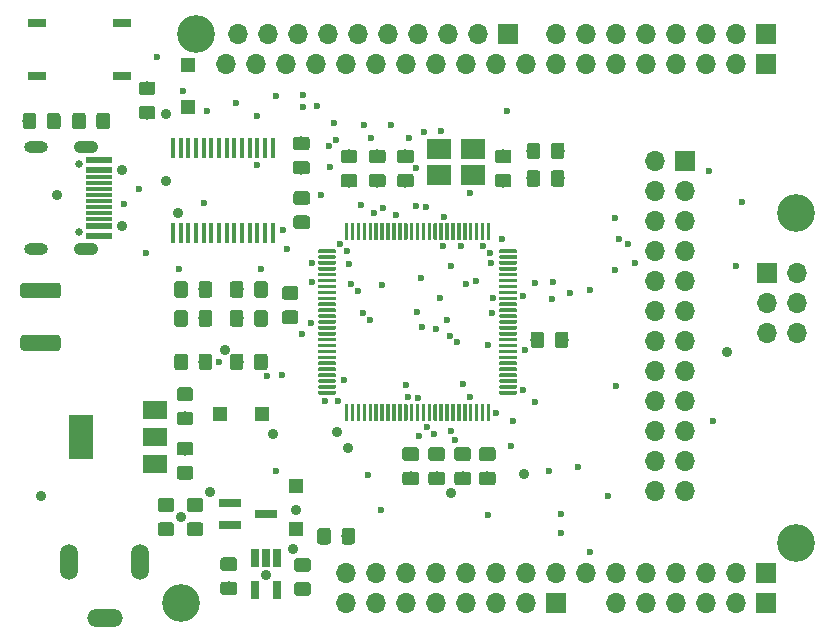
<source format=gts>
G04 #@! TF.GenerationSoftware,KiCad,Pcbnew,(5.1.4)-1*
G04 #@! TF.CreationDate,2020-03-27T05:00:20+09:00*
G04 #@! TF.ProjectId,Meno,4d656e6f-2e6b-4696-9361-645f70636258,rev?*
G04 #@! TF.SameCoordinates,PX6cf7820PY7a67730*
G04 #@! TF.FileFunction,Soldermask,Top*
G04 #@! TF.FilePolarity,Negative*
%FSLAX46Y46*%
G04 Gerber Fmt 4.6, Leading zero omitted, Abs format (unit mm)*
G04 Created by KiCad (PCBNEW (5.1.4)-1) date 2020-03-27 05:00:20*
%MOMM*%
%LPD*%
G04 APERTURE LIST*
%ADD10C,3.200000*%
%ADD11C,0.100000*%
%ADD12C,0.300000*%
%ADD13R,1.700000X1.700000*%
%ADD14O,1.700000X1.700000*%
%ADD15R,1.200000X1.200000*%
%ADD16C,1.150000*%
%ADD17C,1.300000*%
%ADD18R,0.650000X1.560000*%
%ADD19R,1.900000X0.800000*%
%ADD20R,2.300000X0.300000*%
%ADD21R,2.300000X0.600000*%
%ADD22C,0.650000*%
%ADD23O,2.100000X1.050000*%
%ADD24O,2.000000X1.000000*%
%ADD25R,2.100000X1.800000*%
%ADD26R,1.538199X0.771200*%
%ADD27O,1.508000X3.016000*%
%ADD28O,3.016000X1.508000*%
%ADD29R,2.000000X1.500000*%
%ADD30R,2.000000X3.800000*%
%ADD31R,0.450000X1.750000*%
%ADD32C,0.600000*%
%ADD33C,0.900000*%
G04 APERTURE END LIST*
D10*
X15199210Y50754717D03*
X65998312Y35554717D03*
X65998312Y7614717D03*
X13929210Y2534717D03*
D11*
G36*
X40072351Y19424639D02*
G01*
X40079632Y19423559D01*
X40086771Y19421771D01*
X40093701Y19419291D01*
X40100355Y19416144D01*
X40106668Y19412360D01*
X40112579Y19407976D01*
X40118033Y19403033D01*
X40122976Y19397579D01*
X40127360Y19391668D01*
X40131144Y19385355D01*
X40134291Y19378701D01*
X40136771Y19371771D01*
X40138559Y19364632D01*
X40139639Y19357351D01*
X40140000Y19350000D01*
X40140000Y18025000D01*
X40139639Y18017649D01*
X40138559Y18010368D01*
X40136771Y18003229D01*
X40134291Y17996299D01*
X40131144Y17989645D01*
X40127360Y17983332D01*
X40122976Y17977421D01*
X40118033Y17971967D01*
X40112579Y17967024D01*
X40106668Y17962640D01*
X40100355Y17958856D01*
X40093701Y17955709D01*
X40086771Y17953229D01*
X40079632Y17951441D01*
X40072351Y17950361D01*
X40065000Y17950000D01*
X39915000Y17950000D01*
X39907649Y17950361D01*
X39900368Y17951441D01*
X39893229Y17953229D01*
X39886299Y17955709D01*
X39879645Y17958856D01*
X39873332Y17962640D01*
X39867421Y17967024D01*
X39861967Y17971967D01*
X39857024Y17977421D01*
X39852640Y17983332D01*
X39848856Y17989645D01*
X39845709Y17996299D01*
X39843229Y18003229D01*
X39841441Y18010368D01*
X39840361Y18017649D01*
X39840000Y18025000D01*
X39840000Y19350000D01*
X39840361Y19357351D01*
X39841441Y19364632D01*
X39843229Y19371771D01*
X39845709Y19378701D01*
X39848856Y19385355D01*
X39852640Y19391668D01*
X39857024Y19397579D01*
X39861967Y19403033D01*
X39867421Y19407976D01*
X39873332Y19412360D01*
X39879645Y19416144D01*
X39886299Y19419291D01*
X39893229Y19421771D01*
X39900368Y19423559D01*
X39907649Y19424639D01*
X39915000Y19425000D01*
X40065000Y19425000D01*
X40072351Y19424639D01*
X40072351Y19424639D01*
G37*
D12*
X39990000Y18687500D03*
D11*
G36*
X39572351Y19424639D02*
G01*
X39579632Y19423559D01*
X39586771Y19421771D01*
X39593701Y19419291D01*
X39600355Y19416144D01*
X39606668Y19412360D01*
X39612579Y19407976D01*
X39618033Y19403033D01*
X39622976Y19397579D01*
X39627360Y19391668D01*
X39631144Y19385355D01*
X39634291Y19378701D01*
X39636771Y19371771D01*
X39638559Y19364632D01*
X39639639Y19357351D01*
X39640000Y19350000D01*
X39640000Y18025000D01*
X39639639Y18017649D01*
X39638559Y18010368D01*
X39636771Y18003229D01*
X39634291Y17996299D01*
X39631144Y17989645D01*
X39627360Y17983332D01*
X39622976Y17977421D01*
X39618033Y17971967D01*
X39612579Y17967024D01*
X39606668Y17962640D01*
X39600355Y17958856D01*
X39593701Y17955709D01*
X39586771Y17953229D01*
X39579632Y17951441D01*
X39572351Y17950361D01*
X39565000Y17950000D01*
X39415000Y17950000D01*
X39407649Y17950361D01*
X39400368Y17951441D01*
X39393229Y17953229D01*
X39386299Y17955709D01*
X39379645Y17958856D01*
X39373332Y17962640D01*
X39367421Y17967024D01*
X39361967Y17971967D01*
X39357024Y17977421D01*
X39352640Y17983332D01*
X39348856Y17989645D01*
X39345709Y17996299D01*
X39343229Y18003229D01*
X39341441Y18010368D01*
X39340361Y18017649D01*
X39340000Y18025000D01*
X39340000Y19350000D01*
X39340361Y19357351D01*
X39341441Y19364632D01*
X39343229Y19371771D01*
X39345709Y19378701D01*
X39348856Y19385355D01*
X39352640Y19391668D01*
X39357024Y19397579D01*
X39361967Y19403033D01*
X39367421Y19407976D01*
X39373332Y19412360D01*
X39379645Y19416144D01*
X39386299Y19419291D01*
X39393229Y19421771D01*
X39400368Y19423559D01*
X39407649Y19424639D01*
X39415000Y19425000D01*
X39565000Y19425000D01*
X39572351Y19424639D01*
X39572351Y19424639D01*
G37*
D12*
X39490000Y18687500D03*
D11*
G36*
X39072351Y19424639D02*
G01*
X39079632Y19423559D01*
X39086771Y19421771D01*
X39093701Y19419291D01*
X39100355Y19416144D01*
X39106668Y19412360D01*
X39112579Y19407976D01*
X39118033Y19403033D01*
X39122976Y19397579D01*
X39127360Y19391668D01*
X39131144Y19385355D01*
X39134291Y19378701D01*
X39136771Y19371771D01*
X39138559Y19364632D01*
X39139639Y19357351D01*
X39140000Y19350000D01*
X39140000Y18025000D01*
X39139639Y18017649D01*
X39138559Y18010368D01*
X39136771Y18003229D01*
X39134291Y17996299D01*
X39131144Y17989645D01*
X39127360Y17983332D01*
X39122976Y17977421D01*
X39118033Y17971967D01*
X39112579Y17967024D01*
X39106668Y17962640D01*
X39100355Y17958856D01*
X39093701Y17955709D01*
X39086771Y17953229D01*
X39079632Y17951441D01*
X39072351Y17950361D01*
X39065000Y17950000D01*
X38915000Y17950000D01*
X38907649Y17950361D01*
X38900368Y17951441D01*
X38893229Y17953229D01*
X38886299Y17955709D01*
X38879645Y17958856D01*
X38873332Y17962640D01*
X38867421Y17967024D01*
X38861967Y17971967D01*
X38857024Y17977421D01*
X38852640Y17983332D01*
X38848856Y17989645D01*
X38845709Y17996299D01*
X38843229Y18003229D01*
X38841441Y18010368D01*
X38840361Y18017649D01*
X38840000Y18025000D01*
X38840000Y19350000D01*
X38840361Y19357351D01*
X38841441Y19364632D01*
X38843229Y19371771D01*
X38845709Y19378701D01*
X38848856Y19385355D01*
X38852640Y19391668D01*
X38857024Y19397579D01*
X38861967Y19403033D01*
X38867421Y19407976D01*
X38873332Y19412360D01*
X38879645Y19416144D01*
X38886299Y19419291D01*
X38893229Y19421771D01*
X38900368Y19423559D01*
X38907649Y19424639D01*
X38915000Y19425000D01*
X39065000Y19425000D01*
X39072351Y19424639D01*
X39072351Y19424639D01*
G37*
D12*
X38990000Y18687500D03*
D11*
G36*
X38572351Y19424639D02*
G01*
X38579632Y19423559D01*
X38586771Y19421771D01*
X38593701Y19419291D01*
X38600355Y19416144D01*
X38606668Y19412360D01*
X38612579Y19407976D01*
X38618033Y19403033D01*
X38622976Y19397579D01*
X38627360Y19391668D01*
X38631144Y19385355D01*
X38634291Y19378701D01*
X38636771Y19371771D01*
X38638559Y19364632D01*
X38639639Y19357351D01*
X38640000Y19350000D01*
X38640000Y18025000D01*
X38639639Y18017649D01*
X38638559Y18010368D01*
X38636771Y18003229D01*
X38634291Y17996299D01*
X38631144Y17989645D01*
X38627360Y17983332D01*
X38622976Y17977421D01*
X38618033Y17971967D01*
X38612579Y17967024D01*
X38606668Y17962640D01*
X38600355Y17958856D01*
X38593701Y17955709D01*
X38586771Y17953229D01*
X38579632Y17951441D01*
X38572351Y17950361D01*
X38565000Y17950000D01*
X38415000Y17950000D01*
X38407649Y17950361D01*
X38400368Y17951441D01*
X38393229Y17953229D01*
X38386299Y17955709D01*
X38379645Y17958856D01*
X38373332Y17962640D01*
X38367421Y17967024D01*
X38361967Y17971967D01*
X38357024Y17977421D01*
X38352640Y17983332D01*
X38348856Y17989645D01*
X38345709Y17996299D01*
X38343229Y18003229D01*
X38341441Y18010368D01*
X38340361Y18017649D01*
X38340000Y18025000D01*
X38340000Y19350000D01*
X38340361Y19357351D01*
X38341441Y19364632D01*
X38343229Y19371771D01*
X38345709Y19378701D01*
X38348856Y19385355D01*
X38352640Y19391668D01*
X38357024Y19397579D01*
X38361967Y19403033D01*
X38367421Y19407976D01*
X38373332Y19412360D01*
X38379645Y19416144D01*
X38386299Y19419291D01*
X38393229Y19421771D01*
X38400368Y19423559D01*
X38407649Y19424639D01*
X38415000Y19425000D01*
X38565000Y19425000D01*
X38572351Y19424639D01*
X38572351Y19424639D01*
G37*
D12*
X38490000Y18687500D03*
D11*
G36*
X38072351Y19424639D02*
G01*
X38079632Y19423559D01*
X38086771Y19421771D01*
X38093701Y19419291D01*
X38100355Y19416144D01*
X38106668Y19412360D01*
X38112579Y19407976D01*
X38118033Y19403033D01*
X38122976Y19397579D01*
X38127360Y19391668D01*
X38131144Y19385355D01*
X38134291Y19378701D01*
X38136771Y19371771D01*
X38138559Y19364632D01*
X38139639Y19357351D01*
X38140000Y19350000D01*
X38140000Y18025000D01*
X38139639Y18017649D01*
X38138559Y18010368D01*
X38136771Y18003229D01*
X38134291Y17996299D01*
X38131144Y17989645D01*
X38127360Y17983332D01*
X38122976Y17977421D01*
X38118033Y17971967D01*
X38112579Y17967024D01*
X38106668Y17962640D01*
X38100355Y17958856D01*
X38093701Y17955709D01*
X38086771Y17953229D01*
X38079632Y17951441D01*
X38072351Y17950361D01*
X38065000Y17950000D01*
X37915000Y17950000D01*
X37907649Y17950361D01*
X37900368Y17951441D01*
X37893229Y17953229D01*
X37886299Y17955709D01*
X37879645Y17958856D01*
X37873332Y17962640D01*
X37867421Y17967024D01*
X37861967Y17971967D01*
X37857024Y17977421D01*
X37852640Y17983332D01*
X37848856Y17989645D01*
X37845709Y17996299D01*
X37843229Y18003229D01*
X37841441Y18010368D01*
X37840361Y18017649D01*
X37840000Y18025000D01*
X37840000Y19350000D01*
X37840361Y19357351D01*
X37841441Y19364632D01*
X37843229Y19371771D01*
X37845709Y19378701D01*
X37848856Y19385355D01*
X37852640Y19391668D01*
X37857024Y19397579D01*
X37861967Y19403033D01*
X37867421Y19407976D01*
X37873332Y19412360D01*
X37879645Y19416144D01*
X37886299Y19419291D01*
X37893229Y19421771D01*
X37900368Y19423559D01*
X37907649Y19424639D01*
X37915000Y19425000D01*
X38065000Y19425000D01*
X38072351Y19424639D01*
X38072351Y19424639D01*
G37*
D12*
X37990000Y18687500D03*
D11*
G36*
X37572351Y19424639D02*
G01*
X37579632Y19423559D01*
X37586771Y19421771D01*
X37593701Y19419291D01*
X37600355Y19416144D01*
X37606668Y19412360D01*
X37612579Y19407976D01*
X37618033Y19403033D01*
X37622976Y19397579D01*
X37627360Y19391668D01*
X37631144Y19385355D01*
X37634291Y19378701D01*
X37636771Y19371771D01*
X37638559Y19364632D01*
X37639639Y19357351D01*
X37640000Y19350000D01*
X37640000Y18025000D01*
X37639639Y18017649D01*
X37638559Y18010368D01*
X37636771Y18003229D01*
X37634291Y17996299D01*
X37631144Y17989645D01*
X37627360Y17983332D01*
X37622976Y17977421D01*
X37618033Y17971967D01*
X37612579Y17967024D01*
X37606668Y17962640D01*
X37600355Y17958856D01*
X37593701Y17955709D01*
X37586771Y17953229D01*
X37579632Y17951441D01*
X37572351Y17950361D01*
X37565000Y17950000D01*
X37415000Y17950000D01*
X37407649Y17950361D01*
X37400368Y17951441D01*
X37393229Y17953229D01*
X37386299Y17955709D01*
X37379645Y17958856D01*
X37373332Y17962640D01*
X37367421Y17967024D01*
X37361967Y17971967D01*
X37357024Y17977421D01*
X37352640Y17983332D01*
X37348856Y17989645D01*
X37345709Y17996299D01*
X37343229Y18003229D01*
X37341441Y18010368D01*
X37340361Y18017649D01*
X37340000Y18025000D01*
X37340000Y19350000D01*
X37340361Y19357351D01*
X37341441Y19364632D01*
X37343229Y19371771D01*
X37345709Y19378701D01*
X37348856Y19385355D01*
X37352640Y19391668D01*
X37357024Y19397579D01*
X37361967Y19403033D01*
X37367421Y19407976D01*
X37373332Y19412360D01*
X37379645Y19416144D01*
X37386299Y19419291D01*
X37393229Y19421771D01*
X37400368Y19423559D01*
X37407649Y19424639D01*
X37415000Y19425000D01*
X37565000Y19425000D01*
X37572351Y19424639D01*
X37572351Y19424639D01*
G37*
D12*
X37490000Y18687500D03*
D11*
G36*
X37072351Y19424639D02*
G01*
X37079632Y19423559D01*
X37086771Y19421771D01*
X37093701Y19419291D01*
X37100355Y19416144D01*
X37106668Y19412360D01*
X37112579Y19407976D01*
X37118033Y19403033D01*
X37122976Y19397579D01*
X37127360Y19391668D01*
X37131144Y19385355D01*
X37134291Y19378701D01*
X37136771Y19371771D01*
X37138559Y19364632D01*
X37139639Y19357351D01*
X37140000Y19350000D01*
X37140000Y18025000D01*
X37139639Y18017649D01*
X37138559Y18010368D01*
X37136771Y18003229D01*
X37134291Y17996299D01*
X37131144Y17989645D01*
X37127360Y17983332D01*
X37122976Y17977421D01*
X37118033Y17971967D01*
X37112579Y17967024D01*
X37106668Y17962640D01*
X37100355Y17958856D01*
X37093701Y17955709D01*
X37086771Y17953229D01*
X37079632Y17951441D01*
X37072351Y17950361D01*
X37065000Y17950000D01*
X36915000Y17950000D01*
X36907649Y17950361D01*
X36900368Y17951441D01*
X36893229Y17953229D01*
X36886299Y17955709D01*
X36879645Y17958856D01*
X36873332Y17962640D01*
X36867421Y17967024D01*
X36861967Y17971967D01*
X36857024Y17977421D01*
X36852640Y17983332D01*
X36848856Y17989645D01*
X36845709Y17996299D01*
X36843229Y18003229D01*
X36841441Y18010368D01*
X36840361Y18017649D01*
X36840000Y18025000D01*
X36840000Y19350000D01*
X36840361Y19357351D01*
X36841441Y19364632D01*
X36843229Y19371771D01*
X36845709Y19378701D01*
X36848856Y19385355D01*
X36852640Y19391668D01*
X36857024Y19397579D01*
X36861967Y19403033D01*
X36867421Y19407976D01*
X36873332Y19412360D01*
X36879645Y19416144D01*
X36886299Y19419291D01*
X36893229Y19421771D01*
X36900368Y19423559D01*
X36907649Y19424639D01*
X36915000Y19425000D01*
X37065000Y19425000D01*
X37072351Y19424639D01*
X37072351Y19424639D01*
G37*
D12*
X36990000Y18687500D03*
D11*
G36*
X36572351Y19424639D02*
G01*
X36579632Y19423559D01*
X36586771Y19421771D01*
X36593701Y19419291D01*
X36600355Y19416144D01*
X36606668Y19412360D01*
X36612579Y19407976D01*
X36618033Y19403033D01*
X36622976Y19397579D01*
X36627360Y19391668D01*
X36631144Y19385355D01*
X36634291Y19378701D01*
X36636771Y19371771D01*
X36638559Y19364632D01*
X36639639Y19357351D01*
X36640000Y19350000D01*
X36640000Y18025000D01*
X36639639Y18017649D01*
X36638559Y18010368D01*
X36636771Y18003229D01*
X36634291Y17996299D01*
X36631144Y17989645D01*
X36627360Y17983332D01*
X36622976Y17977421D01*
X36618033Y17971967D01*
X36612579Y17967024D01*
X36606668Y17962640D01*
X36600355Y17958856D01*
X36593701Y17955709D01*
X36586771Y17953229D01*
X36579632Y17951441D01*
X36572351Y17950361D01*
X36565000Y17950000D01*
X36415000Y17950000D01*
X36407649Y17950361D01*
X36400368Y17951441D01*
X36393229Y17953229D01*
X36386299Y17955709D01*
X36379645Y17958856D01*
X36373332Y17962640D01*
X36367421Y17967024D01*
X36361967Y17971967D01*
X36357024Y17977421D01*
X36352640Y17983332D01*
X36348856Y17989645D01*
X36345709Y17996299D01*
X36343229Y18003229D01*
X36341441Y18010368D01*
X36340361Y18017649D01*
X36340000Y18025000D01*
X36340000Y19350000D01*
X36340361Y19357351D01*
X36341441Y19364632D01*
X36343229Y19371771D01*
X36345709Y19378701D01*
X36348856Y19385355D01*
X36352640Y19391668D01*
X36357024Y19397579D01*
X36361967Y19403033D01*
X36367421Y19407976D01*
X36373332Y19412360D01*
X36379645Y19416144D01*
X36386299Y19419291D01*
X36393229Y19421771D01*
X36400368Y19423559D01*
X36407649Y19424639D01*
X36415000Y19425000D01*
X36565000Y19425000D01*
X36572351Y19424639D01*
X36572351Y19424639D01*
G37*
D12*
X36490000Y18687500D03*
D11*
G36*
X36072351Y19424639D02*
G01*
X36079632Y19423559D01*
X36086771Y19421771D01*
X36093701Y19419291D01*
X36100355Y19416144D01*
X36106668Y19412360D01*
X36112579Y19407976D01*
X36118033Y19403033D01*
X36122976Y19397579D01*
X36127360Y19391668D01*
X36131144Y19385355D01*
X36134291Y19378701D01*
X36136771Y19371771D01*
X36138559Y19364632D01*
X36139639Y19357351D01*
X36140000Y19350000D01*
X36140000Y18025000D01*
X36139639Y18017649D01*
X36138559Y18010368D01*
X36136771Y18003229D01*
X36134291Y17996299D01*
X36131144Y17989645D01*
X36127360Y17983332D01*
X36122976Y17977421D01*
X36118033Y17971967D01*
X36112579Y17967024D01*
X36106668Y17962640D01*
X36100355Y17958856D01*
X36093701Y17955709D01*
X36086771Y17953229D01*
X36079632Y17951441D01*
X36072351Y17950361D01*
X36065000Y17950000D01*
X35915000Y17950000D01*
X35907649Y17950361D01*
X35900368Y17951441D01*
X35893229Y17953229D01*
X35886299Y17955709D01*
X35879645Y17958856D01*
X35873332Y17962640D01*
X35867421Y17967024D01*
X35861967Y17971967D01*
X35857024Y17977421D01*
X35852640Y17983332D01*
X35848856Y17989645D01*
X35845709Y17996299D01*
X35843229Y18003229D01*
X35841441Y18010368D01*
X35840361Y18017649D01*
X35840000Y18025000D01*
X35840000Y19350000D01*
X35840361Y19357351D01*
X35841441Y19364632D01*
X35843229Y19371771D01*
X35845709Y19378701D01*
X35848856Y19385355D01*
X35852640Y19391668D01*
X35857024Y19397579D01*
X35861967Y19403033D01*
X35867421Y19407976D01*
X35873332Y19412360D01*
X35879645Y19416144D01*
X35886299Y19419291D01*
X35893229Y19421771D01*
X35900368Y19423559D01*
X35907649Y19424639D01*
X35915000Y19425000D01*
X36065000Y19425000D01*
X36072351Y19424639D01*
X36072351Y19424639D01*
G37*
D12*
X35990000Y18687500D03*
D11*
G36*
X35572351Y19424639D02*
G01*
X35579632Y19423559D01*
X35586771Y19421771D01*
X35593701Y19419291D01*
X35600355Y19416144D01*
X35606668Y19412360D01*
X35612579Y19407976D01*
X35618033Y19403033D01*
X35622976Y19397579D01*
X35627360Y19391668D01*
X35631144Y19385355D01*
X35634291Y19378701D01*
X35636771Y19371771D01*
X35638559Y19364632D01*
X35639639Y19357351D01*
X35640000Y19350000D01*
X35640000Y18025000D01*
X35639639Y18017649D01*
X35638559Y18010368D01*
X35636771Y18003229D01*
X35634291Y17996299D01*
X35631144Y17989645D01*
X35627360Y17983332D01*
X35622976Y17977421D01*
X35618033Y17971967D01*
X35612579Y17967024D01*
X35606668Y17962640D01*
X35600355Y17958856D01*
X35593701Y17955709D01*
X35586771Y17953229D01*
X35579632Y17951441D01*
X35572351Y17950361D01*
X35565000Y17950000D01*
X35415000Y17950000D01*
X35407649Y17950361D01*
X35400368Y17951441D01*
X35393229Y17953229D01*
X35386299Y17955709D01*
X35379645Y17958856D01*
X35373332Y17962640D01*
X35367421Y17967024D01*
X35361967Y17971967D01*
X35357024Y17977421D01*
X35352640Y17983332D01*
X35348856Y17989645D01*
X35345709Y17996299D01*
X35343229Y18003229D01*
X35341441Y18010368D01*
X35340361Y18017649D01*
X35340000Y18025000D01*
X35340000Y19350000D01*
X35340361Y19357351D01*
X35341441Y19364632D01*
X35343229Y19371771D01*
X35345709Y19378701D01*
X35348856Y19385355D01*
X35352640Y19391668D01*
X35357024Y19397579D01*
X35361967Y19403033D01*
X35367421Y19407976D01*
X35373332Y19412360D01*
X35379645Y19416144D01*
X35386299Y19419291D01*
X35393229Y19421771D01*
X35400368Y19423559D01*
X35407649Y19424639D01*
X35415000Y19425000D01*
X35565000Y19425000D01*
X35572351Y19424639D01*
X35572351Y19424639D01*
G37*
D12*
X35490000Y18687500D03*
D11*
G36*
X35072351Y19424639D02*
G01*
X35079632Y19423559D01*
X35086771Y19421771D01*
X35093701Y19419291D01*
X35100355Y19416144D01*
X35106668Y19412360D01*
X35112579Y19407976D01*
X35118033Y19403033D01*
X35122976Y19397579D01*
X35127360Y19391668D01*
X35131144Y19385355D01*
X35134291Y19378701D01*
X35136771Y19371771D01*
X35138559Y19364632D01*
X35139639Y19357351D01*
X35140000Y19350000D01*
X35140000Y18025000D01*
X35139639Y18017649D01*
X35138559Y18010368D01*
X35136771Y18003229D01*
X35134291Y17996299D01*
X35131144Y17989645D01*
X35127360Y17983332D01*
X35122976Y17977421D01*
X35118033Y17971967D01*
X35112579Y17967024D01*
X35106668Y17962640D01*
X35100355Y17958856D01*
X35093701Y17955709D01*
X35086771Y17953229D01*
X35079632Y17951441D01*
X35072351Y17950361D01*
X35065000Y17950000D01*
X34915000Y17950000D01*
X34907649Y17950361D01*
X34900368Y17951441D01*
X34893229Y17953229D01*
X34886299Y17955709D01*
X34879645Y17958856D01*
X34873332Y17962640D01*
X34867421Y17967024D01*
X34861967Y17971967D01*
X34857024Y17977421D01*
X34852640Y17983332D01*
X34848856Y17989645D01*
X34845709Y17996299D01*
X34843229Y18003229D01*
X34841441Y18010368D01*
X34840361Y18017649D01*
X34840000Y18025000D01*
X34840000Y19350000D01*
X34840361Y19357351D01*
X34841441Y19364632D01*
X34843229Y19371771D01*
X34845709Y19378701D01*
X34848856Y19385355D01*
X34852640Y19391668D01*
X34857024Y19397579D01*
X34861967Y19403033D01*
X34867421Y19407976D01*
X34873332Y19412360D01*
X34879645Y19416144D01*
X34886299Y19419291D01*
X34893229Y19421771D01*
X34900368Y19423559D01*
X34907649Y19424639D01*
X34915000Y19425000D01*
X35065000Y19425000D01*
X35072351Y19424639D01*
X35072351Y19424639D01*
G37*
D12*
X34990000Y18687500D03*
D11*
G36*
X34572351Y19424639D02*
G01*
X34579632Y19423559D01*
X34586771Y19421771D01*
X34593701Y19419291D01*
X34600355Y19416144D01*
X34606668Y19412360D01*
X34612579Y19407976D01*
X34618033Y19403033D01*
X34622976Y19397579D01*
X34627360Y19391668D01*
X34631144Y19385355D01*
X34634291Y19378701D01*
X34636771Y19371771D01*
X34638559Y19364632D01*
X34639639Y19357351D01*
X34640000Y19350000D01*
X34640000Y18025000D01*
X34639639Y18017649D01*
X34638559Y18010368D01*
X34636771Y18003229D01*
X34634291Y17996299D01*
X34631144Y17989645D01*
X34627360Y17983332D01*
X34622976Y17977421D01*
X34618033Y17971967D01*
X34612579Y17967024D01*
X34606668Y17962640D01*
X34600355Y17958856D01*
X34593701Y17955709D01*
X34586771Y17953229D01*
X34579632Y17951441D01*
X34572351Y17950361D01*
X34565000Y17950000D01*
X34415000Y17950000D01*
X34407649Y17950361D01*
X34400368Y17951441D01*
X34393229Y17953229D01*
X34386299Y17955709D01*
X34379645Y17958856D01*
X34373332Y17962640D01*
X34367421Y17967024D01*
X34361967Y17971967D01*
X34357024Y17977421D01*
X34352640Y17983332D01*
X34348856Y17989645D01*
X34345709Y17996299D01*
X34343229Y18003229D01*
X34341441Y18010368D01*
X34340361Y18017649D01*
X34340000Y18025000D01*
X34340000Y19350000D01*
X34340361Y19357351D01*
X34341441Y19364632D01*
X34343229Y19371771D01*
X34345709Y19378701D01*
X34348856Y19385355D01*
X34352640Y19391668D01*
X34357024Y19397579D01*
X34361967Y19403033D01*
X34367421Y19407976D01*
X34373332Y19412360D01*
X34379645Y19416144D01*
X34386299Y19419291D01*
X34393229Y19421771D01*
X34400368Y19423559D01*
X34407649Y19424639D01*
X34415000Y19425000D01*
X34565000Y19425000D01*
X34572351Y19424639D01*
X34572351Y19424639D01*
G37*
D12*
X34490000Y18687500D03*
D11*
G36*
X34072351Y19424639D02*
G01*
X34079632Y19423559D01*
X34086771Y19421771D01*
X34093701Y19419291D01*
X34100355Y19416144D01*
X34106668Y19412360D01*
X34112579Y19407976D01*
X34118033Y19403033D01*
X34122976Y19397579D01*
X34127360Y19391668D01*
X34131144Y19385355D01*
X34134291Y19378701D01*
X34136771Y19371771D01*
X34138559Y19364632D01*
X34139639Y19357351D01*
X34140000Y19350000D01*
X34140000Y18025000D01*
X34139639Y18017649D01*
X34138559Y18010368D01*
X34136771Y18003229D01*
X34134291Y17996299D01*
X34131144Y17989645D01*
X34127360Y17983332D01*
X34122976Y17977421D01*
X34118033Y17971967D01*
X34112579Y17967024D01*
X34106668Y17962640D01*
X34100355Y17958856D01*
X34093701Y17955709D01*
X34086771Y17953229D01*
X34079632Y17951441D01*
X34072351Y17950361D01*
X34065000Y17950000D01*
X33915000Y17950000D01*
X33907649Y17950361D01*
X33900368Y17951441D01*
X33893229Y17953229D01*
X33886299Y17955709D01*
X33879645Y17958856D01*
X33873332Y17962640D01*
X33867421Y17967024D01*
X33861967Y17971967D01*
X33857024Y17977421D01*
X33852640Y17983332D01*
X33848856Y17989645D01*
X33845709Y17996299D01*
X33843229Y18003229D01*
X33841441Y18010368D01*
X33840361Y18017649D01*
X33840000Y18025000D01*
X33840000Y19350000D01*
X33840361Y19357351D01*
X33841441Y19364632D01*
X33843229Y19371771D01*
X33845709Y19378701D01*
X33848856Y19385355D01*
X33852640Y19391668D01*
X33857024Y19397579D01*
X33861967Y19403033D01*
X33867421Y19407976D01*
X33873332Y19412360D01*
X33879645Y19416144D01*
X33886299Y19419291D01*
X33893229Y19421771D01*
X33900368Y19423559D01*
X33907649Y19424639D01*
X33915000Y19425000D01*
X34065000Y19425000D01*
X34072351Y19424639D01*
X34072351Y19424639D01*
G37*
D12*
X33990000Y18687500D03*
D11*
G36*
X33572351Y19424639D02*
G01*
X33579632Y19423559D01*
X33586771Y19421771D01*
X33593701Y19419291D01*
X33600355Y19416144D01*
X33606668Y19412360D01*
X33612579Y19407976D01*
X33618033Y19403033D01*
X33622976Y19397579D01*
X33627360Y19391668D01*
X33631144Y19385355D01*
X33634291Y19378701D01*
X33636771Y19371771D01*
X33638559Y19364632D01*
X33639639Y19357351D01*
X33640000Y19350000D01*
X33640000Y18025000D01*
X33639639Y18017649D01*
X33638559Y18010368D01*
X33636771Y18003229D01*
X33634291Y17996299D01*
X33631144Y17989645D01*
X33627360Y17983332D01*
X33622976Y17977421D01*
X33618033Y17971967D01*
X33612579Y17967024D01*
X33606668Y17962640D01*
X33600355Y17958856D01*
X33593701Y17955709D01*
X33586771Y17953229D01*
X33579632Y17951441D01*
X33572351Y17950361D01*
X33565000Y17950000D01*
X33415000Y17950000D01*
X33407649Y17950361D01*
X33400368Y17951441D01*
X33393229Y17953229D01*
X33386299Y17955709D01*
X33379645Y17958856D01*
X33373332Y17962640D01*
X33367421Y17967024D01*
X33361967Y17971967D01*
X33357024Y17977421D01*
X33352640Y17983332D01*
X33348856Y17989645D01*
X33345709Y17996299D01*
X33343229Y18003229D01*
X33341441Y18010368D01*
X33340361Y18017649D01*
X33340000Y18025000D01*
X33340000Y19350000D01*
X33340361Y19357351D01*
X33341441Y19364632D01*
X33343229Y19371771D01*
X33345709Y19378701D01*
X33348856Y19385355D01*
X33352640Y19391668D01*
X33357024Y19397579D01*
X33361967Y19403033D01*
X33367421Y19407976D01*
X33373332Y19412360D01*
X33379645Y19416144D01*
X33386299Y19419291D01*
X33393229Y19421771D01*
X33400368Y19423559D01*
X33407649Y19424639D01*
X33415000Y19425000D01*
X33565000Y19425000D01*
X33572351Y19424639D01*
X33572351Y19424639D01*
G37*
D12*
X33490000Y18687500D03*
D11*
G36*
X33072351Y19424639D02*
G01*
X33079632Y19423559D01*
X33086771Y19421771D01*
X33093701Y19419291D01*
X33100355Y19416144D01*
X33106668Y19412360D01*
X33112579Y19407976D01*
X33118033Y19403033D01*
X33122976Y19397579D01*
X33127360Y19391668D01*
X33131144Y19385355D01*
X33134291Y19378701D01*
X33136771Y19371771D01*
X33138559Y19364632D01*
X33139639Y19357351D01*
X33140000Y19350000D01*
X33140000Y18025000D01*
X33139639Y18017649D01*
X33138559Y18010368D01*
X33136771Y18003229D01*
X33134291Y17996299D01*
X33131144Y17989645D01*
X33127360Y17983332D01*
X33122976Y17977421D01*
X33118033Y17971967D01*
X33112579Y17967024D01*
X33106668Y17962640D01*
X33100355Y17958856D01*
X33093701Y17955709D01*
X33086771Y17953229D01*
X33079632Y17951441D01*
X33072351Y17950361D01*
X33065000Y17950000D01*
X32915000Y17950000D01*
X32907649Y17950361D01*
X32900368Y17951441D01*
X32893229Y17953229D01*
X32886299Y17955709D01*
X32879645Y17958856D01*
X32873332Y17962640D01*
X32867421Y17967024D01*
X32861967Y17971967D01*
X32857024Y17977421D01*
X32852640Y17983332D01*
X32848856Y17989645D01*
X32845709Y17996299D01*
X32843229Y18003229D01*
X32841441Y18010368D01*
X32840361Y18017649D01*
X32840000Y18025000D01*
X32840000Y19350000D01*
X32840361Y19357351D01*
X32841441Y19364632D01*
X32843229Y19371771D01*
X32845709Y19378701D01*
X32848856Y19385355D01*
X32852640Y19391668D01*
X32857024Y19397579D01*
X32861967Y19403033D01*
X32867421Y19407976D01*
X32873332Y19412360D01*
X32879645Y19416144D01*
X32886299Y19419291D01*
X32893229Y19421771D01*
X32900368Y19423559D01*
X32907649Y19424639D01*
X32915000Y19425000D01*
X33065000Y19425000D01*
X33072351Y19424639D01*
X33072351Y19424639D01*
G37*
D12*
X32990000Y18687500D03*
D11*
G36*
X32572351Y19424639D02*
G01*
X32579632Y19423559D01*
X32586771Y19421771D01*
X32593701Y19419291D01*
X32600355Y19416144D01*
X32606668Y19412360D01*
X32612579Y19407976D01*
X32618033Y19403033D01*
X32622976Y19397579D01*
X32627360Y19391668D01*
X32631144Y19385355D01*
X32634291Y19378701D01*
X32636771Y19371771D01*
X32638559Y19364632D01*
X32639639Y19357351D01*
X32640000Y19350000D01*
X32640000Y18025000D01*
X32639639Y18017649D01*
X32638559Y18010368D01*
X32636771Y18003229D01*
X32634291Y17996299D01*
X32631144Y17989645D01*
X32627360Y17983332D01*
X32622976Y17977421D01*
X32618033Y17971967D01*
X32612579Y17967024D01*
X32606668Y17962640D01*
X32600355Y17958856D01*
X32593701Y17955709D01*
X32586771Y17953229D01*
X32579632Y17951441D01*
X32572351Y17950361D01*
X32565000Y17950000D01*
X32415000Y17950000D01*
X32407649Y17950361D01*
X32400368Y17951441D01*
X32393229Y17953229D01*
X32386299Y17955709D01*
X32379645Y17958856D01*
X32373332Y17962640D01*
X32367421Y17967024D01*
X32361967Y17971967D01*
X32357024Y17977421D01*
X32352640Y17983332D01*
X32348856Y17989645D01*
X32345709Y17996299D01*
X32343229Y18003229D01*
X32341441Y18010368D01*
X32340361Y18017649D01*
X32340000Y18025000D01*
X32340000Y19350000D01*
X32340361Y19357351D01*
X32341441Y19364632D01*
X32343229Y19371771D01*
X32345709Y19378701D01*
X32348856Y19385355D01*
X32352640Y19391668D01*
X32357024Y19397579D01*
X32361967Y19403033D01*
X32367421Y19407976D01*
X32373332Y19412360D01*
X32379645Y19416144D01*
X32386299Y19419291D01*
X32393229Y19421771D01*
X32400368Y19423559D01*
X32407649Y19424639D01*
X32415000Y19425000D01*
X32565000Y19425000D01*
X32572351Y19424639D01*
X32572351Y19424639D01*
G37*
D12*
X32490000Y18687500D03*
D11*
G36*
X32072351Y19424639D02*
G01*
X32079632Y19423559D01*
X32086771Y19421771D01*
X32093701Y19419291D01*
X32100355Y19416144D01*
X32106668Y19412360D01*
X32112579Y19407976D01*
X32118033Y19403033D01*
X32122976Y19397579D01*
X32127360Y19391668D01*
X32131144Y19385355D01*
X32134291Y19378701D01*
X32136771Y19371771D01*
X32138559Y19364632D01*
X32139639Y19357351D01*
X32140000Y19350000D01*
X32140000Y18025000D01*
X32139639Y18017649D01*
X32138559Y18010368D01*
X32136771Y18003229D01*
X32134291Y17996299D01*
X32131144Y17989645D01*
X32127360Y17983332D01*
X32122976Y17977421D01*
X32118033Y17971967D01*
X32112579Y17967024D01*
X32106668Y17962640D01*
X32100355Y17958856D01*
X32093701Y17955709D01*
X32086771Y17953229D01*
X32079632Y17951441D01*
X32072351Y17950361D01*
X32065000Y17950000D01*
X31915000Y17950000D01*
X31907649Y17950361D01*
X31900368Y17951441D01*
X31893229Y17953229D01*
X31886299Y17955709D01*
X31879645Y17958856D01*
X31873332Y17962640D01*
X31867421Y17967024D01*
X31861967Y17971967D01*
X31857024Y17977421D01*
X31852640Y17983332D01*
X31848856Y17989645D01*
X31845709Y17996299D01*
X31843229Y18003229D01*
X31841441Y18010368D01*
X31840361Y18017649D01*
X31840000Y18025000D01*
X31840000Y19350000D01*
X31840361Y19357351D01*
X31841441Y19364632D01*
X31843229Y19371771D01*
X31845709Y19378701D01*
X31848856Y19385355D01*
X31852640Y19391668D01*
X31857024Y19397579D01*
X31861967Y19403033D01*
X31867421Y19407976D01*
X31873332Y19412360D01*
X31879645Y19416144D01*
X31886299Y19419291D01*
X31893229Y19421771D01*
X31900368Y19423559D01*
X31907649Y19424639D01*
X31915000Y19425000D01*
X32065000Y19425000D01*
X32072351Y19424639D01*
X32072351Y19424639D01*
G37*
D12*
X31990000Y18687500D03*
D11*
G36*
X31572351Y19424639D02*
G01*
X31579632Y19423559D01*
X31586771Y19421771D01*
X31593701Y19419291D01*
X31600355Y19416144D01*
X31606668Y19412360D01*
X31612579Y19407976D01*
X31618033Y19403033D01*
X31622976Y19397579D01*
X31627360Y19391668D01*
X31631144Y19385355D01*
X31634291Y19378701D01*
X31636771Y19371771D01*
X31638559Y19364632D01*
X31639639Y19357351D01*
X31640000Y19350000D01*
X31640000Y18025000D01*
X31639639Y18017649D01*
X31638559Y18010368D01*
X31636771Y18003229D01*
X31634291Y17996299D01*
X31631144Y17989645D01*
X31627360Y17983332D01*
X31622976Y17977421D01*
X31618033Y17971967D01*
X31612579Y17967024D01*
X31606668Y17962640D01*
X31600355Y17958856D01*
X31593701Y17955709D01*
X31586771Y17953229D01*
X31579632Y17951441D01*
X31572351Y17950361D01*
X31565000Y17950000D01*
X31415000Y17950000D01*
X31407649Y17950361D01*
X31400368Y17951441D01*
X31393229Y17953229D01*
X31386299Y17955709D01*
X31379645Y17958856D01*
X31373332Y17962640D01*
X31367421Y17967024D01*
X31361967Y17971967D01*
X31357024Y17977421D01*
X31352640Y17983332D01*
X31348856Y17989645D01*
X31345709Y17996299D01*
X31343229Y18003229D01*
X31341441Y18010368D01*
X31340361Y18017649D01*
X31340000Y18025000D01*
X31340000Y19350000D01*
X31340361Y19357351D01*
X31341441Y19364632D01*
X31343229Y19371771D01*
X31345709Y19378701D01*
X31348856Y19385355D01*
X31352640Y19391668D01*
X31357024Y19397579D01*
X31361967Y19403033D01*
X31367421Y19407976D01*
X31373332Y19412360D01*
X31379645Y19416144D01*
X31386299Y19419291D01*
X31393229Y19421771D01*
X31400368Y19423559D01*
X31407649Y19424639D01*
X31415000Y19425000D01*
X31565000Y19425000D01*
X31572351Y19424639D01*
X31572351Y19424639D01*
G37*
D12*
X31490000Y18687500D03*
D11*
G36*
X31072351Y19424639D02*
G01*
X31079632Y19423559D01*
X31086771Y19421771D01*
X31093701Y19419291D01*
X31100355Y19416144D01*
X31106668Y19412360D01*
X31112579Y19407976D01*
X31118033Y19403033D01*
X31122976Y19397579D01*
X31127360Y19391668D01*
X31131144Y19385355D01*
X31134291Y19378701D01*
X31136771Y19371771D01*
X31138559Y19364632D01*
X31139639Y19357351D01*
X31140000Y19350000D01*
X31140000Y18025000D01*
X31139639Y18017649D01*
X31138559Y18010368D01*
X31136771Y18003229D01*
X31134291Y17996299D01*
X31131144Y17989645D01*
X31127360Y17983332D01*
X31122976Y17977421D01*
X31118033Y17971967D01*
X31112579Y17967024D01*
X31106668Y17962640D01*
X31100355Y17958856D01*
X31093701Y17955709D01*
X31086771Y17953229D01*
X31079632Y17951441D01*
X31072351Y17950361D01*
X31065000Y17950000D01*
X30915000Y17950000D01*
X30907649Y17950361D01*
X30900368Y17951441D01*
X30893229Y17953229D01*
X30886299Y17955709D01*
X30879645Y17958856D01*
X30873332Y17962640D01*
X30867421Y17967024D01*
X30861967Y17971967D01*
X30857024Y17977421D01*
X30852640Y17983332D01*
X30848856Y17989645D01*
X30845709Y17996299D01*
X30843229Y18003229D01*
X30841441Y18010368D01*
X30840361Y18017649D01*
X30840000Y18025000D01*
X30840000Y19350000D01*
X30840361Y19357351D01*
X30841441Y19364632D01*
X30843229Y19371771D01*
X30845709Y19378701D01*
X30848856Y19385355D01*
X30852640Y19391668D01*
X30857024Y19397579D01*
X30861967Y19403033D01*
X30867421Y19407976D01*
X30873332Y19412360D01*
X30879645Y19416144D01*
X30886299Y19419291D01*
X30893229Y19421771D01*
X30900368Y19423559D01*
X30907649Y19424639D01*
X30915000Y19425000D01*
X31065000Y19425000D01*
X31072351Y19424639D01*
X31072351Y19424639D01*
G37*
D12*
X30990000Y18687500D03*
D11*
G36*
X30572351Y19424639D02*
G01*
X30579632Y19423559D01*
X30586771Y19421771D01*
X30593701Y19419291D01*
X30600355Y19416144D01*
X30606668Y19412360D01*
X30612579Y19407976D01*
X30618033Y19403033D01*
X30622976Y19397579D01*
X30627360Y19391668D01*
X30631144Y19385355D01*
X30634291Y19378701D01*
X30636771Y19371771D01*
X30638559Y19364632D01*
X30639639Y19357351D01*
X30640000Y19350000D01*
X30640000Y18025000D01*
X30639639Y18017649D01*
X30638559Y18010368D01*
X30636771Y18003229D01*
X30634291Y17996299D01*
X30631144Y17989645D01*
X30627360Y17983332D01*
X30622976Y17977421D01*
X30618033Y17971967D01*
X30612579Y17967024D01*
X30606668Y17962640D01*
X30600355Y17958856D01*
X30593701Y17955709D01*
X30586771Y17953229D01*
X30579632Y17951441D01*
X30572351Y17950361D01*
X30565000Y17950000D01*
X30415000Y17950000D01*
X30407649Y17950361D01*
X30400368Y17951441D01*
X30393229Y17953229D01*
X30386299Y17955709D01*
X30379645Y17958856D01*
X30373332Y17962640D01*
X30367421Y17967024D01*
X30361967Y17971967D01*
X30357024Y17977421D01*
X30352640Y17983332D01*
X30348856Y17989645D01*
X30345709Y17996299D01*
X30343229Y18003229D01*
X30341441Y18010368D01*
X30340361Y18017649D01*
X30340000Y18025000D01*
X30340000Y19350000D01*
X30340361Y19357351D01*
X30341441Y19364632D01*
X30343229Y19371771D01*
X30345709Y19378701D01*
X30348856Y19385355D01*
X30352640Y19391668D01*
X30357024Y19397579D01*
X30361967Y19403033D01*
X30367421Y19407976D01*
X30373332Y19412360D01*
X30379645Y19416144D01*
X30386299Y19419291D01*
X30393229Y19421771D01*
X30400368Y19423559D01*
X30407649Y19424639D01*
X30415000Y19425000D01*
X30565000Y19425000D01*
X30572351Y19424639D01*
X30572351Y19424639D01*
G37*
D12*
X30490000Y18687500D03*
D11*
G36*
X30072351Y19424639D02*
G01*
X30079632Y19423559D01*
X30086771Y19421771D01*
X30093701Y19419291D01*
X30100355Y19416144D01*
X30106668Y19412360D01*
X30112579Y19407976D01*
X30118033Y19403033D01*
X30122976Y19397579D01*
X30127360Y19391668D01*
X30131144Y19385355D01*
X30134291Y19378701D01*
X30136771Y19371771D01*
X30138559Y19364632D01*
X30139639Y19357351D01*
X30140000Y19350000D01*
X30140000Y18025000D01*
X30139639Y18017649D01*
X30138559Y18010368D01*
X30136771Y18003229D01*
X30134291Y17996299D01*
X30131144Y17989645D01*
X30127360Y17983332D01*
X30122976Y17977421D01*
X30118033Y17971967D01*
X30112579Y17967024D01*
X30106668Y17962640D01*
X30100355Y17958856D01*
X30093701Y17955709D01*
X30086771Y17953229D01*
X30079632Y17951441D01*
X30072351Y17950361D01*
X30065000Y17950000D01*
X29915000Y17950000D01*
X29907649Y17950361D01*
X29900368Y17951441D01*
X29893229Y17953229D01*
X29886299Y17955709D01*
X29879645Y17958856D01*
X29873332Y17962640D01*
X29867421Y17967024D01*
X29861967Y17971967D01*
X29857024Y17977421D01*
X29852640Y17983332D01*
X29848856Y17989645D01*
X29845709Y17996299D01*
X29843229Y18003229D01*
X29841441Y18010368D01*
X29840361Y18017649D01*
X29840000Y18025000D01*
X29840000Y19350000D01*
X29840361Y19357351D01*
X29841441Y19364632D01*
X29843229Y19371771D01*
X29845709Y19378701D01*
X29848856Y19385355D01*
X29852640Y19391668D01*
X29857024Y19397579D01*
X29861967Y19403033D01*
X29867421Y19407976D01*
X29873332Y19412360D01*
X29879645Y19416144D01*
X29886299Y19419291D01*
X29893229Y19421771D01*
X29900368Y19423559D01*
X29907649Y19424639D01*
X29915000Y19425000D01*
X30065000Y19425000D01*
X30072351Y19424639D01*
X30072351Y19424639D01*
G37*
D12*
X29990000Y18687500D03*
D11*
G36*
X29572351Y19424639D02*
G01*
X29579632Y19423559D01*
X29586771Y19421771D01*
X29593701Y19419291D01*
X29600355Y19416144D01*
X29606668Y19412360D01*
X29612579Y19407976D01*
X29618033Y19403033D01*
X29622976Y19397579D01*
X29627360Y19391668D01*
X29631144Y19385355D01*
X29634291Y19378701D01*
X29636771Y19371771D01*
X29638559Y19364632D01*
X29639639Y19357351D01*
X29640000Y19350000D01*
X29640000Y18025000D01*
X29639639Y18017649D01*
X29638559Y18010368D01*
X29636771Y18003229D01*
X29634291Y17996299D01*
X29631144Y17989645D01*
X29627360Y17983332D01*
X29622976Y17977421D01*
X29618033Y17971967D01*
X29612579Y17967024D01*
X29606668Y17962640D01*
X29600355Y17958856D01*
X29593701Y17955709D01*
X29586771Y17953229D01*
X29579632Y17951441D01*
X29572351Y17950361D01*
X29565000Y17950000D01*
X29415000Y17950000D01*
X29407649Y17950361D01*
X29400368Y17951441D01*
X29393229Y17953229D01*
X29386299Y17955709D01*
X29379645Y17958856D01*
X29373332Y17962640D01*
X29367421Y17967024D01*
X29361967Y17971967D01*
X29357024Y17977421D01*
X29352640Y17983332D01*
X29348856Y17989645D01*
X29345709Y17996299D01*
X29343229Y18003229D01*
X29341441Y18010368D01*
X29340361Y18017649D01*
X29340000Y18025000D01*
X29340000Y19350000D01*
X29340361Y19357351D01*
X29341441Y19364632D01*
X29343229Y19371771D01*
X29345709Y19378701D01*
X29348856Y19385355D01*
X29352640Y19391668D01*
X29357024Y19397579D01*
X29361967Y19403033D01*
X29367421Y19407976D01*
X29373332Y19412360D01*
X29379645Y19416144D01*
X29386299Y19419291D01*
X29393229Y19421771D01*
X29400368Y19423559D01*
X29407649Y19424639D01*
X29415000Y19425000D01*
X29565000Y19425000D01*
X29572351Y19424639D01*
X29572351Y19424639D01*
G37*
D12*
X29490000Y18687500D03*
D11*
G36*
X29072351Y19424639D02*
G01*
X29079632Y19423559D01*
X29086771Y19421771D01*
X29093701Y19419291D01*
X29100355Y19416144D01*
X29106668Y19412360D01*
X29112579Y19407976D01*
X29118033Y19403033D01*
X29122976Y19397579D01*
X29127360Y19391668D01*
X29131144Y19385355D01*
X29134291Y19378701D01*
X29136771Y19371771D01*
X29138559Y19364632D01*
X29139639Y19357351D01*
X29140000Y19350000D01*
X29140000Y18025000D01*
X29139639Y18017649D01*
X29138559Y18010368D01*
X29136771Y18003229D01*
X29134291Y17996299D01*
X29131144Y17989645D01*
X29127360Y17983332D01*
X29122976Y17977421D01*
X29118033Y17971967D01*
X29112579Y17967024D01*
X29106668Y17962640D01*
X29100355Y17958856D01*
X29093701Y17955709D01*
X29086771Y17953229D01*
X29079632Y17951441D01*
X29072351Y17950361D01*
X29065000Y17950000D01*
X28915000Y17950000D01*
X28907649Y17950361D01*
X28900368Y17951441D01*
X28893229Y17953229D01*
X28886299Y17955709D01*
X28879645Y17958856D01*
X28873332Y17962640D01*
X28867421Y17967024D01*
X28861967Y17971967D01*
X28857024Y17977421D01*
X28852640Y17983332D01*
X28848856Y17989645D01*
X28845709Y17996299D01*
X28843229Y18003229D01*
X28841441Y18010368D01*
X28840361Y18017649D01*
X28840000Y18025000D01*
X28840000Y19350000D01*
X28840361Y19357351D01*
X28841441Y19364632D01*
X28843229Y19371771D01*
X28845709Y19378701D01*
X28848856Y19385355D01*
X28852640Y19391668D01*
X28857024Y19397579D01*
X28861967Y19403033D01*
X28867421Y19407976D01*
X28873332Y19412360D01*
X28879645Y19416144D01*
X28886299Y19419291D01*
X28893229Y19421771D01*
X28900368Y19423559D01*
X28907649Y19424639D01*
X28915000Y19425000D01*
X29065000Y19425000D01*
X29072351Y19424639D01*
X29072351Y19424639D01*
G37*
D12*
X28990000Y18687500D03*
D11*
G36*
X28572351Y19424639D02*
G01*
X28579632Y19423559D01*
X28586771Y19421771D01*
X28593701Y19419291D01*
X28600355Y19416144D01*
X28606668Y19412360D01*
X28612579Y19407976D01*
X28618033Y19403033D01*
X28622976Y19397579D01*
X28627360Y19391668D01*
X28631144Y19385355D01*
X28634291Y19378701D01*
X28636771Y19371771D01*
X28638559Y19364632D01*
X28639639Y19357351D01*
X28640000Y19350000D01*
X28640000Y18025000D01*
X28639639Y18017649D01*
X28638559Y18010368D01*
X28636771Y18003229D01*
X28634291Y17996299D01*
X28631144Y17989645D01*
X28627360Y17983332D01*
X28622976Y17977421D01*
X28618033Y17971967D01*
X28612579Y17967024D01*
X28606668Y17962640D01*
X28600355Y17958856D01*
X28593701Y17955709D01*
X28586771Y17953229D01*
X28579632Y17951441D01*
X28572351Y17950361D01*
X28565000Y17950000D01*
X28415000Y17950000D01*
X28407649Y17950361D01*
X28400368Y17951441D01*
X28393229Y17953229D01*
X28386299Y17955709D01*
X28379645Y17958856D01*
X28373332Y17962640D01*
X28367421Y17967024D01*
X28361967Y17971967D01*
X28357024Y17977421D01*
X28352640Y17983332D01*
X28348856Y17989645D01*
X28345709Y17996299D01*
X28343229Y18003229D01*
X28341441Y18010368D01*
X28340361Y18017649D01*
X28340000Y18025000D01*
X28340000Y19350000D01*
X28340361Y19357351D01*
X28341441Y19364632D01*
X28343229Y19371771D01*
X28345709Y19378701D01*
X28348856Y19385355D01*
X28352640Y19391668D01*
X28357024Y19397579D01*
X28361967Y19403033D01*
X28367421Y19407976D01*
X28373332Y19412360D01*
X28379645Y19416144D01*
X28386299Y19419291D01*
X28393229Y19421771D01*
X28400368Y19423559D01*
X28407649Y19424639D01*
X28415000Y19425000D01*
X28565000Y19425000D01*
X28572351Y19424639D01*
X28572351Y19424639D01*
G37*
D12*
X28490000Y18687500D03*
D11*
G36*
X28072351Y19424639D02*
G01*
X28079632Y19423559D01*
X28086771Y19421771D01*
X28093701Y19419291D01*
X28100355Y19416144D01*
X28106668Y19412360D01*
X28112579Y19407976D01*
X28118033Y19403033D01*
X28122976Y19397579D01*
X28127360Y19391668D01*
X28131144Y19385355D01*
X28134291Y19378701D01*
X28136771Y19371771D01*
X28138559Y19364632D01*
X28139639Y19357351D01*
X28140000Y19350000D01*
X28140000Y18025000D01*
X28139639Y18017649D01*
X28138559Y18010368D01*
X28136771Y18003229D01*
X28134291Y17996299D01*
X28131144Y17989645D01*
X28127360Y17983332D01*
X28122976Y17977421D01*
X28118033Y17971967D01*
X28112579Y17967024D01*
X28106668Y17962640D01*
X28100355Y17958856D01*
X28093701Y17955709D01*
X28086771Y17953229D01*
X28079632Y17951441D01*
X28072351Y17950361D01*
X28065000Y17950000D01*
X27915000Y17950000D01*
X27907649Y17950361D01*
X27900368Y17951441D01*
X27893229Y17953229D01*
X27886299Y17955709D01*
X27879645Y17958856D01*
X27873332Y17962640D01*
X27867421Y17967024D01*
X27861967Y17971967D01*
X27857024Y17977421D01*
X27852640Y17983332D01*
X27848856Y17989645D01*
X27845709Y17996299D01*
X27843229Y18003229D01*
X27841441Y18010368D01*
X27840361Y18017649D01*
X27840000Y18025000D01*
X27840000Y19350000D01*
X27840361Y19357351D01*
X27841441Y19364632D01*
X27843229Y19371771D01*
X27845709Y19378701D01*
X27848856Y19385355D01*
X27852640Y19391668D01*
X27857024Y19397579D01*
X27861967Y19403033D01*
X27867421Y19407976D01*
X27873332Y19412360D01*
X27879645Y19416144D01*
X27886299Y19419291D01*
X27893229Y19421771D01*
X27900368Y19423559D01*
X27907649Y19424639D01*
X27915000Y19425000D01*
X28065000Y19425000D01*
X28072351Y19424639D01*
X28072351Y19424639D01*
G37*
D12*
X27990000Y18687500D03*
D11*
G36*
X26997351Y20499639D02*
G01*
X27004632Y20498559D01*
X27011771Y20496771D01*
X27018701Y20494291D01*
X27025355Y20491144D01*
X27031668Y20487360D01*
X27037579Y20482976D01*
X27043033Y20478033D01*
X27047976Y20472579D01*
X27052360Y20466668D01*
X27056144Y20460355D01*
X27059291Y20453701D01*
X27061771Y20446771D01*
X27063559Y20439632D01*
X27064639Y20432351D01*
X27065000Y20425000D01*
X27065000Y20275000D01*
X27064639Y20267649D01*
X27063559Y20260368D01*
X27061771Y20253229D01*
X27059291Y20246299D01*
X27056144Y20239645D01*
X27052360Y20233332D01*
X27047976Y20227421D01*
X27043033Y20221967D01*
X27037579Y20217024D01*
X27031668Y20212640D01*
X27025355Y20208856D01*
X27018701Y20205709D01*
X27011771Y20203229D01*
X27004632Y20201441D01*
X26997351Y20200361D01*
X26990000Y20200000D01*
X25665000Y20200000D01*
X25657649Y20200361D01*
X25650368Y20201441D01*
X25643229Y20203229D01*
X25636299Y20205709D01*
X25629645Y20208856D01*
X25623332Y20212640D01*
X25617421Y20217024D01*
X25611967Y20221967D01*
X25607024Y20227421D01*
X25602640Y20233332D01*
X25598856Y20239645D01*
X25595709Y20246299D01*
X25593229Y20253229D01*
X25591441Y20260368D01*
X25590361Y20267649D01*
X25590000Y20275000D01*
X25590000Y20425000D01*
X25590361Y20432351D01*
X25591441Y20439632D01*
X25593229Y20446771D01*
X25595709Y20453701D01*
X25598856Y20460355D01*
X25602640Y20466668D01*
X25607024Y20472579D01*
X25611967Y20478033D01*
X25617421Y20482976D01*
X25623332Y20487360D01*
X25629645Y20491144D01*
X25636299Y20494291D01*
X25643229Y20496771D01*
X25650368Y20498559D01*
X25657649Y20499639D01*
X25665000Y20500000D01*
X26990000Y20500000D01*
X26997351Y20499639D01*
X26997351Y20499639D01*
G37*
D12*
X26327500Y20350000D03*
D11*
G36*
X26997351Y20999639D02*
G01*
X27004632Y20998559D01*
X27011771Y20996771D01*
X27018701Y20994291D01*
X27025355Y20991144D01*
X27031668Y20987360D01*
X27037579Y20982976D01*
X27043033Y20978033D01*
X27047976Y20972579D01*
X27052360Y20966668D01*
X27056144Y20960355D01*
X27059291Y20953701D01*
X27061771Y20946771D01*
X27063559Y20939632D01*
X27064639Y20932351D01*
X27065000Y20925000D01*
X27065000Y20775000D01*
X27064639Y20767649D01*
X27063559Y20760368D01*
X27061771Y20753229D01*
X27059291Y20746299D01*
X27056144Y20739645D01*
X27052360Y20733332D01*
X27047976Y20727421D01*
X27043033Y20721967D01*
X27037579Y20717024D01*
X27031668Y20712640D01*
X27025355Y20708856D01*
X27018701Y20705709D01*
X27011771Y20703229D01*
X27004632Y20701441D01*
X26997351Y20700361D01*
X26990000Y20700000D01*
X25665000Y20700000D01*
X25657649Y20700361D01*
X25650368Y20701441D01*
X25643229Y20703229D01*
X25636299Y20705709D01*
X25629645Y20708856D01*
X25623332Y20712640D01*
X25617421Y20717024D01*
X25611967Y20721967D01*
X25607024Y20727421D01*
X25602640Y20733332D01*
X25598856Y20739645D01*
X25595709Y20746299D01*
X25593229Y20753229D01*
X25591441Y20760368D01*
X25590361Y20767649D01*
X25590000Y20775000D01*
X25590000Y20925000D01*
X25590361Y20932351D01*
X25591441Y20939632D01*
X25593229Y20946771D01*
X25595709Y20953701D01*
X25598856Y20960355D01*
X25602640Y20966668D01*
X25607024Y20972579D01*
X25611967Y20978033D01*
X25617421Y20982976D01*
X25623332Y20987360D01*
X25629645Y20991144D01*
X25636299Y20994291D01*
X25643229Y20996771D01*
X25650368Y20998559D01*
X25657649Y20999639D01*
X25665000Y21000000D01*
X26990000Y21000000D01*
X26997351Y20999639D01*
X26997351Y20999639D01*
G37*
D12*
X26327500Y20850000D03*
D11*
G36*
X26997351Y21499639D02*
G01*
X27004632Y21498559D01*
X27011771Y21496771D01*
X27018701Y21494291D01*
X27025355Y21491144D01*
X27031668Y21487360D01*
X27037579Y21482976D01*
X27043033Y21478033D01*
X27047976Y21472579D01*
X27052360Y21466668D01*
X27056144Y21460355D01*
X27059291Y21453701D01*
X27061771Y21446771D01*
X27063559Y21439632D01*
X27064639Y21432351D01*
X27065000Y21425000D01*
X27065000Y21275000D01*
X27064639Y21267649D01*
X27063559Y21260368D01*
X27061771Y21253229D01*
X27059291Y21246299D01*
X27056144Y21239645D01*
X27052360Y21233332D01*
X27047976Y21227421D01*
X27043033Y21221967D01*
X27037579Y21217024D01*
X27031668Y21212640D01*
X27025355Y21208856D01*
X27018701Y21205709D01*
X27011771Y21203229D01*
X27004632Y21201441D01*
X26997351Y21200361D01*
X26990000Y21200000D01*
X25665000Y21200000D01*
X25657649Y21200361D01*
X25650368Y21201441D01*
X25643229Y21203229D01*
X25636299Y21205709D01*
X25629645Y21208856D01*
X25623332Y21212640D01*
X25617421Y21217024D01*
X25611967Y21221967D01*
X25607024Y21227421D01*
X25602640Y21233332D01*
X25598856Y21239645D01*
X25595709Y21246299D01*
X25593229Y21253229D01*
X25591441Y21260368D01*
X25590361Y21267649D01*
X25590000Y21275000D01*
X25590000Y21425000D01*
X25590361Y21432351D01*
X25591441Y21439632D01*
X25593229Y21446771D01*
X25595709Y21453701D01*
X25598856Y21460355D01*
X25602640Y21466668D01*
X25607024Y21472579D01*
X25611967Y21478033D01*
X25617421Y21482976D01*
X25623332Y21487360D01*
X25629645Y21491144D01*
X25636299Y21494291D01*
X25643229Y21496771D01*
X25650368Y21498559D01*
X25657649Y21499639D01*
X25665000Y21500000D01*
X26990000Y21500000D01*
X26997351Y21499639D01*
X26997351Y21499639D01*
G37*
D12*
X26327500Y21350000D03*
D11*
G36*
X26997351Y21999639D02*
G01*
X27004632Y21998559D01*
X27011771Y21996771D01*
X27018701Y21994291D01*
X27025355Y21991144D01*
X27031668Y21987360D01*
X27037579Y21982976D01*
X27043033Y21978033D01*
X27047976Y21972579D01*
X27052360Y21966668D01*
X27056144Y21960355D01*
X27059291Y21953701D01*
X27061771Y21946771D01*
X27063559Y21939632D01*
X27064639Y21932351D01*
X27065000Y21925000D01*
X27065000Y21775000D01*
X27064639Y21767649D01*
X27063559Y21760368D01*
X27061771Y21753229D01*
X27059291Y21746299D01*
X27056144Y21739645D01*
X27052360Y21733332D01*
X27047976Y21727421D01*
X27043033Y21721967D01*
X27037579Y21717024D01*
X27031668Y21712640D01*
X27025355Y21708856D01*
X27018701Y21705709D01*
X27011771Y21703229D01*
X27004632Y21701441D01*
X26997351Y21700361D01*
X26990000Y21700000D01*
X25665000Y21700000D01*
X25657649Y21700361D01*
X25650368Y21701441D01*
X25643229Y21703229D01*
X25636299Y21705709D01*
X25629645Y21708856D01*
X25623332Y21712640D01*
X25617421Y21717024D01*
X25611967Y21721967D01*
X25607024Y21727421D01*
X25602640Y21733332D01*
X25598856Y21739645D01*
X25595709Y21746299D01*
X25593229Y21753229D01*
X25591441Y21760368D01*
X25590361Y21767649D01*
X25590000Y21775000D01*
X25590000Y21925000D01*
X25590361Y21932351D01*
X25591441Y21939632D01*
X25593229Y21946771D01*
X25595709Y21953701D01*
X25598856Y21960355D01*
X25602640Y21966668D01*
X25607024Y21972579D01*
X25611967Y21978033D01*
X25617421Y21982976D01*
X25623332Y21987360D01*
X25629645Y21991144D01*
X25636299Y21994291D01*
X25643229Y21996771D01*
X25650368Y21998559D01*
X25657649Y21999639D01*
X25665000Y22000000D01*
X26990000Y22000000D01*
X26997351Y21999639D01*
X26997351Y21999639D01*
G37*
D12*
X26327500Y21850000D03*
D11*
G36*
X26997351Y22499639D02*
G01*
X27004632Y22498559D01*
X27011771Y22496771D01*
X27018701Y22494291D01*
X27025355Y22491144D01*
X27031668Y22487360D01*
X27037579Y22482976D01*
X27043033Y22478033D01*
X27047976Y22472579D01*
X27052360Y22466668D01*
X27056144Y22460355D01*
X27059291Y22453701D01*
X27061771Y22446771D01*
X27063559Y22439632D01*
X27064639Y22432351D01*
X27065000Y22425000D01*
X27065000Y22275000D01*
X27064639Y22267649D01*
X27063559Y22260368D01*
X27061771Y22253229D01*
X27059291Y22246299D01*
X27056144Y22239645D01*
X27052360Y22233332D01*
X27047976Y22227421D01*
X27043033Y22221967D01*
X27037579Y22217024D01*
X27031668Y22212640D01*
X27025355Y22208856D01*
X27018701Y22205709D01*
X27011771Y22203229D01*
X27004632Y22201441D01*
X26997351Y22200361D01*
X26990000Y22200000D01*
X25665000Y22200000D01*
X25657649Y22200361D01*
X25650368Y22201441D01*
X25643229Y22203229D01*
X25636299Y22205709D01*
X25629645Y22208856D01*
X25623332Y22212640D01*
X25617421Y22217024D01*
X25611967Y22221967D01*
X25607024Y22227421D01*
X25602640Y22233332D01*
X25598856Y22239645D01*
X25595709Y22246299D01*
X25593229Y22253229D01*
X25591441Y22260368D01*
X25590361Y22267649D01*
X25590000Y22275000D01*
X25590000Y22425000D01*
X25590361Y22432351D01*
X25591441Y22439632D01*
X25593229Y22446771D01*
X25595709Y22453701D01*
X25598856Y22460355D01*
X25602640Y22466668D01*
X25607024Y22472579D01*
X25611967Y22478033D01*
X25617421Y22482976D01*
X25623332Y22487360D01*
X25629645Y22491144D01*
X25636299Y22494291D01*
X25643229Y22496771D01*
X25650368Y22498559D01*
X25657649Y22499639D01*
X25665000Y22500000D01*
X26990000Y22500000D01*
X26997351Y22499639D01*
X26997351Y22499639D01*
G37*
D12*
X26327500Y22350000D03*
D11*
G36*
X26997351Y22999639D02*
G01*
X27004632Y22998559D01*
X27011771Y22996771D01*
X27018701Y22994291D01*
X27025355Y22991144D01*
X27031668Y22987360D01*
X27037579Y22982976D01*
X27043033Y22978033D01*
X27047976Y22972579D01*
X27052360Y22966668D01*
X27056144Y22960355D01*
X27059291Y22953701D01*
X27061771Y22946771D01*
X27063559Y22939632D01*
X27064639Y22932351D01*
X27065000Y22925000D01*
X27065000Y22775000D01*
X27064639Y22767649D01*
X27063559Y22760368D01*
X27061771Y22753229D01*
X27059291Y22746299D01*
X27056144Y22739645D01*
X27052360Y22733332D01*
X27047976Y22727421D01*
X27043033Y22721967D01*
X27037579Y22717024D01*
X27031668Y22712640D01*
X27025355Y22708856D01*
X27018701Y22705709D01*
X27011771Y22703229D01*
X27004632Y22701441D01*
X26997351Y22700361D01*
X26990000Y22700000D01*
X25665000Y22700000D01*
X25657649Y22700361D01*
X25650368Y22701441D01*
X25643229Y22703229D01*
X25636299Y22705709D01*
X25629645Y22708856D01*
X25623332Y22712640D01*
X25617421Y22717024D01*
X25611967Y22721967D01*
X25607024Y22727421D01*
X25602640Y22733332D01*
X25598856Y22739645D01*
X25595709Y22746299D01*
X25593229Y22753229D01*
X25591441Y22760368D01*
X25590361Y22767649D01*
X25590000Y22775000D01*
X25590000Y22925000D01*
X25590361Y22932351D01*
X25591441Y22939632D01*
X25593229Y22946771D01*
X25595709Y22953701D01*
X25598856Y22960355D01*
X25602640Y22966668D01*
X25607024Y22972579D01*
X25611967Y22978033D01*
X25617421Y22982976D01*
X25623332Y22987360D01*
X25629645Y22991144D01*
X25636299Y22994291D01*
X25643229Y22996771D01*
X25650368Y22998559D01*
X25657649Y22999639D01*
X25665000Y23000000D01*
X26990000Y23000000D01*
X26997351Y22999639D01*
X26997351Y22999639D01*
G37*
D12*
X26327500Y22850000D03*
D11*
G36*
X26997351Y23499639D02*
G01*
X27004632Y23498559D01*
X27011771Y23496771D01*
X27018701Y23494291D01*
X27025355Y23491144D01*
X27031668Y23487360D01*
X27037579Y23482976D01*
X27043033Y23478033D01*
X27047976Y23472579D01*
X27052360Y23466668D01*
X27056144Y23460355D01*
X27059291Y23453701D01*
X27061771Y23446771D01*
X27063559Y23439632D01*
X27064639Y23432351D01*
X27065000Y23425000D01*
X27065000Y23275000D01*
X27064639Y23267649D01*
X27063559Y23260368D01*
X27061771Y23253229D01*
X27059291Y23246299D01*
X27056144Y23239645D01*
X27052360Y23233332D01*
X27047976Y23227421D01*
X27043033Y23221967D01*
X27037579Y23217024D01*
X27031668Y23212640D01*
X27025355Y23208856D01*
X27018701Y23205709D01*
X27011771Y23203229D01*
X27004632Y23201441D01*
X26997351Y23200361D01*
X26990000Y23200000D01*
X25665000Y23200000D01*
X25657649Y23200361D01*
X25650368Y23201441D01*
X25643229Y23203229D01*
X25636299Y23205709D01*
X25629645Y23208856D01*
X25623332Y23212640D01*
X25617421Y23217024D01*
X25611967Y23221967D01*
X25607024Y23227421D01*
X25602640Y23233332D01*
X25598856Y23239645D01*
X25595709Y23246299D01*
X25593229Y23253229D01*
X25591441Y23260368D01*
X25590361Y23267649D01*
X25590000Y23275000D01*
X25590000Y23425000D01*
X25590361Y23432351D01*
X25591441Y23439632D01*
X25593229Y23446771D01*
X25595709Y23453701D01*
X25598856Y23460355D01*
X25602640Y23466668D01*
X25607024Y23472579D01*
X25611967Y23478033D01*
X25617421Y23482976D01*
X25623332Y23487360D01*
X25629645Y23491144D01*
X25636299Y23494291D01*
X25643229Y23496771D01*
X25650368Y23498559D01*
X25657649Y23499639D01*
X25665000Y23500000D01*
X26990000Y23500000D01*
X26997351Y23499639D01*
X26997351Y23499639D01*
G37*
D12*
X26327500Y23350000D03*
D11*
G36*
X26997351Y23999639D02*
G01*
X27004632Y23998559D01*
X27011771Y23996771D01*
X27018701Y23994291D01*
X27025355Y23991144D01*
X27031668Y23987360D01*
X27037579Y23982976D01*
X27043033Y23978033D01*
X27047976Y23972579D01*
X27052360Y23966668D01*
X27056144Y23960355D01*
X27059291Y23953701D01*
X27061771Y23946771D01*
X27063559Y23939632D01*
X27064639Y23932351D01*
X27065000Y23925000D01*
X27065000Y23775000D01*
X27064639Y23767649D01*
X27063559Y23760368D01*
X27061771Y23753229D01*
X27059291Y23746299D01*
X27056144Y23739645D01*
X27052360Y23733332D01*
X27047976Y23727421D01*
X27043033Y23721967D01*
X27037579Y23717024D01*
X27031668Y23712640D01*
X27025355Y23708856D01*
X27018701Y23705709D01*
X27011771Y23703229D01*
X27004632Y23701441D01*
X26997351Y23700361D01*
X26990000Y23700000D01*
X25665000Y23700000D01*
X25657649Y23700361D01*
X25650368Y23701441D01*
X25643229Y23703229D01*
X25636299Y23705709D01*
X25629645Y23708856D01*
X25623332Y23712640D01*
X25617421Y23717024D01*
X25611967Y23721967D01*
X25607024Y23727421D01*
X25602640Y23733332D01*
X25598856Y23739645D01*
X25595709Y23746299D01*
X25593229Y23753229D01*
X25591441Y23760368D01*
X25590361Y23767649D01*
X25590000Y23775000D01*
X25590000Y23925000D01*
X25590361Y23932351D01*
X25591441Y23939632D01*
X25593229Y23946771D01*
X25595709Y23953701D01*
X25598856Y23960355D01*
X25602640Y23966668D01*
X25607024Y23972579D01*
X25611967Y23978033D01*
X25617421Y23982976D01*
X25623332Y23987360D01*
X25629645Y23991144D01*
X25636299Y23994291D01*
X25643229Y23996771D01*
X25650368Y23998559D01*
X25657649Y23999639D01*
X25665000Y24000000D01*
X26990000Y24000000D01*
X26997351Y23999639D01*
X26997351Y23999639D01*
G37*
D12*
X26327500Y23850000D03*
D11*
G36*
X26997351Y24499639D02*
G01*
X27004632Y24498559D01*
X27011771Y24496771D01*
X27018701Y24494291D01*
X27025355Y24491144D01*
X27031668Y24487360D01*
X27037579Y24482976D01*
X27043033Y24478033D01*
X27047976Y24472579D01*
X27052360Y24466668D01*
X27056144Y24460355D01*
X27059291Y24453701D01*
X27061771Y24446771D01*
X27063559Y24439632D01*
X27064639Y24432351D01*
X27065000Y24425000D01*
X27065000Y24275000D01*
X27064639Y24267649D01*
X27063559Y24260368D01*
X27061771Y24253229D01*
X27059291Y24246299D01*
X27056144Y24239645D01*
X27052360Y24233332D01*
X27047976Y24227421D01*
X27043033Y24221967D01*
X27037579Y24217024D01*
X27031668Y24212640D01*
X27025355Y24208856D01*
X27018701Y24205709D01*
X27011771Y24203229D01*
X27004632Y24201441D01*
X26997351Y24200361D01*
X26990000Y24200000D01*
X25665000Y24200000D01*
X25657649Y24200361D01*
X25650368Y24201441D01*
X25643229Y24203229D01*
X25636299Y24205709D01*
X25629645Y24208856D01*
X25623332Y24212640D01*
X25617421Y24217024D01*
X25611967Y24221967D01*
X25607024Y24227421D01*
X25602640Y24233332D01*
X25598856Y24239645D01*
X25595709Y24246299D01*
X25593229Y24253229D01*
X25591441Y24260368D01*
X25590361Y24267649D01*
X25590000Y24275000D01*
X25590000Y24425000D01*
X25590361Y24432351D01*
X25591441Y24439632D01*
X25593229Y24446771D01*
X25595709Y24453701D01*
X25598856Y24460355D01*
X25602640Y24466668D01*
X25607024Y24472579D01*
X25611967Y24478033D01*
X25617421Y24482976D01*
X25623332Y24487360D01*
X25629645Y24491144D01*
X25636299Y24494291D01*
X25643229Y24496771D01*
X25650368Y24498559D01*
X25657649Y24499639D01*
X25665000Y24500000D01*
X26990000Y24500000D01*
X26997351Y24499639D01*
X26997351Y24499639D01*
G37*
D12*
X26327500Y24350000D03*
D11*
G36*
X26997351Y24999639D02*
G01*
X27004632Y24998559D01*
X27011771Y24996771D01*
X27018701Y24994291D01*
X27025355Y24991144D01*
X27031668Y24987360D01*
X27037579Y24982976D01*
X27043033Y24978033D01*
X27047976Y24972579D01*
X27052360Y24966668D01*
X27056144Y24960355D01*
X27059291Y24953701D01*
X27061771Y24946771D01*
X27063559Y24939632D01*
X27064639Y24932351D01*
X27065000Y24925000D01*
X27065000Y24775000D01*
X27064639Y24767649D01*
X27063559Y24760368D01*
X27061771Y24753229D01*
X27059291Y24746299D01*
X27056144Y24739645D01*
X27052360Y24733332D01*
X27047976Y24727421D01*
X27043033Y24721967D01*
X27037579Y24717024D01*
X27031668Y24712640D01*
X27025355Y24708856D01*
X27018701Y24705709D01*
X27011771Y24703229D01*
X27004632Y24701441D01*
X26997351Y24700361D01*
X26990000Y24700000D01*
X25665000Y24700000D01*
X25657649Y24700361D01*
X25650368Y24701441D01*
X25643229Y24703229D01*
X25636299Y24705709D01*
X25629645Y24708856D01*
X25623332Y24712640D01*
X25617421Y24717024D01*
X25611967Y24721967D01*
X25607024Y24727421D01*
X25602640Y24733332D01*
X25598856Y24739645D01*
X25595709Y24746299D01*
X25593229Y24753229D01*
X25591441Y24760368D01*
X25590361Y24767649D01*
X25590000Y24775000D01*
X25590000Y24925000D01*
X25590361Y24932351D01*
X25591441Y24939632D01*
X25593229Y24946771D01*
X25595709Y24953701D01*
X25598856Y24960355D01*
X25602640Y24966668D01*
X25607024Y24972579D01*
X25611967Y24978033D01*
X25617421Y24982976D01*
X25623332Y24987360D01*
X25629645Y24991144D01*
X25636299Y24994291D01*
X25643229Y24996771D01*
X25650368Y24998559D01*
X25657649Y24999639D01*
X25665000Y25000000D01*
X26990000Y25000000D01*
X26997351Y24999639D01*
X26997351Y24999639D01*
G37*
D12*
X26327500Y24850000D03*
D11*
G36*
X26997351Y25499639D02*
G01*
X27004632Y25498559D01*
X27011771Y25496771D01*
X27018701Y25494291D01*
X27025355Y25491144D01*
X27031668Y25487360D01*
X27037579Y25482976D01*
X27043033Y25478033D01*
X27047976Y25472579D01*
X27052360Y25466668D01*
X27056144Y25460355D01*
X27059291Y25453701D01*
X27061771Y25446771D01*
X27063559Y25439632D01*
X27064639Y25432351D01*
X27065000Y25425000D01*
X27065000Y25275000D01*
X27064639Y25267649D01*
X27063559Y25260368D01*
X27061771Y25253229D01*
X27059291Y25246299D01*
X27056144Y25239645D01*
X27052360Y25233332D01*
X27047976Y25227421D01*
X27043033Y25221967D01*
X27037579Y25217024D01*
X27031668Y25212640D01*
X27025355Y25208856D01*
X27018701Y25205709D01*
X27011771Y25203229D01*
X27004632Y25201441D01*
X26997351Y25200361D01*
X26990000Y25200000D01*
X25665000Y25200000D01*
X25657649Y25200361D01*
X25650368Y25201441D01*
X25643229Y25203229D01*
X25636299Y25205709D01*
X25629645Y25208856D01*
X25623332Y25212640D01*
X25617421Y25217024D01*
X25611967Y25221967D01*
X25607024Y25227421D01*
X25602640Y25233332D01*
X25598856Y25239645D01*
X25595709Y25246299D01*
X25593229Y25253229D01*
X25591441Y25260368D01*
X25590361Y25267649D01*
X25590000Y25275000D01*
X25590000Y25425000D01*
X25590361Y25432351D01*
X25591441Y25439632D01*
X25593229Y25446771D01*
X25595709Y25453701D01*
X25598856Y25460355D01*
X25602640Y25466668D01*
X25607024Y25472579D01*
X25611967Y25478033D01*
X25617421Y25482976D01*
X25623332Y25487360D01*
X25629645Y25491144D01*
X25636299Y25494291D01*
X25643229Y25496771D01*
X25650368Y25498559D01*
X25657649Y25499639D01*
X25665000Y25500000D01*
X26990000Y25500000D01*
X26997351Y25499639D01*
X26997351Y25499639D01*
G37*
D12*
X26327500Y25350000D03*
D11*
G36*
X26997351Y25999639D02*
G01*
X27004632Y25998559D01*
X27011771Y25996771D01*
X27018701Y25994291D01*
X27025355Y25991144D01*
X27031668Y25987360D01*
X27037579Y25982976D01*
X27043033Y25978033D01*
X27047976Y25972579D01*
X27052360Y25966668D01*
X27056144Y25960355D01*
X27059291Y25953701D01*
X27061771Y25946771D01*
X27063559Y25939632D01*
X27064639Y25932351D01*
X27065000Y25925000D01*
X27065000Y25775000D01*
X27064639Y25767649D01*
X27063559Y25760368D01*
X27061771Y25753229D01*
X27059291Y25746299D01*
X27056144Y25739645D01*
X27052360Y25733332D01*
X27047976Y25727421D01*
X27043033Y25721967D01*
X27037579Y25717024D01*
X27031668Y25712640D01*
X27025355Y25708856D01*
X27018701Y25705709D01*
X27011771Y25703229D01*
X27004632Y25701441D01*
X26997351Y25700361D01*
X26990000Y25700000D01*
X25665000Y25700000D01*
X25657649Y25700361D01*
X25650368Y25701441D01*
X25643229Y25703229D01*
X25636299Y25705709D01*
X25629645Y25708856D01*
X25623332Y25712640D01*
X25617421Y25717024D01*
X25611967Y25721967D01*
X25607024Y25727421D01*
X25602640Y25733332D01*
X25598856Y25739645D01*
X25595709Y25746299D01*
X25593229Y25753229D01*
X25591441Y25760368D01*
X25590361Y25767649D01*
X25590000Y25775000D01*
X25590000Y25925000D01*
X25590361Y25932351D01*
X25591441Y25939632D01*
X25593229Y25946771D01*
X25595709Y25953701D01*
X25598856Y25960355D01*
X25602640Y25966668D01*
X25607024Y25972579D01*
X25611967Y25978033D01*
X25617421Y25982976D01*
X25623332Y25987360D01*
X25629645Y25991144D01*
X25636299Y25994291D01*
X25643229Y25996771D01*
X25650368Y25998559D01*
X25657649Y25999639D01*
X25665000Y26000000D01*
X26990000Y26000000D01*
X26997351Y25999639D01*
X26997351Y25999639D01*
G37*
D12*
X26327500Y25850000D03*
D11*
G36*
X26997351Y26499639D02*
G01*
X27004632Y26498559D01*
X27011771Y26496771D01*
X27018701Y26494291D01*
X27025355Y26491144D01*
X27031668Y26487360D01*
X27037579Y26482976D01*
X27043033Y26478033D01*
X27047976Y26472579D01*
X27052360Y26466668D01*
X27056144Y26460355D01*
X27059291Y26453701D01*
X27061771Y26446771D01*
X27063559Y26439632D01*
X27064639Y26432351D01*
X27065000Y26425000D01*
X27065000Y26275000D01*
X27064639Y26267649D01*
X27063559Y26260368D01*
X27061771Y26253229D01*
X27059291Y26246299D01*
X27056144Y26239645D01*
X27052360Y26233332D01*
X27047976Y26227421D01*
X27043033Y26221967D01*
X27037579Y26217024D01*
X27031668Y26212640D01*
X27025355Y26208856D01*
X27018701Y26205709D01*
X27011771Y26203229D01*
X27004632Y26201441D01*
X26997351Y26200361D01*
X26990000Y26200000D01*
X25665000Y26200000D01*
X25657649Y26200361D01*
X25650368Y26201441D01*
X25643229Y26203229D01*
X25636299Y26205709D01*
X25629645Y26208856D01*
X25623332Y26212640D01*
X25617421Y26217024D01*
X25611967Y26221967D01*
X25607024Y26227421D01*
X25602640Y26233332D01*
X25598856Y26239645D01*
X25595709Y26246299D01*
X25593229Y26253229D01*
X25591441Y26260368D01*
X25590361Y26267649D01*
X25590000Y26275000D01*
X25590000Y26425000D01*
X25590361Y26432351D01*
X25591441Y26439632D01*
X25593229Y26446771D01*
X25595709Y26453701D01*
X25598856Y26460355D01*
X25602640Y26466668D01*
X25607024Y26472579D01*
X25611967Y26478033D01*
X25617421Y26482976D01*
X25623332Y26487360D01*
X25629645Y26491144D01*
X25636299Y26494291D01*
X25643229Y26496771D01*
X25650368Y26498559D01*
X25657649Y26499639D01*
X25665000Y26500000D01*
X26990000Y26500000D01*
X26997351Y26499639D01*
X26997351Y26499639D01*
G37*
D12*
X26327500Y26350000D03*
D11*
G36*
X26997351Y26999639D02*
G01*
X27004632Y26998559D01*
X27011771Y26996771D01*
X27018701Y26994291D01*
X27025355Y26991144D01*
X27031668Y26987360D01*
X27037579Y26982976D01*
X27043033Y26978033D01*
X27047976Y26972579D01*
X27052360Y26966668D01*
X27056144Y26960355D01*
X27059291Y26953701D01*
X27061771Y26946771D01*
X27063559Y26939632D01*
X27064639Y26932351D01*
X27065000Y26925000D01*
X27065000Y26775000D01*
X27064639Y26767649D01*
X27063559Y26760368D01*
X27061771Y26753229D01*
X27059291Y26746299D01*
X27056144Y26739645D01*
X27052360Y26733332D01*
X27047976Y26727421D01*
X27043033Y26721967D01*
X27037579Y26717024D01*
X27031668Y26712640D01*
X27025355Y26708856D01*
X27018701Y26705709D01*
X27011771Y26703229D01*
X27004632Y26701441D01*
X26997351Y26700361D01*
X26990000Y26700000D01*
X25665000Y26700000D01*
X25657649Y26700361D01*
X25650368Y26701441D01*
X25643229Y26703229D01*
X25636299Y26705709D01*
X25629645Y26708856D01*
X25623332Y26712640D01*
X25617421Y26717024D01*
X25611967Y26721967D01*
X25607024Y26727421D01*
X25602640Y26733332D01*
X25598856Y26739645D01*
X25595709Y26746299D01*
X25593229Y26753229D01*
X25591441Y26760368D01*
X25590361Y26767649D01*
X25590000Y26775000D01*
X25590000Y26925000D01*
X25590361Y26932351D01*
X25591441Y26939632D01*
X25593229Y26946771D01*
X25595709Y26953701D01*
X25598856Y26960355D01*
X25602640Y26966668D01*
X25607024Y26972579D01*
X25611967Y26978033D01*
X25617421Y26982976D01*
X25623332Y26987360D01*
X25629645Y26991144D01*
X25636299Y26994291D01*
X25643229Y26996771D01*
X25650368Y26998559D01*
X25657649Y26999639D01*
X25665000Y27000000D01*
X26990000Y27000000D01*
X26997351Y26999639D01*
X26997351Y26999639D01*
G37*
D12*
X26327500Y26850000D03*
D11*
G36*
X26997351Y27499639D02*
G01*
X27004632Y27498559D01*
X27011771Y27496771D01*
X27018701Y27494291D01*
X27025355Y27491144D01*
X27031668Y27487360D01*
X27037579Y27482976D01*
X27043033Y27478033D01*
X27047976Y27472579D01*
X27052360Y27466668D01*
X27056144Y27460355D01*
X27059291Y27453701D01*
X27061771Y27446771D01*
X27063559Y27439632D01*
X27064639Y27432351D01*
X27065000Y27425000D01*
X27065000Y27275000D01*
X27064639Y27267649D01*
X27063559Y27260368D01*
X27061771Y27253229D01*
X27059291Y27246299D01*
X27056144Y27239645D01*
X27052360Y27233332D01*
X27047976Y27227421D01*
X27043033Y27221967D01*
X27037579Y27217024D01*
X27031668Y27212640D01*
X27025355Y27208856D01*
X27018701Y27205709D01*
X27011771Y27203229D01*
X27004632Y27201441D01*
X26997351Y27200361D01*
X26990000Y27200000D01*
X25665000Y27200000D01*
X25657649Y27200361D01*
X25650368Y27201441D01*
X25643229Y27203229D01*
X25636299Y27205709D01*
X25629645Y27208856D01*
X25623332Y27212640D01*
X25617421Y27217024D01*
X25611967Y27221967D01*
X25607024Y27227421D01*
X25602640Y27233332D01*
X25598856Y27239645D01*
X25595709Y27246299D01*
X25593229Y27253229D01*
X25591441Y27260368D01*
X25590361Y27267649D01*
X25590000Y27275000D01*
X25590000Y27425000D01*
X25590361Y27432351D01*
X25591441Y27439632D01*
X25593229Y27446771D01*
X25595709Y27453701D01*
X25598856Y27460355D01*
X25602640Y27466668D01*
X25607024Y27472579D01*
X25611967Y27478033D01*
X25617421Y27482976D01*
X25623332Y27487360D01*
X25629645Y27491144D01*
X25636299Y27494291D01*
X25643229Y27496771D01*
X25650368Y27498559D01*
X25657649Y27499639D01*
X25665000Y27500000D01*
X26990000Y27500000D01*
X26997351Y27499639D01*
X26997351Y27499639D01*
G37*
D12*
X26327500Y27350000D03*
D11*
G36*
X26997351Y27999639D02*
G01*
X27004632Y27998559D01*
X27011771Y27996771D01*
X27018701Y27994291D01*
X27025355Y27991144D01*
X27031668Y27987360D01*
X27037579Y27982976D01*
X27043033Y27978033D01*
X27047976Y27972579D01*
X27052360Y27966668D01*
X27056144Y27960355D01*
X27059291Y27953701D01*
X27061771Y27946771D01*
X27063559Y27939632D01*
X27064639Y27932351D01*
X27065000Y27925000D01*
X27065000Y27775000D01*
X27064639Y27767649D01*
X27063559Y27760368D01*
X27061771Y27753229D01*
X27059291Y27746299D01*
X27056144Y27739645D01*
X27052360Y27733332D01*
X27047976Y27727421D01*
X27043033Y27721967D01*
X27037579Y27717024D01*
X27031668Y27712640D01*
X27025355Y27708856D01*
X27018701Y27705709D01*
X27011771Y27703229D01*
X27004632Y27701441D01*
X26997351Y27700361D01*
X26990000Y27700000D01*
X25665000Y27700000D01*
X25657649Y27700361D01*
X25650368Y27701441D01*
X25643229Y27703229D01*
X25636299Y27705709D01*
X25629645Y27708856D01*
X25623332Y27712640D01*
X25617421Y27717024D01*
X25611967Y27721967D01*
X25607024Y27727421D01*
X25602640Y27733332D01*
X25598856Y27739645D01*
X25595709Y27746299D01*
X25593229Y27753229D01*
X25591441Y27760368D01*
X25590361Y27767649D01*
X25590000Y27775000D01*
X25590000Y27925000D01*
X25590361Y27932351D01*
X25591441Y27939632D01*
X25593229Y27946771D01*
X25595709Y27953701D01*
X25598856Y27960355D01*
X25602640Y27966668D01*
X25607024Y27972579D01*
X25611967Y27978033D01*
X25617421Y27982976D01*
X25623332Y27987360D01*
X25629645Y27991144D01*
X25636299Y27994291D01*
X25643229Y27996771D01*
X25650368Y27998559D01*
X25657649Y27999639D01*
X25665000Y28000000D01*
X26990000Y28000000D01*
X26997351Y27999639D01*
X26997351Y27999639D01*
G37*
D12*
X26327500Y27850000D03*
D11*
G36*
X26997351Y28499639D02*
G01*
X27004632Y28498559D01*
X27011771Y28496771D01*
X27018701Y28494291D01*
X27025355Y28491144D01*
X27031668Y28487360D01*
X27037579Y28482976D01*
X27043033Y28478033D01*
X27047976Y28472579D01*
X27052360Y28466668D01*
X27056144Y28460355D01*
X27059291Y28453701D01*
X27061771Y28446771D01*
X27063559Y28439632D01*
X27064639Y28432351D01*
X27065000Y28425000D01*
X27065000Y28275000D01*
X27064639Y28267649D01*
X27063559Y28260368D01*
X27061771Y28253229D01*
X27059291Y28246299D01*
X27056144Y28239645D01*
X27052360Y28233332D01*
X27047976Y28227421D01*
X27043033Y28221967D01*
X27037579Y28217024D01*
X27031668Y28212640D01*
X27025355Y28208856D01*
X27018701Y28205709D01*
X27011771Y28203229D01*
X27004632Y28201441D01*
X26997351Y28200361D01*
X26990000Y28200000D01*
X25665000Y28200000D01*
X25657649Y28200361D01*
X25650368Y28201441D01*
X25643229Y28203229D01*
X25636299Y28205709D01*
X25629645Y28208856D01*
X25623332Y28212640D01*
X25617421Y28217024D01*
X25611967Y28221967D01*
X25607024Y28227421D01*
X25602640Y28233332D01*
X25598856Y28239645D01*
X25595709Y28246299D01*
X25593229Y28253229D01*
X25591441Y28260368D01*
X25590361Y28267649D01*
X25590000Y28275000D01*
X25590000Y28425000D01*
X25590361Y28432351D01*
X25591441Y28439632D01*
X25593229Y28446771D01*
X25595709Y28453701D01*
X25598856Y28460355D01*
X25602640Y28466668D01*
X25607024Y28472579D01*
X25611967Y28478033D01*
X25617421Y28482976D01*
X25623332Y28487360D01*
X25629645Y28491144D01*
X25636299Y28494291D01*
X25643229Y28496771D01*
X25650368Y28498559D01*
X25657649Y28499639D01*
X25665000Y28500000D01*
X26990000Y28500000D01*
X26997351Y28499639D01*
X26997351Y28499639D01*
G37*
D12*
X26327500Y28350000D03*
D11*
G36*
X26997351Y28999639D02*
G01*
X27004632Y28998559D01*
X27011771Y28996771D01*
X27018701Y28994291D01*
X27025355Y28991144D01*
X27031668Y28987360D01*
X27037579Y28982976D01*
X27043033Y28978033D01*
X27047976Y28972579D01*
X27052360Y28966668D01*
X27056144Y28960355D01*
X27059291Y28953701D01*
X27061771Y28946771D01*
X27063559Y28939632D01*
X27064639Y28932351D01*
X27065000Y28925000D01*
X27065000Y28775000D01*
X27064639Y28767649D01*
X27063559Y28760368D01*
X27061771Y28753229D01*
X27059291Y28746299D01*
X27056144Y28739645D01*
X27052360Y28733332D01*
X27047976Y28727421D01*
X27043033Y28721967D01*
X27037579Y28717024D01*
X27031668Y28712640D01*
X27025355Y28708856D01*
X27018701Y28705709D01*
X27011771Y28703229D01*
X27004632Y28701441D01*
X26997351Y28700361D01*
X26990000Y28700000D01*
X25665000Y28700000D01*
X25657649Y28700361D01*
X25650368Y28701441D01*
X25643229Y28703229D01*
X25636299Y28705709D01*
X25629645Y28708856D01*
X25623332Y28712640D01*
X25617421Y28717024D01*
X25611967Y28721967D01*
X25607024Y28727421D01*
X25602640Y28733332D01*
X25598856Y28739645D01*
X25595709Y28746299D01*
X25593229Y28753229D01*
X25591441Y28760368D01*
X25590361Y28767649D01*
X25590000Y28775000D01*
X25590000Y28925000D01*
X25590361Y28932351D01*
X25591441Y28939632D01*
X25593229Y28946771D01*
X25595709Y28953701D01*
X25598856Y28960355D01*
X25602640Y28966668D01*
X25607024Y28972579D01*
X25611967Y28978033D01*
X25617421Y28982976D01*
X25623332Y28987360D01*
X25629645Y28991144D01*
X25636299Y28994291D01*
X25643229Y28996771D01*
X25650368Y28998559D01*
X25657649Y28999639D01*
X25665000Y29000000D01*
X26990000Y29000000D01*
X26997351Y28999639D01*
X26997351Y28999639D01*
G37*
D12*
X26327500Y28850000D03*
D11*
G36*
X26997351Y29499639D02*
G01*
X27004632Y29498559D01*
X27011771Y29496771D01*
X27018701Y29494291D01*
X27025355Y29491144D01*
X27031668Y29487360D01*
X27037579Y29482976D01*
X27043033Y29478033D01*
X27047976Y29472579D01*
X27052360Y29466668D01*
X27056144Y29460355D01*
X27059291Y29453701D01*
X27061771Y29446771D01*
X27063559Y29439632D01*
X27064639Y29432351D01*
X27065000Y29425000D01*
X27065000Y29275000D01*
X27064639Y29267649D01*
X27063559Y29260368D01*
X27061771Y29253229D01*
X27059291Y29246299D01*
X27056144Y29239645D01*
X27052360Y29233332D01*
X27047976Y29227421D01*
X27043033Y29221967D01*
X27037579Y29217024D01*
X27031668Y29212640D01*
X27025355Y29208856D01*
X27018701Y29205709D01*
X27011771Y29203229D01*
X27004632Y29201441D01*
X26997351Y29200361D01*
X26990000Y29200000D01*
X25665000Y29200000D01*
X25657649Y29200361D01*
X25650368Y29201441D01*
X25643229Y29203229D01*
X25636299Y29205709D01*
X25629645Y29208856D01*
X25623332Y29212640D01*
X25617421Y29217024D01*
X25611967Y29221967D01*
X25607024Y29227421D01*
X25602640Y29233332D01*
X25598856Y29239645D01*
X25595709Y29246299D01*
X25593229Y29253229D01*
X25591441Y29260368D01*
X25590361Y29267649D01*
X25590000Y29275000D01*
X25590000Y29425000D01*
X25590361Y29432351D01*
X25591441Y29439632D01*
X25593229Y29446771D01*
X25595709Y29453701D01*
X25598856Y29460355D01*
X25602640Y29466668D01*
X25607024Y29472579D01*
X25611967Y29478033D01*
X25617421Y29482976D01*
X25623332Y29487360D01*
X25629645Y29491144D01*
X25636299Y29494291D01*
X25643229Y29496771D01*
X25650368Y29498559D01*
X25657649Y29499639D01*
X25665000Y29500000D01*
X26990000Y29500000D01*
X26997351Y29499639D01*
X26997351Y29499639D01*
G37*
D12*
X26327500Y29350000D03*
D11*
G36*
X26997351Y29999639D02*
G01*
X27004632Y29998559D01*
X27011771Y29996771D01*
X27018701Y29994291D01*
X27025355Y29991144D01*
X27031668Y29987360D01*
X27037579Y29982976D01*
X27043033Y29978033D01*
X27047976Y29972579D01*
X27052360Y29966668D01*
X27056144Y29960355D01*
X27059291Y29953701D01*
X27061771Y29946771D01*
X27063559Y29939632D01*
X27064639Y29932351D01*
X27065000Y29925000D01*
X27065000Y29775000D01*
X27064639Y29767649D01*
X27063559Y29760368D01*
X27061771Y29753229D01*
X27059291Y29746299D01*
X27056144Y29739645D01*
X27052360Y29733332D01*
X27047976Y29727421D01*
X27043033Y29721967D01*
X27037579Y29717024D01*
X27031668Y29712640D01*
X27025355Y29708856D01*
X27018701Y29705709D01*
X27011771Y29703229D01*
X27004632Y29701441D01*
X26997351Y29700361D01*
X26990000Y29700000D01*
X25665000Y29700000D01*
X25657649Y29700361D01*
X25650368Y29701441D01*
X25643229Y29703229D01*
X25636299Y29705709D01*
X25629645Y29708856D01*
X25623332Y29712640D01*
X25617421Y29717024D01*
X25611967Y29721967D01*
X25607024Y29727421D01*
X25602640Y29733332D01*
X25598856Y29739645D01*
X25595709Y29746299D01*
X25593229Y29753229D01*
X25591441Y29760368D01*
X25590361Y29767649D01*
X25590000Y29775000D01*
X25590000Y29925000D01*
X25590361Y29932351D01*
X25591441Y29939632D01*
X25593229Y29946771D01*
X25595709Y29953701D01*
X25598856Y29960355D01*
X25602640Y29966668D01*
X25607024Y29972579D01*
X25611967Y29978033D01*
X25617421Y29982976D01*
X25623332Y29987360D01*
X25629645Y29991144D01*
X25636299Y29994291D01*
X25643229Y29996771D01*
X25650368Y29998559D01*
X25657649Y29999639D01*
X25665000Y30000000D01*
X26990000Y30000000D01*
X26997351Y29999639D01*
X26997351Y29999639D01*
G37*
D12*
X26327500Y29850000D03*
D11*
G36*
X26997351Y30499639D02*
G01*
X27004632Y30498559D01*
X27011771Y30496771D01*
X27018701Y30494291D01*
X27025355Y30491144D01*
X27031668Y30487360D01*
X27037579Y30482976D01*
X27043033Y30478033D01*
X27047976Y30472579D01*
X27052360Y30466668D01*
X27056144Y30460355D01*
X27059291Y30453701D01*
X27061771Y30446771D01*
X27063559Y30439632D01*
X27064639Y30432351D01*
X27065000Y30425000D01*
X27065000Y30275000D01*
X27064639Y30267649D01*
X27063559Y30260368D01*
X27061771Y30253229D01*
X27059291Y30246299D01*
X27056144Y30239645D01*
X27052360Y30233332D01*
X27047976Y30227421D01*
X27043033Y30221967D01*
X27037579Y30217024D01*
X27031668Y30212640D01*
X27025355Y30208856D01*
X27018701Y30205709D01*
X27011771Y30203229D01*
X27004632Y30201441D01*
X26997351Y30200361D01*
X26990000Y30200000D01*
X25665000Y30200000D01*
X25657649Y30200361D01*
X25650368Y30201441D01*
X25643229Y30203229D01*
X25636299Y30205709D01*
X25629645Y30208856D01*
X25623332Y30212640D01*
X25617421Y30217024D01*
X25611967Y30221967D01*
X25607024Y30227421D01*
X25602640Y30233332D01*
X25598856Y30239645D01*
X25595709Y30246299D01*
X25593229Y30253229D01*
X25591441Y30260368D01*
X25590361Y30267649D01*
X25590000Y30275000D01*
X25590000Y30425000D01*
X25590361Y30432351D01*
X25591441Y30439632D01*
X25593229Y30446771D01*
X25595709Y30453701D01*
X25598856Y30460355D01*
X25602640Y30466668D01*
X25607024Y30472579D01*
X25611967Y30478033D01*
X25617421Y30482976D01*
X25623332Y30487360D01*
X25629645Y30491144D01*
X25636299Y30494291D01*
X25643229Y30496771D01*
X25650368Y30498559D01*
X25657649Y30499639D01*
X25665000Y30500000D01*
X26990000Y30500000D01*
X26997351Y30499639D01*
X26997351Y30499639D01*
G37*
D12*
X26327500Y30350000D03*
D11*
G36*
X26997351Y30999639D02*
G01*
X27004632Y30998559D01*
X27011771Y30996771D01*
X27018701Y30994291D01*
X27025355Y30991144D01*
X27031668Y30987360D01*
X27037579Y30982976D01*
X27043033Y30978033D01*
X27047976Y30972579D01*
X27052360Y30966668D01*
X27056144Y30960355D01*
X27059291Y30953701D01*
X27061771Y30946771D01*
X27063559Y30939632D01*
X27064639Y30932351D01*
X27065000Y30925000D01*
X27065000Y30775000D01*
X27064639Y30767649D01*
X27063559Y30760368D01*
X27061771Y30753229D01*
X27059291Y30746299D01*
X27056144Y30739645D01*
X27052360Y30733332D01*
X27047976Y30727421D01*
X27043033Y30721967D01*
X27037579Y30717024D01*
X27031668Y30712640D01*
X27025355Y30708856D01*
X27018701Y30705709D01*
X27011771Y30703229D01*
X27004632Y30701441D01*
X26997351Y30700361D01*
X26990000Y30700000D01*
X25665000Y30700000D01*
X25657649Y30700361D01*
X25650368Y30701441D01*
X25643229Y30703229D01*
X25636299Y30705709D01*
X25629645Y30708856D01*
X25623332Y30712640D01*
X25617421Y30717024D01*
X25611967Y30721967D01*
X25607024Y30727421D01*
X25602640Y30733332D01*
X25598856Y30739645D01*
X25595709Y30746299D01*
X25593229Y30753229D01*
X25591441Y30760368D01*
X25590361Y30767649D01*
X25590000Y30775000D01*
X25590000Y30925000D01*
X25590361Y30932351D01*
X25591441Y30939632D01*
X25593229Y30946771D01*
X25595709Y30953701D01*
X25598856Y30960355D01*
X25602640Y30966668D01*
X25607024Y30972579D01*
X25611967Y30978033D01*
X25617421Y30982976D01*
X25623332Y30987360D01*
X25629645Y30991144D01*
X25636299Y30994291D01*
X25643229Y30996771D01*
X25650368Y30998559D01*
X25657649Y30999639D01*
X25665000Y31000000D01*
X26990000Y31000000D01*
X26997351Y30999639D01*
X26997351Y30999639D01*
G37*
D12*
X26327500Y30850000D03*
D11*
G36*
X26997351Y31499639D02*
G01*
X27004632Y31498559D01*
X27011771Y31496771D01*
X27018701Y31494291D01*
X27025355Y31491144D01*
X27031668Y31487360D01*
X27037579Y31482976D01*
X27043033Y31478033D01*
X27047976Y31472579D01*
X27052360Y31466668D01*
X27056144Y31460355D01*
X27059291Y31453701D01*
X27061771Y31446771D01*
X27063559Y31439632D01*
X27064639Y31432351D01*
X27065000Y31425000D01*
X27065000Y31275000D01*
X27064639Y31267649D01*
X27063559Y31260368D01*
X27061771Y31253229D01*
X27059291Y31246299D01*
X27056144Y31239645D01*
X27052360Y31233332D01*
X27047976Y31227421D01*
X27043033Y31221967D01*
X27037579Y31217024D01*
X27031668Y31212640D01*
X27025355Y31208856D01*
X27018701Y31205709D01*
X27011771Y31203229D01*
X27004632Y31201441D01*
X26997351Y31200361D01*
X26990000Y31200000D01*
X25665000Y31200000D01*
X25657649Y31200361D01*
X25650368Y31201441D01*
X25643229Y31203229D01*
X25636299Y31205709D01*
X25629645Y31208856D01*
X25623332Y31212640D01*
X25617421Y31217024D01*
X25611967Y31221967D01*
X25607024Y31227421D01*
X25602640Y31233332D01*
X25598856Y31239645D01*
X25595709Y31246299D01*
X25593229Y31253229D01*
X25591441Y31260368D01*
X25590361Y31267649D01*
X25590000Y31275000D01*
X25590000Y31425000D01*
X25590361Y31432351D01*
X25591441Y31439632D01*
X25593229Y31446771D01*
X25595709Y31453701D01*
X25598856Y31460355D01*
X25602640Y31466668D01*
X25607024Y31472579D01*
X25611967Y31478033D01*
X25617421Y31482976D01*
X25623332Y31487360D01*
X25629645Y31491144D01*
X25636299Y31494291D01*
X25643229Y31496771D01*
X25650368Y31498559D01*
X25657649Y31499639D01*
X25665000Y31500000D01*
X26990000Y31500000D01*
X26997351Y31499639D01*
X26997351Y31499639D01*
G37*
D12*
X26327500Y31350000D03*
D11*
G36*
X26997351Y31999639D02*
G01*
X27004632Y31998559D01*
X27011771Y31996771D01*
X27018701Y31994291D01*
X27025355Y31991144D01*
X27031668Y31987360D01*
X27037579Y31982976D01*
X27043033Y31978033D01*
X27047976Y31972579D01*
X27052360Y31966668D01*
X27056144Y31960355D01*
X27059291Y31953701D01*
X27061771Y31946771D01*
X27063559Y31939632D01*
X27064639Y31932351D01*
X27065000Y31925000D01*
X27065000Y31775000D01*
X27064639Y31767649D01*
X27063559Y31760368D01*
X27061771Y31753229D01*
X27059291Y31746299D01*
X27056144Y31739645D01*
X27052360Y31733332D01*
X27047976Y31727421D01*
X27043033Y31721967D01*
X27037579Y31717024D01*
X27031668Y31712640D01*
X27025355Y31708856D01*
X27018701Y31705709D01*
X27011771Y31703229D01*
X27004632Y31701441D01*
X26997351Y31700361D01*
X26990000Y31700000D01*
X25665000Y31700000D01*
X25657649Y31700361D01*
X25650368Y31701441D01*
X25643229Y31703229D01*
X25636299Y31705709D01*
X25629645Y31708856D01*
X25623332Y31712640D01*
X25617421Y31717024D01*
X25611967Y31721967D01*
X25607024Y31727421D01*
X25602640Y31733332D01*
X25598856Y31739645D01*
X25595709Y31746299D01*
X25593229Y31753229D01*
X25591441Y31760368D01*
X25590361Y31767649D01*
X25590000Y31775000D01*
X25590000Y31925000D01*
X25590361Y31932351D01*
X25591441Y31939632D01*
X25593229Y31946771D01*
X25595709Y31953701D01*
X25598856Y31960355D01*
X25602640Y31966668D01*
X25607024Y31972579D01*
X25611967Y31978033D01*
X25617421Y31982976D01*
X25623332Y31987360D01*
X25629645Y31991144D01*
X25636299Y31994291D01*
X25643229Y31996771D01*
X25650368Y31998559D01*
X25657649Y31999639D01*
X25665000Y32000000D01*
X26990000Y32000000D01*
X26997351Y31999639D01*
X26997351Y31999639D01*
G37*
D12*
X26327500Y31850000D03*
D11*
G36*
X26997351Y32499639D02*
G01*
X27004632Y32498559D01*
X27011771Y32496771D01*
X27018701Y32494291D01*
X27025355Y32491144D01*
X27031668Y32487360D01*
X27037579Y32482976D01*
X27043033Y32478033D01*
X27047976Y32472579D01*
X27052360Y32466668D01*
X27056144Y32460355D01*
X27059291Y32453701D01*
X27061771Y32446771D01*
X27063559Y32439632D01*
X27064639Y32432351D01*
X27065000Y32425000D01*
X27065000Y32275000D01*
X27064639Y32267649D01*
X27063559Y32260368D01*
X27061771Y32253229D01*
X27059291Y32246299D01*
X27056144Y32239645D01*
X27052360Y32233332D01*
X27047976Y32227421D01*
X27043033Y32221967D01*
X27037579Y32217024D01*
X27031668Y32212640D01*
X27025355Y32208856D01*
X27018701Y32205709D01*
X27011771Y32203229D01*
X27004632Y32201441D01*
X26997351Y32200361D01*
X26990000Y32200000D01*
X25665000Y32200000D01*
X25657649Y32200361D01*
X25650368Y32201441D01*
X25643229Y32203229D01*
X25636299Y32205709D01*
X25629645Y32208856D01*
X25623332Y32212640D01*
X25617421Y32217024D01*
X25611967Y32221967D01*
X25607024Y32227421D01*
X25602640Y32233332D01*
X25598856Y32239645D01*
X25595709Y32246299D01*
X25593229Y32253229D01*
X25591441Y32260368D01*
X25590361Y32267649D01*
X25590000Y32275000D01*
X25590000Y32425000D01*
X25590361Y32432351D01*
X25591441Y32439632D01*
X25593229Y32446771D01*
X25595709Y32453701D01*
X25598856Y32460355D01*
X25602640Y32466668D01*
X25607024Y32472579D01*
X25611967Y32478033D01*
X25617421Y32482976D01*
X25623332Y32487360D01*
X25629645Y32491144D01*
X25636299Y32494291D01*
X25643229Y32496771D01*
X25650368Y32498559D01*
X25657649Y32499639D01*
X25665000Y32500000D01*
X26990000Y32500000D01*
X26997351Y32499639D01*
X26997351Y32499639D01*
G37*
D12*
X26327500Y32350000D03*
D11*
G36*
X28072351Y34749639D02*
G01*
X28079632Y34748559D01*
X28086771Y34746771D01*
X28093701Y34744291D01*
X28100355Y34741144D01*
X28106668Y34737360D01*
X28112579Y34732976D01*
X28118033Y34728033D01*
X28122976Y34722579D01*
X28127360Y34716668D01*
X28131144Y34710355D01*
X28134291Y34703701D01*
X28136771Y34696771D01*
X28138559Y34689632D01*
X28139639Y34682351D01*
X28140000Y34675000D01*
X28140000Y33350000D01*
X28139639Y33342649D01*
X28138559Y33335368D01*
X28136771Y33328229D01*
X28134291Y33321299D01*
X28131144Y33314645D01*
X28127360Y33308332D01*
X28122976Y33302421D01*
X28118033Y33296967D01*
X28112579Y33292024D01*
X28106668Y33287640D01*
X28100355Y33283856D01*
X28093701Y33280709D01*
X28086771Y33278229D01*
X28079632Y33276441D01*
X28072351Y33275361D01*
X28065000Y33275000D01*
X27915000Y33275000D01*
X27907649Y33275361D01*
X27900368Y33276441D01*
X27893229Y33278229D01*
X27886299Y33280709D01*
X27879645Y33283856D01*
X27873332Y33287640D01*
X27867421Y33292024D01*
X27861967Y33296967D01*
X27857024Y33302421D01*
X27852640Y33308332D01*
X27848856Y33314645D01*
X27845709Y33321299D01*
X27843229Y33328229D01*
X27841441Y33335368D01*
X27840361Y33342649D01*
X27840000Y33350000D01*
X27840000Y34675000D01*
X27840361Y34682351D01*
X27841441Y34689632D01*
X27843229Y34696771D01*
X27845709Y34703701D01*
X27848856Y34710355D01*
X27852640Y34716668D01*
X27857024Y34722579D01*
X27861967Y34728033D01*
X27867421Y34732976D01*
X27873332Y34737360D01*
X27879645Y34741144D01*
X27886299Y34744291D01*
X27893229Y34746771D01*
X27900368Y34748559D01*
X27907649Y34749639D01*
X27915000Y34750000D01*
X28065000Y34750000D01*
X28072351Y34749639D01*
X28072351Y34749639D01*
G37*
D12*
X27990000Y34012500D03*
D11*
G36*
X28572351Y34749639D02*
G01*
X28579632Y34748559D01*
X28586771Y34746771D01*
X28593701Y34744291D01*
X28600355Y34741144D01*
X28606668Y34737360D01*
X28612579Y34732976D01*
X28618033Y34728033D01*
X28622976Y34722579D01*
X28627360Y34716668D01*
X28631144Y34710355D01*
X28634291Y34703701D01*
X28636771Y34696771D01*
X28638559Y34689632D01*
X28639639Y34682351D01*
X28640000Y34675000D01*
X28640000Y33350000D01*
X28639639Y33342649D01*
X28638559Y33335368D01*
X28636771Y33328229D01*
X28634291Y33321299D01*
X28631144Y33314645D01*
X28627360Y33308332D01*
X28622976Y33302421D01*
X28618033Y33296967D01*
X28612579Y33292024D01*
X28606668Y33287640D01*
X28600355Y33283856D01*
X28593701Y33280709D01*
X28586771Y33278229D01*
X28579632Y33276441D01*
X28572351Y33275361D01*
X28565000Y33275000D01*
X28415000Y33275000D01*
X28407649Y33275361D01*
X28400368Y33276441D01*
X28393229Y33278229D01*
X28386299Y33280709D01*
X28379645Y33283856D01*
X28373332Y33287640D01*
X28367421Y33292024D01*
X28361967Y33296967D01*
X28357024Y33302421D01*
X28352640Y33308332D01*
X28348856Y33314645D01*
X28345709Y33321299D01*
X28343229Y33328229D01*
X28341441Y33335368D01*
X28340361Y33342649D01*
X28340000Y33350000D01*
X28340000Y34675000D01*
X28340361Y34682351D01*
X28341441Y34689632D01*
X28343229Y34696771D01*
X28345709Y34703701D01*
X28348856Y34710355D01*
X28352640Y34716668D01*
X28357024Y34722579D01*
X28361967Y34728033D01*
X28367421Y34732976D01*
X28373332Y34737360D01*
X28379645Y34741144D01*
X28386299Y34744291D01*
X28393229Y34746771D01*
X28400368Y34748559D01*
X28407649Y34749639D01*
X28415000Y34750000D01*
X28565000Y34750000D01*
X28572351Y34749639D01*
X28572351Y34749639D01*
G37*
D12*
X28490000Y34012500D03*
D11*
G36*
X29072351Y34749639D02*
G01*
X29079632Y34748559D01*
X29086771Y34746771D01*
X29093701Y34744291D01*
X29100355Y34741144D01*
X29106668Y34737360D01*
X29112579Y34732976D01*
X29118033Y34728033D01*
X29122976Y34722579D01*
X29127360Y34716668D01*
X29131144Y34710355D01*
X29134291Y34703701D01*
X29136771Y34696771D01*
X29138559Y34689632D01*
X29139639Y34682351D01*
X29140000Y34675000D01*
X29140000Y33350000D01*
X29139639Y33342649D01*
X29138559Y33335368D01*
X29136771Y33328229D01*
X29134291Y33321299D01*
X29131144Y33314645D01*
X29127360Y33308332D01*
X29122976Y33302421D01*
X29118033Y33296967D01*
X29112579Y33292024D01*
X29106668Y33287640D01*
X29100355Y33283856D01*
X29093701Y33280709D01*
X29086771Y33278229D01*
X29079632Y33276441D01*
X29072351Y33275361D01*
X29065000Y33275000D01*
X28915000Y33275000D01*
X28907649Y33275361D01*
X28900368Y33276441D01*
X28893229Y33278229D01*
X28886299Y33280709D01*
X28879645Y33283856D01*
X28873332Y33287640D01*
X28867421Y33292024D01*
X28861967Y33296967D01*
X28857024Y33302421D01*
X28852640Y33308332D01*
X28848856Y33314645D01*
X28845709Y33321299D01*
X28843229Y33328229D01*
X28841441Y33335368D01*
X28840361Y33342649D01*
X28840000Y33350000D01*
X28840000Y34675000D01*
X28840361Y34682351D01*
X28841441Y34689632D01*
X28843229Y34696771D01*
X28845709Y34703701D01*
X28848856Y34710355D01*
X28852640Y34716668D01*
X28857024Y34722579D01*
X28861967Y34728033D01*
X28867421Y34732976D01*
X28873332Y34737360D01*
X28879645Y34741144D01*
X28886299Y34744291D01*
X28893229Y34746771D01*
X28900368Y34748559D01*
X28907649Y34749639D01*
X28915000Y34750000D01*
X29065000Y34750000D01*
X29072351Y34749639D01*
X29072351Y34749639D01*
G37*
D12*
X28990000Y34012500D03*
D11*
G36*
X29572351Y34749639D02*
G01*
X29579632Y34748559D01*
X29586771Y34746771D01*
X29593701Y34744291D01*
X29600355Y34741144D01*
X29606668Y34737360D01*
X29612579Y34732976D01*
X29618033Y34728033D01*
X29622976Y34722579D01*
X29627360Y34716668D01*
X29631144Y34710355D01*
X29634291Y34703701D01*
X29636771Y34696771D01*
X29638559Y34689632D01*
X29639639Y34682351D01*
X29640000Y34675000D01*
X29640000Y33350000D01*
X29639639Y33342649D01*
X29638559Y33335368D01*
X29636771Y33328229D01*
X29634291Y33321299D01*
X29631144Y33314645D01*
X29627360Y33308332D01*
X29622976Y33302421D01*
X29618033Y33296967D01*
X29612579Y33292024D01*
X29606668Y33287640D01*
X29600355Y33283856D01*
X29593701Y33280709D01*
X29586771Y33278229D01*
X29579632Y33276441D01*
X29572351Y33275361D01*
X29565000Y33275000D01*
X29415000Y33275000D01*
X29407649Y33275361D01*
X29400368Y33276441D01*
X29393229Y33278229D01*
X29386299Y33280709D01*
X29379645Y33283856D01*
X29373332Y33287640D01*
X29367421Y33292024D01*
X29361967Y33296967D01*
X29357024Y33302421D01*
X29352640Y33308332D01*
X29348856Y33314645D01*
X29345709Y33321299D01*
X29343229Y33328229D01*
X29341441Y33335368D01*
X29340361Y33342649D01*
X29340000Y33350000D01*
X29340000Y34675000D01*
X29340361Y34682351D01*
X29341441Y34689632D01*
X29343229Y34696771D01*
X29345709Y34703701D01*
X29348856Y34710355D01*
X29352640Y34716668D01*
X29357024Y34722579D01*
X29361967Y34728033D01*
X29367421Y34732976D01*
X29373332Y34737360D01*
X29379645Y34741144D01*
X29386299Y34744291D01*
X29393229Y34746771D01*
X29400368Y34748559D01*
X29407649Y34749639D01*
X29415000Y34750000D01*
X29565000Y34750000D01*
X29572351Y34749639D01*
X29572351Y34749639D01*
G37*
D12*
X29490000Y34012500D03*
D11*
G36*
X30072351Y34749639D02*
G01*
X30079632Y34748559D01*
X30086771Y34746771D01*
X30093701Y34744291D01*
X30100355Y34741144D01*
X30106668Y34737360D01*
X30112579Y34732976D01*
X30118033Y34728033D01*
X30122976Y34722579D01*
X30127360Y34716668D01*
X30131144Y34710355D01*
X30134291Y34703701D01*
X30136771Y34696771D01*
X30138559Y34689632D01*
X30139639Y34682351D01*
X30140000Y34675000D01*
X30140000Y33350000D01*
X30139639Y33342649D01*
X30138559Y33335368D01*
X30136771Y33328229D01*
X30134291Y33321299D01*
X30131144Y33314645D01*
X30127360Y33308332D01*
X30122976Y33302421D01*
X30118033Y33296967D01*
X30112579Y33292024D01*
X30106668Y33287640D01*
X30100355Y33283856D01*
X30093701Y33280709D01*
X30086771Y33278229D01*
X30079632Y33276441D01*
X30072351Y33275361D01*
X30065000Y33275000D01*
X29915000Y33275000D01*
X29907649Y33275361D01*
X29900368Y33276441D01*
X29893229Y33278229D01*
X29886299Y33280709D01*
X29879645Y33283856D01*
X29873332Y33287640D01*
X29867421Y33292024D01*
X29861967Y33296967D01*
X29857024Y33302421D01*
X29852640Y33308332D01*
X29848856Y33314645D01*
X29845709Y33321299D01*
X29843229Y33328229D01*
X29841441Y33335368D01*
X29840361Y33342649D01*
X29840000Y33350000D01*
X29840000Y34675000D01*
X29840361Y34682351D01*
X29841441Y34689632D01*
X29843229Y34696771D01*
X29845709Y34703701D01*
X29848856Y34710355D01*
X29852640Y34716668D01*
X29857024Y34722579D01*
X29861967Y34728033D01*
X29867421Y34732976D01*
X29873332Y34737360D01*
X29879645Y34741144D01*
X29886299Y34744291D01*
X29893229Y34746771D01*
X29900368Y34748559D01*
X29907649Y34749639D01*
X29915000Y34750000D01*
X30065000Y34750000D01*
X30072351Y34749639D01*
X30072351Y34749639D01*
G37*
D12*
X29990000Y34012500D03*
D11*
G36*
X30572351Y34749639D02*
G01*
X30579632Y34748559D01*
X30586771Y34746771D01*
X30593701Y34744291D01*
X30600355Y34741144D01*
X30606668Y34737360D01*
X30612579Y34732976D01*
X30618033Y34728033D01*
X30622976Y34722579D01*
X30627360Y34716668D01*
X30631144Y34710355D01*
X30634291Y34703701D01*
X30636771Y34696771D01*
X30638559Y34689632D01*
X30639639Y34682351D01*
X30640000Y34675000D01*
X30640000Y33350000D01*
X30639639Y33342649D01*
X30638559Y33335368D01*
X30636771Y33328229D01*
X30634291Y33321299D01*
X30631144Y33314645D01*
X30627360Y33308332D01*
X30622976Y33302421D01*
X30618033Y33296967D01*
X30612579Y33292024D01*
X30606668Y33287640D01*
X30600355Y33283856D01*
X30593701Y33280709D01*
X30586771Y33278229D01*
X30579632Y33276441D01*
X30572351Y33275361D01*
X30565000Y33275000D01*
X30415000Y33275000D01*
X30407649Y33275361D01*
X30400368Y33276441D01*
X30393229Y33278229D01*
X30386299Y33280709D01*
X30379645Y33283856D01*
X30373332Y33287640D01*
X30367421Y33292024D01*
X30361967Y33296967D01*
X30357024Y33302421D01*
X30352640Y33308332D01*
X30348856Y33314645D01*
X30345709Y33321299D01*
X30343229Y33328229D01*
X30341441Y33335368D01*
X30340361Y33342649D01*
X30340000Y33350000D01*
X30340000Y34675000D01*
X30340361Y34682351D01*
X30341441Y34689632D01*
X30343229Y34696771D01*
X30345709Y34703701D01*
X30348856Y34710355D01*
X30352640Y34716668D01*
X30357024Y34722579D01*
X30361967Y34728033D01*
X30367421Y34732976D01*
X30373332Y34737360D01*
X30379645Y34741144D01*
X30386299Y34744291D01*
X30393229Y34746771D01*
X30400368Y34748559D01*
X30407649Y34749639D01*
X30415000Y34750000D01*
X30565000Y34750000D01*
X30572351Y34749639D01*
X30572351Y34749639D01*
G37*
D12*
X30490000Y34012500D03*
D11*
G36*
X31072351Y34749639D02*
G01*
X31079632Y34748559D01*
X31086771Y34746771D01*
X31093701Y34744291D01*
X31100355Y34741144D01*
X31106668Y34737360D01*
X31112579Y34732976D01*
X31118033Y34728033D01*
X31122976Y34722579D01*
X31127360Y34716668D01*
X31131144Y34710355D01*
X31134291Y34703701D01*
X31136771Y34696771D01*
X31138559Y34689632D01*
X31139639Y34682351D01*
X31140000Y34675000D01*
X31140000Y33350000D01*
X31139639Y33342649D01*
X31138559Y33335368D01*
X31136771Y33328229D01*
X31134291Y33321299D01*
X31131144Y33314645D01*
X31127360Y33308332D01*
X31122976Y33302421D01*
X31118033Y33296967D01*
X31112579Y33292024D01*
X31106668Y33287640D01*
X31100355Y33283856D01*
X31093701Y33280709D01*
X31086771Y33278229D01*
X31079632Y33276441D01*
X31072351Y33275361D01*
X31065000Y33275000D01*
X30915000Y33275000D01*
X30907649Y33275361D01*
X30900368Y33276441D01*
X30893229Y33278229D01*
X30886299Y33280709D01*
X30879645Y33283856D01*
X30873332Y33287640D01*
X30867421Y33292024D01*
X30861967Y33296967D01*
X30857024Y33302421D01*
X30852640Y33308332D01*
X30848856Y33314645D01*
X30845709Y33321299D01*
X30843229Y33328229D01*
X30841441Y33335368D01*
X30840361Y33342649D01*
X30840000Y33350000D01*
X30840000Y34675000D01*
X30840361Y34682351D01*
X30841441Y34689632D01*
X30843229Y34696771D01*
X30845709Y34703701D01*
X30848856Y34710355D01*
X30852640Y34716668D01*
X30857024Y34722579D01*
X30861967Y34728033D01*
X30867421Y34732976D01*
X30873332Y34737360D01*
X30879645Y34741144D01*
X30886299Y34744291D01*
X30893229Y34746771D01*
X30900368Y34748559D01*
X30907649Y34749639D01*
X30915000Y34750000D01*
X31065000Y34750000D01*
X31072351Y34749639D01*
X31072351Y34749639D01*
G37*
D12*
X30990000Y34012500D03*
D11*
G36*
X31572351Y34749639D02*
G01*
X31579632Y34748559D01*
X31586771Y34746771D01*
X31593701Y34744291D01*
X31600355Y34741144D01*
X31606668Y34737360D01*
X31612579Y34732976D01*
X31618033Y34728033D01*
X31622976Y34722579D01*
X31627360Y34716668D01*
X31631144Y34710355D01*
X31634291Y34703701D01*
X31636771Y34696771D01*
X31638559Y34689632D01*
X31639639Y34682351D01*
X31640000Y34675000D01*
X31640000Y33350000D01*
X31639639Y33342649D01*
X31638559Y33335368D01*
X31636771Y33328229D01*
X31634291Y33321299D01*
X31631144Y33314645D01*
X31627360Y33308332D01*
X31622976Y33302421D01*
X31618033Y33296967D01*
X31612579Y33292024D01*
X31606668Y33287640D01*
X31600355Y33283856D01*
X31593701Y33280709D01*
X31586771Y33278229D01*
X31579632Y33276441D01*
X31572351Y33275361D01*
X31565000Y33275000D01*
X31415000Y33275000D01*
X31407649Y33275361D01*
X31400368Y33276441D01*
X31393229Y33278229D01*
X31386299Y33280709D01*
X31379645Y33283856D01*
X31373332Y33287640D01*
X31367421Y33292024D01*
X31361967Y33296967D01*
X31357024Y33302421D01*
X31352640Y33308332D01*
X31348856Y33314645D01*
X31345709Y33321299D01*
X31343229Y33328229D01*
X31341441Y33335368D01*
X31340361Y33342649D01*
X31340000Y33350000D01*
X31340000Y34675000D01*
X31340361Y34682351D01*
X31341441Y34689632D01*
X31343229Y34696771D01*
X31345709Y34703701D01*
X31348856Y34710355D01*
X31352640Y34716668D01*
X31357024Y34722579D01*
X31361967Y34728033D01*
X31367421Y34732976D01*
X31373332Y34737360D01*
X31379645Y34741144D01*
X31386299Y34744291D01*
X31393229Y34746771D01*
X31400368Y34748559D01*
X31407649Y34749639D01*
X31415000Y34750000D01*
X31565000Y34750000D01*
X31572351Y34749639D01*
X31572351Y34749639D01*
G37*
D12*
X31490000Y34012500D03*
D11*
G36*
X32072351Y34749639D02*
G01*
X32079632Y34748559D01*
X32086771Y34746771D01*
X32093701Y34744291D01*
X32100355Y34741144D01*
X32106668Y34737360D01*
X32112579Y34732976D01*
X32118033Y34728033D01*
X32122976Y34722579D01*
X32127360Y34716668D01*
X32131144Y34710355D01*
X32134291Y34703701D01*
X32136771Y34696771D01*
X32138559Y34689632D01*
X32139639Y34682351D01*
X32140000Y34675000D01*
X32140000Y33350000D01*
X32139639Y33342649D01*
X32138559Y33335368D01*
X32136771Y33328229D01*
X32134291Y33321299D01*
X32131144Y33314645D01*
X32127360Y33308332D01*
X32122976Y33302421D01*
X32118033Y33296967D01*
X32112579Y33292024D01*
X32106668Y33287640D01*
X32100355Y33283856D01*
X32093701Y33280709D01*
X32086771Y33278229D01*
X32079632Y33276441D01*
X32072351Y33275361D01*
X32065000Y33275000D01*
X31915000Y33275000D01*
X31907649Y33275361D01*
X31900368Y33276441D01*
X31893229Y33278229D01*
X31886299Y33280709D01*
X31879645Y33283856D01*
X31873332Y33287640D01*
X31867421Y33292024D01*
X31861967Y33296967D01*
X31857024Y33302421D01*
X31852640Y33308332D01*
X31848856Y33314645D01*
X31845709Y33321299D01*
X31843229Y33328229D01*
X31841441Y33335368D01*
X31840361Y33342649D01*
X31840000Y33350000D01*
X31840000Y34675000D01*
X31840361Y34682351D01*
X31841441Y34689632D01*
X31843229Y34696771D01*
X31845709Y34703701D01*
X31848856Y34710355D01*
X31852640Y34716668D01*
X31857024Y34722579D01*
X31861967Y34728033D01*
X31867421Y34732976D01*
X31873332Y34737360D01*
X31879645Y34741144D01*
X31886299Y34744291D01*
X31893229Y34746771D01*
X31900368Y34748559D01*
X31907649Y34749639D01*
X31915000Y34750000D01*
X32065000Y34750000D01*
X32072351Y34749639D01*
X32072351Y34749639D01*
G37*
D12*
X31990000Y34012500D03*
D11*
G36*
X32572351Y34749639D02*
G01*
X32579632Y34748559D01*
X32586771Y34746771D01*
X32593701Y34744291D01*
X32600355Y34741144D01*
X32606668Y34737360D01*
X32612579Y34732976D01*
X32618033Y34728033D01*
X32622976Y34722579D01*
X32627360Y34716668D01*
X32631144Y34710355D01*
X32634291Y34703701D01*
X32636771Y34696771D01*
X32638559Y34689632D01*
X32639639Y34682351D01*
X32640000Y34675000D01*
X32640000Y33350000D01*
X32639639Y33342649D01*
X32638559Y33335368D01*
X32636771Y33328229D01*
X32634291Y33321299D01*
X32631144Y33314645D01*
X32627360Y33308332D01*
X32622976Y33302421D01*
X32618033Y33296967D01*
X32612579Y33292024D01*
X32606668Y33287640D01*
X32600355Y33283856D01*
X32593701Y33280709D01*
X32586771Y33278229D01*
X32579632Y33276441D01*
X32572351Y33275361D01*
X32565000Y33275000D01*
X32415000Y33275000D01*
X32407649Y33275361D01*
X32400368Y33276441D01*
X32393229Y33278229D01*
X32386299Y33280709D01*
X32379645Y33283856D01*
X32373332Y33287640D01*
X32367421Y33292024D01*
X32361967Y33296967D01*
X32357024Y33302421D01*
X32352640Y33308332D01*
X32348856Y33314645D01*
X32345709Y33321299D01*
X32343229Y33328229D01*
X32341441Y33335368D01*
X32340361Y33342649D01*
X32340000Y33350000D01*
X32340000Y34675000D01*
X32340361Y34682351D01*
X32341441Y34689632D01*
X32343229Y34696771D01*
X32345709Y34703701D01*
X32348856Y34710355D01*
X32352640Y34716668D01*
X32357024Y34722579D01*
X32361967Y34728033D01*
X32367421Y34732976D01*
X32373332Y34737360D01*
X32379645Y34741144D01*
X32386299Y34744291D01*
X32393229Y34746771D01*
X32400368Y34748559D01*
X32407649Y34749639D01*
X32415000Y34750000D01*
X32565000Y34750000D01*
X32572351Y34749639D01*
X32572351Y34749639D01*
G37*
D12*
X32490000Y34012500D03*
D11*
G36*
X33072351Y34749639D02*
G01*
X33079632Y34748559D01*
X33086771Y34746771D01*
X33093701Y34744291D01*
X33100355Y34741144D01*
X33106668Y34737360D01*
X33112579Y34732976D01*
X33118033Y34728033D01*
X33122976Y34722579D01*
X33127360Y34716668D01*
X33131144Y34710355D01*
X33134291Y34703701D01*
X33136771Y34696771D01*
X33138559Y34689632D01*
X33139639Y34682351D01*
X33140000Y34675000D01*
X33140000Y33350000D01*
X33139639Y33342649D01*
X33138559Y33335368D01*
X33136771Y33328229D01*
X33134291Y33321299D01*
X33131144Y33314645D01*
X33127360Y33308332D01*
X33122976Y33302421D01*
X33118033Y33296967D01*
X33112579Y33292024D01*
X33106668Y33287640D01*
X33100355Y33283856D01*
X33093701Y33280709D01*
X33086771Y33278229D01*
X33079632Y33276441D01*
X33072351Y33275361D01*
X33065000Y33275000D01*
X32915000Y33275000D01*
X32907649Y33275361D01*
X32900368Y33276441D01*
X32893229Y33278229D01*
X32886299Y33280709D01*
X32879645Y33283856D01*
X32873332Y33287640D01*
X32867421Y33292024D01*
X32861967Y33296967D01*
X32857024Y33302421D01*
X32852640Y33308332D01*
X32848856Y33314645D01*
X32845709Y33321299D01*
X32843229Y33328229D01*
X32841441Y33335368D01*
X32840361Y33342649D01*
X32840000Y33350000D01*
X32840000Y34675000D01*
X32840361Y34682351D01*
X32841441Y34689632D01*
X32843229Y34696771D01*
X32845709Y34703701D01*
X32848856Y34710355D01*
X32852640Y34716668D01*
X32857024Y34722579D01*
X32861967Y34728033D01*
X32867421Y34732976D01*
X32873332Y34737360D01*
X32879645Y34741144D01*
X32886299Y34744291D01*
X32893229Y34746771D01*
X32900368Y34748559D01*
X32907649Y34749639D01*
X32915000Y34750000D01*
X33065000Y34750000D01*
X33072351Y34749639D01*
X33072351Y34749639D01*
G37*
D12*
X32990000Y34012500D03*
D11*
G36*
X33572351Y34749639D02*
G01*
X33579632Y34748559D01*
X33586771Y34746771D01*
X33593701Y34744291D01*
X33600355Y34741144D01*
X33606668Y34737360D01*
X33612579Y34732976D01*
X33618033Y34728033D01*
X33622976Y34722579D01*
X33627360Y34716668D01*
X33631144Y34710355D01*
X33634291Y34703701D01*
X33636771Y34696771D01*
X33638559Y34689632D01*
X33639639Y34682351D01*
X33640000Y34675000D01*
X33640000Y33350000D01*
X33639639Y33342649D01*
X33638559Y33335368D01*
X33636771Y33328229D01*
X33634291Y33321299D01*
X33631144Y33314645D01*
X33627360Y33308332D01*
X33622976Y33302421D01*
X33618033Y33296967D01*
X33612579Y33292024D01*
X33606668Y33287640D01*
X33600355Y33283856D01*
X33593701Y33280709D01*
X33586771Y33278229D01*
X33579632Y33276441D01*
X33572351Y33275361D01*
X33565000Y33275000D01*
X33415000Y33275000D01*
X33407649Y33275361D01*
X33400368Y33276441D01*
X33393229Y33278229D01*
X33386299Y33280709D01*
X33379645Y33283856D01*
X33373332Y33287640D01*
X33367421Y33292024D01*
X33361967Y33296967D01*
X33357024Y33302421D01*
X33352640Y33308332D01*
X33348856Y33314645D01*
X33345709Y33321299D01*
X33343229Y33328229D01*
X33341441Y33335368D01*
X33340361Y33342649D01*
X33340000Y33350000D01*
X33340000Y34675000D01*
X33340361Y34682351D01*
X33341441Y34689632D01*
X33343229Y34696771D01*
X33345709Y34703701D01*
X33348856Y34710355D01*
X33352640Y34716668D01*
X33357024Y34722579D01*
X33361967Y34728033D01*
X33367421Y34732976D01*
X33373332Y34737360D01*
X33379645Y34741144D01*
X33386299Y34744291D01*
X33393229Y34746771D01*
X33400368Y34748559D01*
X33407649Y34749639D01*
X33415000Y34750000D01*
X33565000Y34750000D01*
X33572351Y34749639D01*
X33572351Y34749639D01*
G37*
D12*
X33490000Y34012500D03*
D11*
G36*
X34072351Y34749639D02*
G01*
X34079632Y34748559D01*
X34086771Y34746771D01*
X34093701Y34744291D01*
X34100355Y34741144D01*
X34106668Y34737360D01*
X34112579Y34732976D01*
X34118033Y34728033D01*
X34122976Y34722579D01*
X34127360Y34716668D01*
X34131144Y34710355D01*
X34134291Y34703701D01*
X34136771Y34696771D01*
X34138559Y34689632D01*
X34139639Y34682351D01*
X34140000Y34675000D01*
X34140000Y33350000D01*
X34139639Y33342649D01*
X34138559Y33335368D01*
X34136771Y33328229D01*
X34134291Y33321299D01*
X34131144Y33314645D01*
X34127360Y33308332D01*
X34122976Y33302421D01*
X34118033Y33296967D01*
X34112579Y33292024D01*
X34106668Y33287640D01*
X34100355Y33283856D01*
X34093701Y33280709D01*
X34086771Y33278229D01*
X34079632Y33276441D01*
X34072351Y33275361D01*
X34065000Y33275000D01*
X33915000Y33275000D01*
X33907649Y33275361D01*
X33900368Y33276441D01*
X33893229Y33278229D01*
X33886299Y33280709D01*
X33879645Y33283856D01*
X33873332Y33287640D01*
X33867421Y33292024D01*
X33861967Y33296967D01*
X33857024Y33302421D01*
X33852640Y33308332D01*
X33848856Y33314645D01*
X33845709Y33321299D01*
X33843229Y33328229D01*
X33841441Y33335368D01*
X33840361Y33342649D01*
X33840000Y33350000D01*
X33840000Y34675000D01*
X33840361Y34682351D01*
X33841441Y34689632D01*
X33843229Y34696771D01*
X33845709Y34703701D01*
X33848856Y34710355D01*
X33852640Y34716668D01*
X33857024Y34722579D01*
X33861967Y34728033D01*
X33867421Y34732976D01*
X33873332Y34737360D01*
X33879645Y34741144D01*
X33886299Y34744291D01*
X33893229Y34746771D01*
X33900368Y34748559D01*
X33907649Y34749639D01*
X33915000Y34750000D01*
X34065000Y34750000D01*
X34072351Y34749639D01*
X34072351Y34749639D01*
G37*
D12*
X33990000Y34012500D03*
D11*
G36*
X34572351Y34749639D02*
G01*
X34579632Y34748559D01*
X34586771Y34746771D01*
X34593701Y34744291D01*
X34600355Y34741144D01*
X34606668Y34737360D01*
X34612579Y34732976D01*
X34618033Y34728033D01*
X34622976Y34722579D01*
X34627360Y34716668D01*
X34631144Y34710355D01*
X34634291Y34703701D01*
X34636771Y34696771D01*
X34638559Y34689632D01*
X34639639Y34682351D01*
X34640000Y34675000D01*
X34640000Y33350000D01*
X34639639Y33342649D01*
X34638559Y33335368D01*
X34636771Y33328229D01*
X34634291Y33321299D01*
X34631144Y33314645D01*
X34627360Y33308332D01*
X34622976Y33302421D01*
X34618033Y33296967D01*
X34612579Y33292024D01*
X34606668Y33287640D01*
X34600355Y33283856D01*
X34593701Y33280709D01*
X34586771Y33278229D01*
X34579632Y33276441D01*
X34572351Y33275361D01*
X34565000Y33275000D01*
X34415000Y33275000D01*
X34407649Y33275361D01*
X34400368Y33276441D01*
X34393229Y33278229D01*
X34386299Y33280709D01*
X34379645Y33283856D01*
X34373332Y33287640D01*
X34367421Y33292024D01*
X34361967Y33296967D01*
X34357024Y33302421D01*
X34352640Y33308332D01*
X34348856Y33314645D01*
X34345709Y33321299D01*
X34343229Y33328229D01*
X34341441Y33335368D01*
X34340361Y33342649D01*
X34340000Y33350000D01*
X34340000Y34675000D01*
X34340361Y34682351D01*
X34341441Y34689632D01*
X34343229Y34696771D01*
X34345709Y34703701D01*
X34348856Y34710355D01*
X34352640Y34716668D01*
X34357024Y34722579D01*
X34361967Y34728033D01*
X34367421Y34732976D01*
X34373332Y34737360D01*
X34379645Y34741144D01*
X34386299Y34744291D01*
X34393229Y34746771D01*
X34400368Y34748559D01*
X34407649Y34749639D01*
X34415000Y34750000D01*
X34565000Y34750000D01*
X34572351Y34749639D01*
X34572351Y34749639D01*
G37*
D12*
X34490000Y34012500D03*
D11*
G36*
X35072351Y34749639D02*
G01*
X35079632Y34748559D01*
X35086771Y34746771D01*
X35093701Y34744291D01*
X35100355Y34741144D01*
X35106668Y34737360D01*
X35112579Y34732976D01*
X35118033Y34728033D01*
X35122976Y34722579D01*
X35127360Y34716668D01*
X35131144Y34710355D01*
X35134291Y34703701D01*
X35136771Y34696771D01*
X35138559Y34689632D01*
X35139639Y34682351D01*
X35140000Y34675000D01*
X35140000Y33350000D01*
X35139639Y33342649D01*
X35138559Y33335368D01*
X35136771Y33328229D01*
X35134291Y33321299D01*
X35131144Y33314645D01*
X35127360Y33308332D01*
X35122976Y33302421D01*
X35118033Y33296967D01*
X35112579Y33292024D01*
X35106668Y33287640D01*
X35100355Y33283856D01*
X35093701Y33280709D01*
X35086771Y33278229D01*
X35079632Y33276441D01*
X35072351Y33275361D01*
X35065000Y33275000D01*
X34915000Y33275000D01*
X34907649Y33275361D01*
X34900368Y33276441D01*
X34893229Y33278229D01*
X34886299Y33280709D01*
X34879645Y33283856D01*
X34873332Y33287640D01*
X34867421Y33292024D01*
X34861967Y33296967D01*
X34857024Y33302421D01*
X34852640Y33308332D01*
X34848856Y33314645D01*
X34845709Y33321299D01*
X34843229Y33328229D01*
X34841441Y33335368D01*
X34840361Y33342649D01*
X34840000Y33350000D01*
X34840000Y34675000D01*
X34840361Y34682351D01*
X34841441Y34689632D01*
X34843229Y34696771D01*
X34845709Y34703701D01*
X34848856Y34710355D01*
X34852640Y34716668D01*
X34857024Y34722579D01*
X34861967Y34728033D01*
X34867421Y34732976D01*
X34873332Y34737360D01*
X34879645Y34741144D01*
X34886299Y34744291D01*
X34893229Y34746771D01*
X34900368Y34748559D01*
X34907649Y34749639D01*
X34915000Y34750000D01*
X35065000Y34750000D01*
X35072351Y34749639D01*
X35072351Y34749639D01*
G37*
D12*
X34990000Y34012500D03*
D11*
G36*
X35572351Y34749639D02*
G01*
X35579632Y34748559D01*
X35586771Y34746771D01*
X35593701Y34744291D01*
X35600355Y34741144D01*
X35606668Y34737360D01*
X35612579Y34732976D01*
X35618033Y34728033D01*
X35622976Y34722579D01*
X35627360Y34716668D01*
X35631144Y34710355D01*
X35634291Y34703701D01*
X35636771Y34696771D01*
X35638559Y34689632D01*
X35639639Y34682351D01*
X35640000Y34675000D01*
X35640000Y33350000D01*
X35639639Y33342649D01*
X35638559Y33335368D01*
X35636771Y33328229D01*
X35634291Y33321299D01*
X35631144Y33314645D01*
X35627360Y33308332D01*
X35622976Y33302421D01*
X35618033Y33296967D01*
X35612579Y33292024D01*
X35606668Y33287640D01*
X35600355Y33283856D01*
X35593701Y33280709D01*
X35586771Y33278229D01*
X35579632Y33276441D01*
X35572351Y33275361D01*
X35565000Y33275000D01*
X35415000Y33275000D01*
X35407649Y33275361D01*
X35400368Y33276441D01*
X35393229Y33278229D01*
X35386299Y33280709D01*
X35379645Y33283856D01*
X35373332Y33287640D01*
X35367421Y33292024D01*
X35361967Y33296967D01*
X35357024Y33302421D01*
X35352640Y33308332D01*
X35348856Y33314645D01*
X35345709Y33321299D01*
X35343229Y33328229D01*
X35341441Y33335368D01*
X35340361Y33342649D01*
X35340000Y33350000D01*
X35340000Y34675000D01*
X35340361Y34682351D01*
X35341441Y34689632D01*
X35343229Y34696771D01*
X35345709Y34703701D01*
X35348856Y34710355D01*
X35352640Y34716668D01*
X35357024Y34722579D01*
X35361967Y34728033D01*
X35367421Y34732976D01*
X35373332Y34737360D01*
X35379645Y34741144D01*
X35386299Y34744291D01*
X35393229Y34746771D01*
X35400368Y34748559D01*
X35407649Y34749639D01*
X35415000Y34750000D01*
X35565000Y34750000D01*
X35572351Y34749639D01*
X35572351Y34749639D01*
G37*
D12*
X35490000Y34012500D03*
D11*
G36*
X36072351Y34749639D02*
G01*
X36079632Y34748559D01*
X36086771Y34746771D01*
X36093701Y34744291D01*
X36100355Y34741144D01*
X36106668Y34737360D01*
X36112579Y34732976D01*
X36118033Y34728033D01*
X36122976Y34722579D01*
X36127360Y34716668D01*
X36131144Y34710355D01*
X36134291Y34703701D01*
X36136771Y34696771D01*
X36138559Y34689632D01*
X36139639Y34682351D01*
X36140000Y34675000D01*
X36140000Y33350000D01*
X36139639Y33342649D01*
X36138559Y33335368D01*
X36136771Y33328229D01*
X36134291Y33321299D01*
X36131144Y33314645D01*
X36127360Y33308332D01*
X36122976Y33302421D01*
X36118033Y33296967D01*
X36112579Y33292024D01*
X36106668Y33287640D01*
X36100355Y33283856D01*
X36093701Y33280709D01*
X36086771Y33278229D01*
X36079632Y33276441D01*
X36072351Y33275361D01*
X36065000Y33275000D01*
X35915000Y33275000D01*
X35907649Y33275361D01*
X35900368Y33276441D01*
X35893229Y33278229D01*
X35886299Y33280709D01*
X35879645Y33283856D01*
X35873332Y33287640D01*
X35867421Y33292024D01*
X35861967Y33296967D01*
X35857024Y33302421D01*
X35852640Y33308332D01*
X35848856Y33314645D01*
X35845709Y33321299D01*
X35843229Y33328229D01*
X35841441Y33335368D01*
X35840361Y33342649D01*
X35840000Y33350000D01*
X35840000Y34675000D01*
X35840361Y34682351D01*
X35841441Y34689632D01*
X35843229Y34696771D01*
X35845709Y34703701D01*
X35848856Y34710355D01*
X35852640Y34716668D01*
X35857024Y34722579D01*
X35861967Y34728033D01*
X35867421Y34732976D01*
X35873332Y34737360D01*
X35879645Y34741144D01*
X35886299Y34744291D01*
X35893229Y34746771D01*
X35900368Y34748559D01*
X35907649Y34749639D01*
X35915000Y34750000D01*
X36065000Y34750000D01*
X36072351Y34749639D01*
X36072351Y34749639D01*
G37*
D12*
X35990000Y34012500D03*
D11*
G36*
X36572351Y34749639D02*
G01*
X36579632Y34748559D01*
X36586771Y34746771D01*
X36593701Y34744291D01*
X36600355Y34741144D01*
X36606668Y34737360D01*
X36612579Y34732976D01*
X36618033Y34728033D01*
X36622976Y34722579D01*
X36627360Y34716668D01*
X36631144Y34710355D01*
X36634291Y34703701D01*
X36636771Y34696771D01*
X36638559Y34689632D01*
X36639639Y34682351D01*
X36640000Y34675000D01*
X36640000Y33350000D01*
X36639639Y33342649D01*
X36638559Y33335368D01*
X36636771Y33328229D01*
X36634291Y33321299D01*
X36631144Y33314645D01*
X36627360Y33308332D01*
X36622976Y33302421D01*
X36618033Y33296967D01*
X36612579Y33292024D01*
X36606668Y33287640D01*
X36600355Y33283856D01*
X36593701Y33280709D01*
X36586771Y33278229D01*
X36579632Y33276441D01*
X36572351Y33275361D01*
X36565000Y33275000D01*
X36415000Y33275000D01*
X36407649Y33275361D01*
X36400368Y33276441D01*
X36393229Y33278229D01*
X36386299Y33280709D01*
X36379645Y33283856D01*
X36373332Y33287640D01*
X36367421Y33292024D01*
X36361967Y33296967D01*
X36357024Y33302421D01*
X36352640Y33308332D01*
X36348856Y33314645D01*
X36345709Y33321299D01*
X36343229Y33328229D01*
X36341441Y33335368D01*
X36340361Y33342649D01*
X36340000Y33350000D01*
X36340000Y34675000D01*
X36340361Y34682351D01*
X36341441Y34689632D01*
X36343229Y34696771D01*
X36345709Y34703701D01*
X36348856Y34710355D01*
X36352640Y34716668D01*
X36357024Y34722579D01*
X36361967Y34728033D01*
X36367421Y34732976D01*
X36373332Y34737360D01*
X36379645Y34741144D01*
X36386299Y34744291D01*
X36393229Y34746771D01*
X36400368Y34748559D01*
X36407649Y34749639D01*
X36415000Y34750000D01*
X36565000Y34750000D01*
X36572351Y34749639D01*
X36572351Y34749639D01*
G37*
D12*
X36490000Y34012500D03*
D11*
G36*
X37072351Y34749639D02*
G01*
X37079632Y34748559D01*
X37086771Y34746771D01*
X37093701Y34744291D01*
X37100355Y34741144D01*
X37106668Y34737360D01*
X37112579Y34732976D01*
X37118033Y34728033D01*
X37122976Y34722579D01*
X37127360Y34716668D01*
X37131144Y34710355D01*
X37134291Y34703701D01*
X37136771Y34696771D01*
X37138559Y34689632D01*
X37139639Y34682351D01*
X37140000Y34675000D01*
X37140000Y33350000D01*
X37139639Y33342649D01*
X37138559Y33335368D01*
X37136771Y33328229D01*
X37134291Y33321299D01*
X37131144Y33314645D01*
X37127360Y33308332D01*
X37122976Y33302421D01*
X37118033Y33296967D01*
X37112579Y33292024D01*
X37106668Y33287640D01*
X37100355Y33283856D01*
X37093701Y33280709D01*
X37086771Y33278229D01*
X37079632Y33276441D01*
X37072351Y33275361D01*
X37065000Y33275000D01*
X36915000Y33275000D01*
X36907649Y33275361D01*
X36900368Y33276441D01*
X36893229Y33278229D01*
X36886299Y33280709D01*
X36879645Y33283856D01*
X36873332Y33287640D01*
X36867421Y33292024D01*
X36861967Y33296967D01*
X36857024Y33302421D01*
X36852640Y33308332D01*
X36848856Y33314645D01*
X36845709Y33321299D01*
X36843229Y33328229D01*
X36841441Y33335368D01*
X36840361Y33342649D01*
X36840000Y33350000D01*
X36840000Y34675000D01*
X36840361Y34682351D01*
X36841441Y34689632D01*
X36843229Y34696771D01*
X36845709Y34703701D01*
X36848856Y34710355D01*
X36852640Y34716668D01*
X36857024Y34722579D01*
X36861967Y34728033D01*
X36867421Y34732976D01*
X36873332Y34737360D01*
X36879645Y34741144D01*
X36886299Y34744291D01*
X36893229Y34746771D01*
X36900368Y34748559D01*
X36907649Y34749639D01*
X36915000Y34750000D01*
X37065000Y34750000D01*
X37072351Y34749639D01*
X37072351Y34749639D01*
G37*
D12*
X36990000Y34012500D03*
D11*
G36*
X37572351Y34749639D02*
G01*
X37579632Y34748559D01*
X37586771Y34746771D01*
X37593701Y34744291D01*
X37600355Y34741144D01*
X37606668Y34737360D01*
X37612579Y34732976D01*
X37618033Y34728033D01*
X37622976Y34722579D01*
X37627360Y34716668D01*
X37631144Y34710355D01*
X37634291Y34703701D01*
X37636771Y34696771D01*
X37638559Y34689632D01*
X37639639Y34682351D01*
X37640000Y34675000D01*
X37640000Y33350000D01*
X37639639Y33342649D01*
X37638559Y33335368D01*
X37636771Y33328229D01*
X37634291Y33321299D01*
X37631144Y33314645D01*
X37627360Y33308332D01*
X37622976Y33302421D01*
X37618033Y33296967D01*
X37612579Y33292024D01*
X37606668Y33287640D01*
X37600355Y33283856D01*
X37593701Y33280709D01*
X37586771Y33278229D01*
X37579632Y33276441D01*
X37572351Y33275361D01*
X37565000Y33275000D01*
X37415000Y33275000D01*
X37407649Y33275361D01*
X37400368Y33276441D01*
X37393229Y33278229D01*
X37386299Y33280709D01*
X37379645Y33283856D01*
X37373332Y33287640D01*
X37367421Y33292024D01*
X37361967Y33296967D01*
X37357024Y33302421D01*
X37352640Y33308332D01*
X37348856Y33314645D01*
X37345709Y33321299D01*
X37343229Y33328229D01*
X37341441Y33335368D01*
X37340361Y33342649D01*
X37340000Y33350000D01*
X37340000Y34675000D01*
X37340361Y34682351D01*
X37341441Y34689632D01*
X37343229Y34696771D01*
X37345709Y34703701D01*
X37348856Y34710355D01*
X37352640Y34716668D01*
X37357024Y34722579D01*
X37361967Y34728033D01*
X37367421Y34732976D01*
X37373332Y34737360D01*
X37379645Y34741144D01*
X37386299Y34744291D01*
X37393229Y34746771D01*
X37400368Y34748559D01*
X37407649Y34749639D01*
X37415000Y34750000D01*
X37565000Y34750000D01*
X37572351Y34749639D01*
X37572351Y34749639D01*
G37*
D12*
X37490000Y34012500D03*
D11*
G36*
X38072351Y34749639D02*
G01*
X38079632Y34748559D01*
X38086771Y34746771D01*
X38093701Y34744291D01*
X38100355Y34741144D01*
X38106668Y34737360D01*
X38112579Y34732976D01*
X38118033Y34728033D01*
X38122976Y34722579D01*
X38127360Y34716668D01*
X38131144Y34710355D01*
X38134291Y34703701D01*
X38136771Y34696771D01*
X38138559Y34689632D01*
X38139639Y34682351D01*
X38140000Y34675000D01*
X38140000Y33350000D01*
X38139639Y33342649D01*
X38138559Y33335368D01*
X38136771Y33328229D01*
X38134291Y33321299D01*
X38131144Y33314645D01*
X38127360Y33308332D01*
X38122976Y33302421D01*
X38118033Y33296967D01*
X38112579Y33292024D01*
X38106668Y33287640D01*
X38100355Y33283856D01*
X38093701Y33280709D01*
X38086771Y33278229D01*
X38079632Y33276441D01*
X38072351Y33275361D01*
X38065000Y33275000D01*
X37915000Y33275000D01*
X37907649Y33275361D01*
X37900368Y33276441D01*
X37893229Y33278229D01*
X37886299Y33280709D01*
X37879645Y33283856D01*
X37873332Y33287640D01*
X37867421Y33292024D01*
X37861967Y33296967D01*
X37857024Y33302421D01*
X37852640Y33308332D01*
X37848856Y33314645D01*
X37845709Y33321299D01*
X37843229Y33328229D01*
X37841441Y33335368D01*
X37840361Y33342649D01*
X37840000Y33350000D01*
X37840000Y34675000D01*
X37840361Y34682351D01*
X37841441Y34689632D01*
X37843229Y34696771D01*
X37845709Y34703701D01*
X37848856Y34710355D01*
X37852640Y34716668D01*
X37857024Y34722579D01*
X37861967Y34728033D01*
X37867421Y34732976D01*
X37873332Y34737360D01*
X37879645Y34741144D01*
X37886299Y34744291D01*
X37893229Y34746771D01*
X37900368Y34748559D01*
X37907649Y34749639D01*
X37915000Y34750000D01*
X38065000Y34750000D01*
X38072351Y34749639D01*
X38072351Y34749639D01*
G37*
D12*
X37990000Y34012500D03*
D11*
G36*
X38572351Y34749639D02*
G01*
X38579632Y34748559D01*
X38586771Y34746771D01*
X38593701Y34744291D01*
X38600355Y34741144D01*
X38606668Y34737360D01*
X38612579Y34732976D01*
X38618033Y34728033D01*
X38622976Y34722579D01*
X38627360Y34716668D01*
X38631144Y34710355D01*
X38634291Y34703701D01*
X38636771Y34696771D01*
X38638559Y34689632D01*
X38639639Y34682351D01*
X38640000Y34675000D01*
X38640000Y33350000D01*
X38639639Y33342649D01*
X38638559Y33335368D01*
X38636771Y33328229D01*
X38634291Y33321299D01*
X38631144Y33314645D01*
X38627360Y33308332D01*
X38622976Y33302421D01*
X38618033Y33296967D01*
X38612579Y33292024D01*
X38606668Y33287640D01*
X38600355Y33283856D01*
X38593701Y33280709D01*
X38586771Y33278229D01*
X38579632Y33276441D01*
X38572351Y33275361D01*
X38565000Y33275000D01*
X38415000Y33275000D01*
X38407649Y33275361D01*
X38400368Y33276441D01*
X38393229Y33278229D01*
X38386299Y33280709D01*
X38379645Y33283856D01*
X38373332Y33287640D01*
X38367421Y33292024D01*
X38361967Y33296967D01*
X38357024Y33302421D01*
X38352640Y33308332D01*
X38348856Y33314645D01*
X38345709Y33321299D01*
X38343229Y33328229D01*
X38341441Y33335368D01*
X38340361Y33342649D01*
X38340000Y33350000D01*
X38340000Y34675000D01*
X38340361Y34682351D01*
X38341441Y34689632D01*
X38343229Y34696771D01*
X38345709Y34703701D01*
X38348856Y34710355D01*
X38352640Y34716668D01*
X38357024Y34722579D01*
X38361967Y34728033D01*
X38367421Y34732976D01*
X38373332Y34737360D01*
X38379645Y34741144D01*
X38386299Y34744291D01*
X38393229Y34746771D01*
X38400368Y34748559D01*
X38407649Y34749639D01*
X38415000Y34750000D01*
X38565000Y34750000D01*
X38572351Y34749639D01*
X38572351Y34749639D01*
G37*
D12*
X38490000Y34012500D03*
D11*
G36*
X39072351Y34749639D02*
G01*
X39079632Y34748559D01*
X39086771Y34746771D01*
X39093701Y34744291D01*
X39100355Y34741144D01*
X39106668Y34737360D01*
X39112579Y34732976D01*
X39118033Y34728033D01*
X39122976Y34722579D01*
X39127360Y34716668D01*
X39131144Y34710355D01*
X39134291Y34703701D01*
X39136771Y34696771D01*
X39138559Y34689632D01*
X39139639Y34682351D01*
X39140000Y34675000D01*
X39140000Y33350000D01*
X39139639Y33342649D01*
X39138559Y33335368D01*
X39136771Y33328229D01*
X39134291Y33321299D01*
X39131144Y33314645D01*
X39127360Y33308332D01*
X39122976Y33302421D01*
X39118033Y33296967D01*
X39112579Y33292024D01*
X39106668Y33287640D01*
X39100355Y33283856D01*
X39093701Y33280709D01*
X39086771Y33278229D01*
X39079632Y33276441D01*
X39072351Y33275361D01*
X39065000Y33275000D01*
X38915000Y33275000D01*
X38907649Y33275361D01*
X38900368Y33276441D01*
X38893229Y33278229D01*
X38886299Y33280709D01*
X38879645Y33283856D01*
X38873332Y33287640D01*
X38867421Y33292024D01*
X38861967Y33296967D01*
X38857024Y33302421D01*
X38852640Y33308332D01*
X38848856Y33314645D01*
X38845709Y33321299D01*
X38843229Y33328229D01*
X38841441Y33335368D01*
X38840361Y33342649D01*
X38840000Y33350000D01*
X38840000Y34675000D01*
X38840361Y34682351D01*
X38841441Y34689632D01*
X38843229Y34696771D01*
X38845709Y34703701D01*
X38848856Y34710355D01*
X38852640Y34716668D01*
X38857024Y34722579D01*
X38861967Y34728033D01*
X38867421Y34732976D01*
X38873332Y34737360D01*
X38879645Y34741144D01*
X38886299Y34744291D01*
X38893229Y34746771D01*
X38900368Y34748559D01*
X38907649Y34749639D01*
X38915000Y34750000D01*
X39065000Y34750000D01*
X39072351Y34749639D01*
X39072351Y34749639D01*
G37*
D12*
X38990000Y34012500D03*
D11*
G36*
X39572351Y34749639D02*
G01*
X39579632Y34748559D01*
X39586771Y34746771D01*
X39593701Y34744291D01*
X39600355Y34741144D01*
X39606668Y34737360D01*
X39612579Y34732976D01*
X39618033Y34728033D01*
X39622976Y34722579D01*
X39627360Y34716668D01*
X39631144Y34710355D01*
X39634291Y34703701D01*
X39636771Y34696771D01*
X39638559Y34689632D01*
X39639639Y34682351D01*
X39640000Y34675000D01*
X39640000Y33350000D01*
X39639639Y33342649D01*
X39638559Y33335368D01*
X39636771Y33328229D01*
X39634291Y33321299D01*
X39631144Y33314645D01*
X39627360Y33308332D01*
X39622976Y33302421D01*
X39618033Y33296967D01*
X39612579Y33292024D01*
X39606668Y33287640D01*
X39600355Y33283856D01*
X39593701Y33280709D01*
X39586771Y33278229D01*
X39579632Y33276441D01*
X39572351Y33275361D01*
X39565000Y33275000D01*
X39415000Y33275000D01*
X39407649Y33275361D01*
X39400368Y33276441D01*
X39393229Y33278229D01*
X39386299Y33280709D01*
X39379645Y33283856D01*
X39373332Y33287640D01*
X39367421Y33292024D01*
X39361967Y33296967D01*
X39357024Y33302421D01*
X39352640Y33308332D01*
X39348856Y33314645D01*
X39345709Y33321299D01*
X39343229Y33328229D01*
X39341441Y33335368D01*
X39340361Y33342649D01*
X39340000Y33350000D01*
X39340000Y34675000D01*
X39340361Y34682351D01*
X39341441Y34689632D01*
X39343229Y34696771D01*
X39345709Y34703701D01*
X39348856Y34710355D01*
X39352640Y34716668D01*
X39357024Y34722579D01*
X39361967Y34728033D01*
X39367421Y34732976D01*
X39373332Y34737360D01*
X39379645Y34741144D01*
X39386299Y34744291D01*
X39393229Y34746771D01*
X39400368Y34748559D01*
X39407649Y34749639D01*
X39415000Y34750000D01*
X39565000Y34750000D01*
X39572351Y34749639D01*
X39572351Y34749639D01*
G37*
D12*
X39490000Y34012500D03*
D11*
G36*
X40072351Y34749639D02*
G01*
X40079632Y34748559D01*
X40086771Y34746771D01*
X40093701Y34744291D01*
X40100355Y34741144D01*
X40106668Y34737360D01*
X40112579Y34732976D01*
X40118033Y34728033D01*
X40122976Y34722579D01*
X40127360Y34716668D01*
X40131144Y34710355D01*
X40134291Y34703701D01*
X40136771Y34696771D01*
X40138559Y34689632D01*
X40139639Y34682351D01*
X40140000Y34675000D01*
X40140000Y33350000D01*
X40139639Y33342649D01*
X40138559Y33335368D01*
X40136771Y33328229D01*
X40134291Y33321299D01*
X40131144Y33314645D01*
X40127360Y33308332D01*
X40122976Y33302421D01*
X40118033Y33296967D01*
X40112579Y33292024D01*
X40106668Y33287640D01*
X40100355Y33283856D01*
X40093701Y33280709D01*
X40086771Y33278229D01*
X40079632Y33276441D01*
X40072351Y33275361D01*
X40065000Y33275000D01*
X39915000Y33275000D01*
X39907649Y33275361D01*
X39900368Y33276441D01*
X39893229Y33278229D01*
X39886299Y33280709D01*
X39879645Y33283856D01*
X39873332Y33287640D01*
X39867421Y33292024D01*
X39861967Y33296967D01*
X39857024Y33302421D01*
X39852640Y33308332D01*
X39848856Y33314645D01*
X39845709Y33321299D01*
X39843229Y33328229D01*
X39841441Y33335368D01*
X39840361Y33342649D01*
X39840000Y33350000D01*
X39840000Y34675000D01*
X39840361Y34682351D01*
X39841441Y34689632D01*
X39843229Y34696771D01*
X39845709Y34703701D01*
X39848856Y34710355D01*
X39852640Y34716668D01*
X39857024Y34722579D01*
X39861967Y34728033D01*
X39867421Y34732976D01*
X39873332Y34737360D01*
X39879645Y34741144D01*
X39886299Y34744291D01*
X39893229Y34746771D01*
X39900368Y34748559D01*
X39907649Y34749639D01*
X39915000Y34750000D01*
X40065000Y34750000D01*
X40072351Y34749639D01*
X40072351Y34749639D01*
G37*
D12*
X39990000Y34012500D03*
D11*
G36*
X42322351Y32499639D02*
G01*
X42329632Y32498559D01*
X42336771Y32496771D01*
X42343701Y32494291D01*
X42350355Y32491144D01*
X42356668Y32487360D01*
X42362579Y32482976D01*
X42368033Y32478033D01*
X42372976Y32472579D01*
X42377360Y32466668D01*
X42381144Y32460355D01*
X42384291Y32453701D01*
X42386771Y32446771D01*
X42388559Y32439632D01*
X42389639Y32432351D01*
X42390000Y32425000D01*
X42390000Y32275000D01*
X42389639Y32267649D01*
X42388559Y32260368D01*
X42386771Y32253229D01*
X42384291Y32246299D01*
X42381144Y32239645D01*
X42377360Y32233332D01*
X42372976Y32227421D01*
X42368033Y32221967D01*
X42362579Y32217024D01*
X42356668Y32212640D01*
X42350355Y32208856D01*
X42343701Y32205709D01*
X42336771Y32203229D01*
X42329632Y32201441D01*
X42322351Y32200361D01*
X42315000Y32200000D01*
X40990000Y32200000D01*
X40982649Y32200361D01*
X40975368Y32201441D01*
X40968229Y32203229D01*
X40961299Y32205709D01*
X40954645Y32208856D01*
X40948332Y32212640D01*
X40942421Y32217024D01*
X40936967Y32221967D01*
X40932024Y32227421D01*
X40927640Y32233332D01*
X40923856Y32239645D01*
X40920709Y32246299D01*
X40918229Y32253229D01*
X40916441Y32260368D01*
X40915361Y32267649D01*
X40915000Y32275000D01*
X40915000Y32425000D01*
X40915361Y32432351D01*
X40916441Y32439632D01*
X40918229Y32446771D01*
X40920709Y32453701D01*
X40923856Y32460355D01*
X40927640Y32466668D01*
X40932024Y32472579D01*
X40936967Y32478033D01*
X40942421Y32482976D01*
X40948332Y32487360D01*
X40954645Y32491144D01*
X40961299Y32494291D01*
X40968229Y32496771D01*
X40975368Y32498559D01*
X40982649Y32499639D01*
X40990000Y32500000D01*
X42315000Y32500000D01*
X42322351Y32499639D01*
X42322351Y32499639D01*
G37*
D12*
X41652500Y32350000D03*
D11*
G36*
X42322351Y31999639D02*
G01*
X42329632Y31998559D01*
X42336771Y31996771D01*
X42343701Y31994291D01*
X42350355Y31991144D01*
X42356668Y31987360D01*
X42362579Y31982976D01*
X42368033Y31978033D01*
X42372976Y31972579D01*
X42377360Y31966668D01*
X42381144Y31960355D01*
X42384291Y31953701D01*
X42386771Y31946771D01*
X42388559Y31939632D01*
X42389639Y31932351D01*
X42390000Y31925000D01*
X42390000Y31775000D01*
X42389639Y31767649D01*
X42388559Y31760368D01*
X42386771Y31753229D01*
X42384291Y31746299D01*
X42381144Y31739645D01*
X42377360Y31733332D01*
X42372976Y31727421D01*
X42368033Y31721967D01*
X42362579Y31717024D01*
X42356668Y31712640D01*
X42350355Y31708856D01*
X42343701Y31705709D01*
X42336771Y31703229D01*
X42329632Y31701441D01*
X42322351Y31700361D01*
X42315000Y31700000D01*
X40990000Y31700000D01*
X40982649Y31700361D01*
X40975368Y31701441D01*
X40968229Y31703229D01*
X40961299Y31705709D01*
X40954645Y31708856D01*
X40948332Y31712640D01*
X40942421Y31717024D01*
X40936967Y31721967D01*
X40932024Y31727421D01*
X40927640Y31733332D01*
X40923856Y31739645D01*
X40920709Y31746299D01*
X40918229Y31753229D01*
X40916441Y31760368D01*
X40915361Y31767649D01*
X40915000Y31775000D01*
X40915000Y31925000D01*
X40915361Y31932351D01*
X40916441Y31939632D01*
X40918229Y31946771D01*
X40920709Y31953701D01*
X40923856Y31960355D01*
X40927640Y31966668D01*
X40932024Y31972579D01*
X40936967Y31978033D01*
X40942421Y31982976D01*
X40948332Y31987360D01*
X40954645Y31991144D01*
X40961299Y31994291D01*
X40968229Y31996771D01*
X40975368Y31998559D01*
X40982649Y31999639D01*
X40990000Y32000000D01*
X42315000Y32000000D01*
X42322351Y31999639D01*
X42322351Y31999639D01*
G37*
D12*
X41652500Y31850000D03*
D11*
G36*
X42322351Y31499639D02*
G01*
X42329632Y31498559D01*
X42336771Y31496771D01*
X42343701Y31494291D01*
X42350355Y31491144D01*
X42356668Y31487360D01*
X42362579Y31482976D01*
X42368033Y31478033D01*
X42372976Y31472579D01*
X42377360Y31466668D01*
X42381144Y31460355D01*
X42384291Y31453701D01*
X42386771Y31446771D01*
X42388559Y31439632D01*
X42389639Y31432351D01*
X42390000Y31425000D01*
X42390000Y31275000D01*
X42389639Y31267649D01*
X42388559Y31260368D01*
X42386771Y31253229D01*
X42384291Y31246299D01*
X42381144Y31239645D01*
X42377360Y31233332D01*
X42372976Y31227421D01*
X42368033Y31221967D01*
X42362579Y31217024D01*
X42356668Y31212640D01*
X42350355Y31208856D01*
X42343701Y31205709D01*
X42336771Y31203229D01*
X42329632Y31201441D01*
X42322351Y31200361D01*
X42315000Y31200000D01*
X40990000Y31200000D01*
X40982649Y31200361D01*
X40975368Y31201441D01*
X40968229Y31203229D01*
X40961299Y31205709D01*
X40954645Y31208856D01*
X40948332Y31212640D01*
X40942421Y31217024D01*
X40936967Y31221967D01*
X40932024Y31227421D01*
X40927640Y31233332D01*
X40923856Y31239645D01*
X40920709Y31246299D01*
X40918229Y31253229D01*
X40916441Y31260368D01*
X40915361Y31267649D01*
X40915000Y31275000D01*
X40915000Y31425000D01*
X40915361Y31432351D01*
X40916441Y31439632D01*
X40918229Y31446771D01*
X40920709Y31453701D01*
X40923856Y31460355D01*
X40927640Y31466668D01*
X40932024Y31472579D01*
X40936967Y31478033D01*
X40942421Y31482976D01*
X40948332Y31487360D01*
X40954645Y31491144D01*
X40961299Y31494291D01*
X40968229Y31496771D01*
X40975368Y31498559D01*
X40982649Y31499639D01*
X40990000Y31500000D01*
X42315000Y31500000D01*
X42322351Y31499639D01*
X42322351Y31499639D01*
G37*
D12*
X41652500Y31350000D03*
D11*
G36*
X42322351Y30999639D02*
G01*
X42329632Y30998559D01*
X42336771Y30996771D01*
X42343701Y30994291D01*
X42350355Y30991144D01*
X42356668Y30987360D01*
X42362579Y30982976D01*
X42368033Y30978033D01*
X42372976Y30972579D01*
X42377360Y30966668D01*
X42381144Y30960355D01*
X42384291Y30953701D01*
X42386771Y30946771D01*
X42388559Y30939632D01*
X42389639Y30932351D01*
X42390000Y30925000D01*
X42390000Y30775000D01*
X42389639Y30767649D01*
X42388559Y30760368D01*
X42386771Y30753229D01*
X42384291Y30746299D01*
X42381144Y30739645D01*
X42377360Y30733332D01*
X42372976Y30727421D01*
X42368033Y30721967D01*
X42362579Y30717024D01*
X42356668Y30712640D01*
X42350355Y30708856D01*
X42343701Y30705709D01*
X42336771Y30703229D01*
X42329632Y30701441D01*
X42322351Y30700361D01*
X42315000Y30700000D01*
X40990000Y30700000D01*
X40982649Y30700361D01*
X40975368Y30701441D01*
X40968229Y30703229D01*
X40961299Y30705709D01*
X40954645Y30708856D01*
X40948332Y30712640D01*
X40942421Y30717024D01*
X40936967Y30721967D01*
X40932024Y30727421D01*
X40927640Y30733332D01*
X40923856Y30739645D01*
X40920709Y30746299D01*
X40918229Y30753229D01*
X40916441Y30760368D01*
X40915361Y30767649D01*
X40915000Y30775000D01*
X40915000Y30925000D01*
X40915361Y30932351D01*
X40916441Y30939632D01*
X40918229Y30946771D01*
X40920709Y30953701D01*
X40923856Y30960355D01*
X40927640Y30966668D01*
X40932024Y30972579D01*
X40936967Y30978033D01*
X40942421Y30982976D01*
X40948332Y30987360D01*
X40954645Y30991144D01*
X40961299Y30994291D01*
X40968229Y30996771D01*
X40975368Y30998559D01*
X40982649Y30999639D01*
X40990000Y31000000D01*
X42315000Y31000000D01*
X42322351Y30999639D01*
X42322351Y30999639D01*
G37*
D12*
X41652500Y30850000D03*
D11*
G36*
X42322351Y30499639D02*
G01*
X42329632Y30498559D01*
X42336771Y30496771D01*
X42343701Y30494291D01*
X42350355Y30491144D01*
X42356668Y30487360D01*
X42362579Y30482976D01*
X42368033Y30478033D01*
X42372976Y30472579D01*
X42377360Y30466668D01*
X42381144Y30460355D01*
X42384291Y30453701D01*
X42386771Y30446771D01*
X42388559Y30439632D01*
X42389639Y30432351D01*
X42390000Y30425000D01*
X42390000Y30275000D01*
X42389639Y30267649D01*
X42388559Y30260368D01*
X42386771Y30253229D01*
X42384291Y30246299D01*
X42381144Y30239645D01*
X42377360Y30233332D01*
X42372976Y30227421D01*
X42368033Y30221967D01*
X42362579Y30217024D01*
X42356668Y30212640D01*
X42350355Y30208856D01*
X42343701Y30205709D01*
X42336771Y30203229D01*
X42329632Y30201441D01*
X42322351Y30200361D01*
X42315000Y30200000D01*
X40990000Y30200000D01*
X40982649Y30200361D01*
X40975368Y30201441D01*
X40968229Y30203229D01*
X40961299Y30205709D01*
X40954645Y30208856D01*
X40948332Y30212640D01*
X40942421Y30217024D01*
X40936967Y30221967D01*
X40932024Y30227421D01*
X40927640Y30233332D01*
X40923856Y30239645D01*
X40920709Y30246299D01*
X40918229Y30253229D01*
X40916441Y30260368D01*
X40915361Y30267649D01*
X40915000Y30275000D01*
X40915000Y30425000D01*
X40915361Y30432351D01*
X40916441Y30439632D01*
X40918229Y30446771D01*
X40920709Y30453701D01*
X40923856Y30460355D01*
X40927640Y30466668D01*
X40932024Y30472579D01*
X40936967Y30478033D01*
X40942421Y30482976D01*
X40948332Y30487360D01*
X40954645Y30491144D01*
X40961299Y30494291D01*
X40968229Y30496771D01*
X40975368Y30498559D01*
X40982649Y30499639D01*
X40990000Y30500000D01*
X42315000Y30500000D01*
X42322351Y30499639D01*
X42322351Y30499639D01*
G37*
D12*
X41652500Y30350000D03*
D11*
G36*
X42322351Y29999639D02*
G01*
X42329632Y29998559D01*
X42336771Y29996771D01*
X42343701Y29994291D01*
X42350355Y29991144D01*
X42356668Y29987360D01*
X42362579Y29982976D01*
X42368033Y29978033D01*
X42372976Y29972579D01*
X42377360Y29966668D01*
X42381144Y29960355D01*
X42384291Y29953701D01*
X42386771Y29946771D01*
X42388559Y29939632D01*
X42389639Y29932351D01*
X42390000Y29925000D01*
X42390000Y29775000D01*
X42389639Y29767649D01*
X42388559Y29760368D01*
X42386771Y29753229D01*
X42384291Y29746299D01*
X42381144Y29739645D01*
X42377360Y29733332D01*
X42372976Y29727421D01*
X42368033Y29721967D01*
X42362579Y29717024D01*
X42356668Y29712640D01*
X42350355Y29708856D01*
X42343701Y29705709D01*
X42336771Y29703229D01*
X42329632Y29701441D01*
X42322351Y29700361D01*
X42315000Y29700000D01*
X40990000Y29700000D01*
X40982649Y29700361D01*
X40975368Y29701441D01*
X40968229Y29703229D01*
X40961299Y29705709D01*
X40954645Y29708856D01*
X40948332Y29712640D01*
X40942421Y29717024D01*
X40936967Y29721967D01*
X40932024Y29727421D01*
X40927640Y29733332D01*
X40923856Y29739645D01*
X40920709Y29746299D01*
X40918229Y29753229D01*
X40916441Y29760368D01*
X40915361Y29767649D01*
X40915000Y29775000D01*
X40915000Y29925000D01*
X40915361Y29932351D01*
X40916441Y29939632D01*
X40918229Y29946771D01*
X40920709Y29953701D01*
X40923856Y29960355D01*
X40927640Y29966668D01*
X40932024Y29972579D01*
X40936967Y29978033D01*
X40942421Y29982976D01*
X40948332Y29987360D01*
X40954645Y29991144D01*
X40961299Y29994291D01*
X40968229Y29996771D01*
X40975368Y29998559D01*
X40982649Y29999639D01*
X40990000Y30000000D01*
X42315000Y30000000D01*
X42322351Y29999639D01*
X42322351Y29999639D01*
G37*
D12*
X41652500Y29850000D03*
D11*
G36*
X42322351Y29499639D02*
G01*
X42329632Y29498559D01*
X42336771Y29496771D01*
X42343701Y29494291D01*
X42350355Y29491144D01*
X42356668Y29487360D01*
X42362579Y29482976D01*
X42368033Y29478033D01*
X42372976Y29472579D01*
X42377360Y29466668D01*
X42381144Y29460355D01*
X42384291Y29453701D01*
X42386771Y29446771D01*
X42388559Y29439632D01*
X42389639Y29432351D01*
X42390000Y29425000D01*
X42390000Y29275000D01*
X42389639Y29267649D01*
X42388559Y29260368D01*
X42386771Y29253229D01*
X42384291Y29246299D01*
X42381144Y29239645D01*
X42377360Y29233332D01*
X42372976Y29227421D01*
X42368033Y29221967D01*
X42362579Y29217024D01*
X42356668Y29212640D01*
X42350355Y29208856D01*
X42343701Y29205709D01*
X42336771Y29203229D01*
X42329632Y29201441D01*
X42322351Y29200361D01*
X42315000Y29200000D01*
X40990000Y29200000D01*
X40982649Y29200361D01*
X40975368Y29201441D01*
X40968229Y29203229D01*
X40961299Y29205709D01*
X40954645Y29208856D01*
X40948332Y29212640D01*
X40942421Y29217024D01*
X40936967Y29221967D01*
X40932024Y29227421D01*
X40927640Y29233332D01*
X40923856Y29239645D01*
X40920709Y29246299D01*
X40918229Y29253229D01*
X40916441Y29260368D01*
X40915361Y29267649D01*
X40915000Y29275000D01*
X40915000Y29425000D01*
X40915361Y29432351D01*
X40916441Y29439632D01*
X40918229Y29446771D01*
X40920709Y29453701D01*
X40923856Y29460355D01*
X40927640Y29466668D01*
X40932024Y29472579D01*
X40936967Y29478033D01*
X40942421Y29482976D01*
X40948332Y29487360D01*
X40954645Y29491144D01*
X40961299Y29494291D01*
X40968229Y29496771D01*
X40975368Y29498559D01*
X40982649Y29499639D01*
X40990000Y29500000D01*
X42315000Y29500000D01*
X42322351Y29499639D01*
X42322351Y29499639D01*
G37*
D12*
X41652500Y29350000D03*
D11*
G36*
X42322351Y28999639D02*
G01*
X42329632Y28998559D01*
X42336771Y28996771D01*
X42343701Y28994291D01*
X42350355Y28991144D01*
X42356668Y28987360D01*
X42362579Y28982976D01*
X42368033Y28978033D01*
X42372976Y28972579D01*
X42377360Y28966668D01*
X42381144Y28960355D01*
X42384291Y28953701D01*
X42386771Y28946771D01*
X42388559Y28939632D01*
X42389639Y28932351D01*
X42390000Y28925000D01*
X42390000Y28775000D01*
X42389639Y28767649D01*
X42388559Y28760368D01*
X42386771Y28753229D01*
X42384291Y28746299D01*
X42381144Y28739645D01*
X42377360Y28733332D01*
X42372976Y28727421D01*
X42368033Y28721967D01*
X42362579Y28717024D01*
X42356668Y28712640D01*
X42350355Y28708856D01*
X42343701Y28705709D01*
X42336771Y28703229D01*
X42329632Y28701441D01*
X42322351Y28700361D01*
X42315000Y28700000D01*
X40990000Y28700000D01*
X40982649Y28700361D01*
X40975368Y28701441D01*
X40968229Y28703229D01*
X40961299Y28705709D01*
X40954645Y28708856D01*
X40948332Y28712640D01*
X40942421Y28717024D01*
X40936967Y28721967D01*
X40932024Y28727421D01*
X40927640Y28733332D01*
X40923856Y28739645D01*
X40920709Y28746299D01*
X40918229Y28753229D01*
X40916441Y28760368D01*
X40915361Y28767649D01*
X40915000Y28775000D01*
X40915000Y28925000D01*
X40915361Y28932351D01*
X40916441Y28939632D01*
X40918229Y28946771D01*
X40920709Y28953701D01*
X40923856Y28960355D01*
X40927640Y28966668D01*
X40932024Y28972579D01*
X40936967Y28978033D01*
X40942421Y28982976D01*
X40948332Y28987360D01*
X40954645Y28991144D01*
X40961299Y28994291D01*
X40968229Y28996771D01*
X40975368Y28998559D01*
X40982649Y28999639D01*
X40990000Y29000000D01*
X42315000Y29000000D01*
X42322351Y28999639D01*
X42322351Y28999639D01*
G37*
D12*
X41652500Y28850000D03*
D11*
G36*
X42322351Y28499639D02*
G01*
X42329632Y28498559D01*
X42336771Y28496771D01*
X42343701Y28494291D01*
X42350355Y28491144D01*
X42356668Y28487360D01*
X42362579Y28482976D01*
X42368033Y28478033D01*
X42372976Y28472579D01*
X42377360Y28466668D01*
X42381144Y28460355D01*
X42384291Y28453701D01*
X42386771Y28446771D01*
X42388559Y28439632D01*
X42389639Y28432351D01*
X42390000Y28425000D01*
X42390000Y28275000D01*
X42389639Y28267649D01*
X42388559Y28260368D01*
X42386771Y28253229D01*
X42384291Y28246299D01*
X42381144Y28239645D01*
X42377360Y28233332D01*
X42372976Y28227421D01*
X42368033Y28221967D01*
X42362579Y28217024D01*
X42356668Y28212640D01*
X42350355Y28208856D01*
X42343701Y28205709D01*
X42336771Y28203229D01*
X42329632Y28201441D01*
X42322351Y28200361D01*
X42315000Y28200000D01*
X40990000Y28200000D01*
X40982649Y28200361D01*
X40975368Y28201441D01*
X40968229Y28203229D01*
X40961299Y28205709D01*
X40954645Y28208856D01*
X40948332Y28212640D01*
X40942421Y28217024D01*
X40936967Y28221967D01*
X40932024Y28227421D01*
X40927640Y28233332D01*
X40923856Y28239645D01*
X40920709Y28246299D01*
X40918229Y28253229D01*
X40916441Y28260368D01*
X40915361Y28267649D01*
X40915000Y28275000D01*
X40915000Y28425000D01*
X40915361Y28432351D01*
X40916441Y28439632D01*
X40918229Y28446771D01*
X40920709Y28453701D01*
X40923856Y28460355D01*
X40927640Y28466668D01*
X40932024Y28472579D01*
X40936967Y28478033D01*
X40942421Y28482976D01*
X40948332Y28487360D01*
X40954645Y28491144D01*
X40961299Y28494291D01*
X40968229Y28496771D01*
X40975368Y28498559D01*
X40982649Y28499639D01*
X40990000Y28500000D01*
X42315000Y28500000D01*
X42322351Y28499639D01*
X42322351Y28499639D01*
G37*
D12*
X41652500Y28350000D03*
D11*
G36*
X42322351Y27999639D02*
G01*
X42329632Y27998559D01*
X42336771Y27996771D01*
X42343701Y27994291D01*
X42350355Y27991144D01*
X42356668Y27987360D01*
X42362579Y27982976D01*
X42368033Y27978033D01*
X42372976Y27972579D01*
X42377360Y27966668D01*
X42381144Y27960355D01*
X42384291Y27953701D01*
X42386771Y27946771D01*
X42388559Y27939632D01*
X42389639Y27932351D01*
X42390000Y27925000D01*
X42390000Y27775000D01*
X42389639Y27767649D01*
X42388559Y27760368D01*
X42386771Y27753229D01*
X42384291Y27746299D01*
X42381144Y27739645D01*
X42377360Y27733332D01*
X42372976Y27727421D01*
X42368033Y27721967D01*
X42362579Y27717024D01*
X42356668Y27712640D01*
X42350355Y27708856D01*
X42343701Y27705709D01*
X42336771Y27703229D01*
X42329632Y27701441D01*
X42322351Y27700361D01*
X42315000Y27700000D01*
X40990000Y27700000D01*
X40982649Y27700361D01*
X40975368Y27701441D01*
X40968229Y27703229D01*
X40961299Y27705709D01*
X40954645Y27708856D01*
X40948332Y27712640D01*
X40942421Y27717024D01*
X40936967Y27721967D01*
X40932024Y27727421D01*
X40927640Y27733332D01*
X40923856Y27739645D01*
X40920709Y27746299D01*
X40918229Y27753229D01*
X40916441Y27760368D01*
X40915361Y27767649D01*
X40915000Y27775000D01*
X40915000Y27925000D01*
X40915361Y27932351D01*
X40916441Y27939632D01*
X40918229Y27946771D01*
X40920709Y27953701D01*
X40923856Y27960355D01*
X40927640Y27966668D01*
X40932024Y27972579D01*
X40936967Y27978033D01*
X40942421Y27982976D01*
X40948332Y27987360D01*
X40954645Y27991144D01*
X40961299Y27994291D01*
X40968229Y27996771D01*
X40975368Y27998559D01*
X40982649Y27999639D01*
X40990000Y28000000D01*
X42315000Y28000000D01*
X42322351Y27999639D01*
X42322351Y27999639D01*
G37*
D12*
X41652500Y27850000D03*
D11*
G36*
X42322351Y27499639D02*
G01*
X42329632Y27498559D01*
X42336771Y27496771D01*
X42343701Y27494291D01*
X42350355Y27491144D01*
X42356668Y27487360D01*
X42362579Y27482976D01*
X42368033Y27478033D01*
X42372976Y27472579D01*
X42377360Y27466668D01*
X42381144Y27460355D01*
X42384291Y27453701D01*
X42386771Y27446771D01*
X42388559Y27439632D01*
X42389639Y27432351D01*
X42390000Y27425000D01*
X42390000Y27275000D01*
X42389639Y27267649D01*
X42388559Y27260368D01*
X42386771Y27253229D01*
X42384291Y27246299D01*
X42381144Y27239645D01*
X42377360Y27233332D01*
X42372976Y27227421D01*
X42368033Y27221967D01*
X42362579Y27217024D01*
X42356668Y27212640D01*
X42350355Y27208856D01*
X42343701Y27205709D01*
X42336771Y27203229D01*
X42329632Y27201441D01*
X42322351Y27200361D01*
X42315000Y27200000D01*
X40990000Y27200000D01*
X40982649Y27200361D01*
X40975368Y27201441D01*
X40968229Y27203229D01*
X40961299Y27205709D01*
X40954645Y27208856D01*
X40948332Y27212640D01*
X40942421Y27217024D01*
X40936967Y27221967D01*
X40932024Y27227421D01*
X40927640Y27233332D01*
X40923856Y27239645D01*
X40920709Y27246299D01*
X40918229Y27253229D01*
X40916441Y27260368D01*
X40915361Y27267649D01*
X40915000Y27275000D01*
X40915000Y27425000D01*
X40915361Y27432351D01*
X40916441Y27439632D01*
X40918229Y27446771D01*
X40920709Y27453701D01*
X40923856Y27460355D01*
X40927640Y27466668D01*
X40932024Y27472579D01*
X40936967Y27478033D01*
X40942421Y27482976D01*
X40948332Y27487360D01*
X40954645Y27491144D01*
X40961299Y27494291D01*
X40968229Y27496771D01*
X40975368Y27498559D01*
X40982649Y27499639D01*
X40990000Y27500000D01*
X42315000Y27500000D01*
X42322351Y27499639D01*
X42322351Y27499639D01*
G37*
D12*
X41652500Y27350000D03*
D11*
G36*
X42322351Y26999639D02*
G01*
X42329632Y26998559D01*
X42336771Y26996771D01*
X42343701Y26994291D01*
X42350355Y26991144D01*
X42356668Y26987360D01*
X42362579Y26982976D01*
X42368033Y26978033D01*
X42372976Y26972579D01*
X42377360Y26966668D01*
X42381144Y26960355D01*
X42384291Y26953701D01*
X42386771Y26946771D01*
X42388559Y26939632D01*
X42389639Y26932351D01*
X42390000Y26925000D01*
X42390000Y26775000D01*
X42389639Y26767649D01*
X42388559Y26760368D01*
X42386771Y26753229D01*
X42384291Y26746299D01*
X42381144Y26739645D01*
X42377360Y26733332D01*
X42372976Y26727421D01*
X42368033Y26721967D01*
X42362579Y26717024D01*
X42356668Y26712640D01*
X42350355Y26708856D01*
X42343701Y26705709D01*
X42336771Y26703229D01*
X42329632Y26701441D01*
X42322351Y26700361D01*
X42315000Y26700000D01*
X40990000Y26700000D01*
X40982649Y26700361D01*
X40975368Y26701441D01*
X40968229Y26703229D01*
X40961299Y26705709D01*
X40954645Y26708856D01*
X40948332Y26712640D01*
X40942421Y26717024D01*
X40936967Y26721967D01*
X40932024Y26727421D01*
X40927640Y26733332D01*
X40923856Y26739645D01*
X40920709Y26746299D01*
X40918229Y26753229D01*
X40916441Y26760368D01*
X40915361Y26767649D01*
X40915000Y26775000D01*
X40915000Y26925000D01*
X40915361Y26932351D01*
X40916441Y26939632D01*
X40918229Y26946771D01*
X40920709Y26953701D01*
X40923856Y26960355D01*
X40927640Y26966668D01*
X40932024Y26972579D01*
X40936967Y26978033D01*
X40942421Y26982976D01*
X40948332Y26987360D01*
X40954645Y26991144D01*
X40961299Y26994291D01*
X40968229Y26996771D01*
X40975368Y26998559D01*
X40982649Y26999639D01*
X40990000Y27000000D01*
X42315000Y27000000D01*
X42322351Y26999639D01*
X42322351Y26999639D01*
G37*
D12*
X41652500Y26850000D03*
D11*
G36*
X42322351Y26499639D02*
G01*
X42329632Y26498559D01*
X42336771Y26496771D01*
X42343701Y26494291D01*
X42350355Y26491144D01*
X42356668Y26487360D01*
X42362579Y26482976D01*
X42368033Y26478033D01*
X42372976Y26472579D01*
X42377360Y26466668D01*
X42381144Y26460355D01*
X42384291Y26453701D01*
X42386771Y26446771D01*
X42388559Y26439632D01*
X42389639Y26432351D01*
X42390000Y26425000D01*
X42390000Y26275000D01*
X42389639Y26267649D01*
X42388559Y26260368D01*
X42386771Y26253229D01*
X42384291Y26246299D01*
X42381144Y26239645D01*
X42377360Y26233332D01*
X42372976Y26227421D01*
X42368033Y26221967D01*
X42362579Y26217024D01*
X42356668Y26212640D01*
X42350355Y26208856D01*
X42343701Y26205709D01*
X42336771Y26203229D01*
X42329632Y26201441D01*
X42322351Y26200361D01*
X42315000Y26200000D01*
X40990000Y26200000D01*
X40982649Y26200361D01*
X40975368Y26201441D01*
X40968229Y26203229D01*
X40961299Y26205709D01*
X40954645Y26208856D01*
X40948332Y26212640D01*
X40942421Y26217024D01*
X40936967Y26221967D01*
X40932024Y26227421D01*
X40927640Y26233332D01*
X40923856Y26239645D01*
X40920709Y26246299D01*
X40918229Y26253229D01*
X40916441Y26260368D01*
X40915361Y26267649D01*
X40915000Y26275000D01*
X40915000Y26425000D01*
X40915361Y26432351D01*
X40916441Y26439632D01*
X40918229Y26446771D01*
X40920709Y26453701D01*
X40923856Y26460355D01*
X40927640Y26466668D01*
X40932024Y26472579D01*
X40936967Y26478033D01*
X40942421Y26482976D01*
X40948332Y26487360D01*
X40954645Y26491144D01*
X40961299Y26494291D01*
X40968229Y26496771D01*
X40975368Y26498559D01*
X40982649Y26499639D01*
X40990000Y26500000D01*
X42315000Y26500000D01*
X42322351Y26499639D01*
X42322351Y26499639D01*
G37*
D12*
X41652500Y26350000D03*
D11*
G36*
X42322351Y25999639D02*
G01*
X42329632Y25998559D01*
X42336771Y25996771D01*
X42343701Y25994291D01*
X42350355Y25991144D01*
X42356668Y25987360D01*
X42362579Y25982976D01*
X42368033Y25978033D01*
X42372976Y25972579D01*
X42377360Y25966668D01*
X42381144Y25960355D01*
X42384291Y25953701D01*
X42386771Y25946771D01*
X42388559Y25939632D01*
X42389639Y25932351D01*
X42390000Y25925000D01*
X42390000Y25775000D01*
X42389639Y25767649D01*
X42388559Y25760368D01*
X42386771Y25753229D01*
X42384291Y25746299D01*
X42381144Y25739645D01*
X42377360Y25733332D01*
X42372976Y25727421D01*
X42368033Y25721967D01*
X42362579Y25717024D01*
X42356668Y25712640D01*
X42350355Y25708856D01*
X42343701Y25705709D01*
X42336771Y25703229D01*
X42329632Y25701441D01*
X42322351Y25700361D01*
X42315000Y25700000D01*
X40990000Y25700000D01*
X40982649Y25700361D01*
X40975368Y25701441D01*
X40968229Y25703229D01*
X40961299Y25705709D01*
X40954645Y25708856D01*
X40948332Y25712640D01*
X40942421Y25717024D01*
X40936967Y25721967D01*
X40932024Y25727421D01*
X40927640Y25733332D01*
X40923856Y25739645D01*
X40920709Y25746299D01*
X40918229Y25753229D01*
X40916441Y25760368D01*
X40915361Y25767649D01*
X40915000Y25775000D01*
X40915000Y25925000D01*
X40915361Y25932351D01*
X40916441Y25939632D01*
X40918229Y25946771D01*
X40920709Y25953701D01*
X40923856Y25960355D01*
X40927640Y25966668D01*
X40932024Y25972579D01*
X40936967Y25978033D01*
X40942421Y25982976D01*
X40948332Y25987360D01*
X40954645Y25991144D01*
X40961299Y25994291D01*
X40968229Y25996771D01*
X40975368Y25998559D01*
X40982649Y25999639D01*
X40990000Y26000000D01*
X42315000Y26000000D01*
X42322351Y25999639D01*
X42322351Y25999639D01*
G37*
D12*
X41652500Y25850000D03*
D11*
G36*
X42322351Y25499639D02*
G01*
X42329632Y25498559D01*
X42336771Y25496771D01*
X42343701Y25494291D01*
X42350355Y25491144D01*
X42356668Y25487360D01*
X42362579Y25482976D01*
X42368033Y25478033D01*
X42372976Y25472579D01*
X42377360Y25466668D01*
X42381144Y25460355D01*
X42384291Y25453701D01*
X42386771Y25446771D01*
X42388559Y25439632D01*
X42389639Y25432351D01*
X42390000Y25425000D01*
X42390000Y25275000D01*
X42389639Y25267649D01*
X42388559Y25260368D01*
X42386771Y25253229D01*
X42384291Y25246299D01*
X42381144Y25239645D01*
X42377360Y25233332D01*
X42372976Y25227421D01*
X42368033Y25221967D01*
X42362579Y25217024D01*
X42356668Y25212640D01*
X42350355Y25208856D01*
X42343701Y25205709D01*
X42336771Y25203229D01*
X42329632Y25201441D01*
X42322351Y25200361D01*
X42315000Y25200000D01*
X40990000Y25200000D01*
X40982649Y25200361D01*
X40975368Y25201441D01*
X40968229Y25203229D01*
X40961299Y25205709D01*
X40954645Y25208856D01*
X40948332Y25212640D01*
X40942421Y25217024D01*
X40936967Y25221967D01*
X40932024Y25227421D01*
X40927640Y25233332D01*
X40923856Y25239645D01*
X40920709Y25246299D01*
X40918229Y25253229D01*
X40916441Y25260368D01*
X40915361Y25267649D01*
X40915000Y25275000D01*
X40915000Y25425000D01*
X40915361Y25432351D01*
X40916441Y25439632D01*
X40918229Y25446771D01*
X40920709Y25453701D01*
X40923856Y25460355D01*
X40927640Y25466668D01*
X40932024Y25472579D01*
X40936967Y25478033D01*
X40942421Y25482976D01*
X40948332Y25487360D01*
X40954645Y25491144D01*
X40961299Y25494291D01*
X40968229Y25496771D01*
X40975368Y25498559D01*
X40982649Y25499639D01*
X40990000Y25500000D01*
X42315000Y25500000D01*
X42322351Y25499639D01*
X42322351Y25499639D01*
G37*
D12*
X41652500Y25350000D03*
D11*
G36*
X42322351Y24999639D02*
G01*
X42329632Y24998559D01*
X42336771Y24996771D01*
X42343701Y24994291D01*
X42350355Y24991144D01*
X42356668Y24987360D01*
X42362579Y24982976D01*
X42368033Y24978033D01*
X42372976Y24972579D01*
X42377360Y24966668D01*
X42381144Y24960355D01*
X42384291Y24953701D01*
X42386771Y24946771D01*
X42388559Y24939632D01*
X42389639Y24932351D01*
X42390000Y24925000D01*
X42390000Y24775000D01*
X42389639Y24767649D01*
X42388559Y24760368D01*
X42386771Y24753229D01*
X42384291Y24746299D01*
X42381144Y24739645D01*
X42377360Y24733332D01*
X42372976Y24727421D01*
X42368033Y24721967D01*
X42362579Y24717024D01*
X42356668Y24712640D01*
X42350355Y24708856D01*
X42343701Y24705709D01*
X42336771Y24703229D01*
X42329632Y24701441D01*
X42322351Y24700361D01*
X42315000Y24700000D01*
X40990000Y24700000D01*
X40982649Y24700361D01*
X40975368Y24701441D01*
X40968229Y24703229D01*
X40961299Y24705709D01*
X40954645Y24708856D01*
X40948332Y24712640D01*
X40942421Y24717024D01*
X40936967Y24721967D01*
X40932024Y24727421D01*
X40927640Y24733332D01*
X40923856Y24739645D01*
X40920709Y24746299D01*
X40918229Y24753229D01*
X40916441Y24760368D01*
X40915361Y24767649D01*
X40915000Y24775000D01*
X40915000Y24925000D01*
X40915361Y24932351D01*
X40916441Y24939632D01*
X40918229Y24946771D01*
X40920709Y24953701D01*
X40923856Y24960355D01*
X40927640Y24966668D01*
X40932024Y24972579D01*
X40936967Y24978033D01*
X40942421Y24982976D01*
X40948332Y24987360D01*
X40954645Y24991144D01*
X40961299Y24994291D01*
X40968229Y24996771D01*
X40975368Y24998559D01*
X40982649Y24999639D01*
X40990000Y25000000D01*
X42315000Y25000000D01*
X42322351Y24999639D01*
X42322351Y24999639D01*
G37*
D12*
X41652500Y24850000D03*
D11*
G36*
X42322351Y24499639D02*
G01*
X42329632Y24498559D01*
X42336771Y24496771D01*
X42343701Y24494291D01*
X42350355Y24491144D01*
X42356668Y24487360D01*
X42362579Y24482976D01*
X42368033Y24478033D01*
X42372976Y24472579D01*
X42377360Y24466668D01*
X42381144Y24460355D01*
X42384291Y24453701D01*
X42386771Y24446771D01*
X42388559Y24439632D01*
X42389639Y24432351D01*
X42390000Y24425000D01*
X42390000Y24275000D01*
X42389639Y24267649D01*
X42388559Y24260368D01*
X42386771Y24253229D01*
X42384291Y24246299D01*
X42381144Y24239645D01*
X42377360Y24233332D01*
X42372976Y24227421D01*
X42368033Y24221967D01*
X42362579Y24217024D01*
X42356668Y24212640D01*
X42350355Y24208856D01*
X42343701Y24205709D01*
X42336771Y24203229D01*
X42329632Y24201441D01*
X42322351Y24200361D01*
X42315000Y24200000D01*
X40990000Y24200000D01*
X40982649Y24200361D01*
X40975368Y24201441D01*
X40968229Y24203229D01*
X40961299Y24205709D01*
X40954645Y24208856D01*
X40948332Y24212640D01*
X40942421Y24217024D01*
X40936967Y24221967D01*
X40932024Y24227421D01*
X40927640Y24233332D01*
X40923856Y24239645D01*
X40920709Y24246299D01*
X40918229Y24253229D01*
X40916441Y24260368D01*
X40915361Y24267649D01*
X40915000Y24275000D01*
X40915000Y24425000D01*
X40915361Y24432351D01*
X40916441Y24439632D01*
X40918229Y24446771D01*
X40920709Y24453701D01*
X40923856Y24460355D01*
X40927640Y24466668D01*
X40932024Y24472579D01*
X40936967Y24478033D01*
X40942421Y24482976D01*
X40948332Y24487360D01*
X40954645Y24491144D01*
X40961299Y24494291D01*
X40968229Y24496771D01*
X40975368Y24498559D01*
X40982649Y24499639D01*
X40990000Y24500000D01*
X42315000Y24500000D01*
X42322351Y24499639D01*
X42322351Y24499639D01*
G37*
D12*
X41652500Y24350000D03*
D11*
G36*
X42322351Y23999639D02*
G01*
X42329632Y23998559D01*
X42336771Y23996771D01*
X42343701Y23994291D01*
X42350355Y23991144D01*
X42356668Y23987360D01*
X42362579Y23982976D01*
X42368033Y23978033D01*
X42372976Y23972579D01*
X42377360Y23966668D01*
X42381144Y23960355D01*
X42384291Y23953701D01*
X42386771Y23946771D01*
X42388559Y23939632D01*
X42389639Y23932351D01*
X42390000Y23925000D01*
X42390000Y23775000D01*
X42389639Y23767649D01*
X42388559Y23760368D01*
X42386771Y23753229D01*
X42384291Y23746299D01*
X42381144Y23739645D01*
X42377360Y23733332D01*
X42372976Y23727421D01*
X42368033Y23721967D01*
X42362579Y23717024D01*
X42356668Y23712640D01*
X42350355Y23708856D01*
X42343701Y23705709D01*
X42336771Y23703229D01*
X42329632Y23701441D01*
X42322351Y23700361D01*
X42315000Y23700000D01*
X40990000Y23700000D01*
X40982649Y23700361D01*
X40975368Y23701441D01*
X40968229Y23703229D01*
X40961299Y23705709D01*
X40954645Y23708856D01*
X40948332Y23712640D01*
X40942421Y23717024D01*
X40936967Y23721967D01*
X40932024Y23727421D01*
X40927640Y23733332D01*
X40923856Y23739645D01*
X40920709Y23746299D01*
X40918229Y23753229D01*
X40916441Y23760368D01*
X40915361Y23767649D01*
X40915000Y23775000D01*
X40915000Y23925000D01*
X40915361Y23932351D01*
X40916441Y23939632D01*
X40918229Y23946771D01*
X40920709Y23953701D01*
X40923856Y23960355D01*
X40927640Y23966668D01*
X40932024Y23972579D01*
X40936967Y23978033D01*
X40942421Y23982976D01*
X40948332Y23987360D01*
X40954645Y23991144D01*
X40961299Y23994291D01*
X40968229Y23996771D01*
X40975368Y23998559D01*
X40982649Y23999639D01*
X40990000Y24000000D01*
X42315000Y24000000D01*
X42322351Y23999639D01*
X42322351Y23999639D01*
G37*
D12*
X41652500Y23850000D03*
D11*
G36*
X42322351Y23499639D02*
G01*
X42329632Y23498559D01*
X42336771Y23496771D01*
X42343701Y23494291D01*
X42350355Y23491144D01*
X42356668Y23487360D01*
X42362579Y23482976D01*
X42368033Y23478033D01*
X42372976Y23472579D01*
X42377360Y23466668D01*
X42381144Y23460355D01*
X42384291Y23453701D01*
X42386771Y23446771D01*
X42388559Y23439632D01*
X42389639Y23432351D01*
X42390000Y23425000D01*
X42390000Y23275000D01*
X42389639Y23267649D01*
X42388559Y23260368D01*
X42386771Y23253229D01*
X42384291Y23246299D01*
X42381144Y23239645D01*
X42377360Y23233332D01*
X42372976Y23227421D01*
X42368033Y23221967D01*
X42362579Y23217024D01*
X42356668Y23212640D01*
X42350355Y23208856D01*
X42343701Y23205709D01*
X42336771Y23203229D01*
X42329632Y23201441D01*
X42322351Y23200361D01*
X42315000Y23200000D01*
X40990000Y23200000D01*
X40982649Y23200361D01*
X40975368Y23201441D01*
X40968229Y23203229D01*
X40961299Y23205709D01*
X40954645Y23208856D01*
X40948332Y23212640D01*
X40942421Y23217024D01*
X40936967Y23221967D01*
X40932024Y23227421D01*
X40927640Y23233332D01*
X40923856Y23239645D01*
X40920709Y23246299D01*
X40918229Y23253229D01*
X40916441Y23260368D01*
X40915361Y23267649D01*
X40915000Y23275000D01*
X40915000Y23425000D01*
X40915361Y23432351D01*
X40916441Y23439632D01*
X40918229Y23446771D01*
X40920709Y23453701D01*
X40923856Y23460355D01*
X40927640Y23466668D01*
X40932024Y23472579D01*
X40936967Y23478033D01*
X40942421Y23482976D01*
X40948332Y23487360D01*
X40954645Y23491144D01*
X40961299Y23494291D01*
X40968229Y23496771D01*
X40975368Y23498559D01*
X40982649Y23499639D01*
X40990000Y23500000D01*
X42315000Y23500000D01*
X42322351Y23499639D01*
X42322351Y23499639D01*
G37*
D12*
X41652500Y23350000D03*
D11*
G36*
X42322351Y22999639D02*
G01*
X42329632Y22998559D01*
X42336771Y22996771D01*
X42343701Y22994291D01*
X42350355Y22991144D01*
X42356668Y22987360D01*
X42362579Y22982976D01*
X42368033Y22978033D01*
X42372976Y22972579D01*
X42377360Y22966668D01*
X42381144Y22960355D01*
X42384291Y22953701D01*
X42386771Y22946771D01*
X42388559Y22939632D01*
X42389639Y22932351D01*
X42390000Y22925000D01*
X42390000Y22775000D01*
X42389639Y22767649D01*
X42388559Y22760368D01*
X42386771Y22753229D01*
X42384291Y22746299D01*
X42381144Y22739645D01*
X42377360Y22733332D01*
X42372976Y22727421D01*
X42368033Y22721967D01*
X42362579Y22717024D01*
X42356668Y22712640D01*
X42350355Y22708856D01*
X42343701Y22705709D01*
X42336771Y22703229D01*
X42329632Y22701441D01*
X42322351Y22700361D01*
X42315000Y22700000D01*
X40990000Y22700000D01*
X40982649Y22700361D01*
X40975368Y22701441D01*
X40968229Y22703229D01*
X40961299Y22705709D01*
X40954645Y22708856D01*
X40948332Y22712640D01*
X40942421Y22717024D01*
X40936967Y22721967D01*
X40932024Y22727421D01*
X40927640Y22733332D01*
X40923856Y22739645D01*
X40920709Y22746299D01*
X40918229Y22753229D01*
X40916441Y22760368D01*
X40915361Y22767649D01*
X40915000Y22775000D01*
X40915000Y22925000D01*
X40915361Y22932351D01*
X40916441Y22939632D01*
X40918229Y22946771D01*
X40920709Y22953701D01*
X40923856Y22960355D01*
X40927640Y22966668D01*
X40932024Y22972579D01*
X40936967Y22978033D01*
X40942421Y22982976D01*
X40948332Y22987360D01*
X40954645Y22991144D01*
X40961299Y22994291D01*
X40968229Y22996771D01*
X40975368Y22998559D01*
X40982649Y22999639D01*
X40990000Y23000000D01*
X42315000Y23000000D01*
X42322351Y22999639D01*
X42322351Y22999639D01*
G37*
D12*
X41652500Y22850000D03*
D11*
G36*
X42322351Y22499639D02*
G01*
X42329632Y22498559D01*
X42336771Y22496771D01*
X42343701Y22494291D01*
X42350355Y22491144D01*
X42356668Y22487360D01*
X42362579Y22482976D01*
X42368033Y22478033D01*
X42372976Y22472579D01*
X42377360Y22466668D01*
X42381144Y22460355D01*
X42384291Y22453701D01*
X42386771Y22446771D01*
X42388559Y22439632D01*
X42389639Y22432351D01*
X42390000Y22425000D01*
X42390000Y22275000D01*
X42389639Y22267649D01*
X42388559Y22260368D01*
X42386771Y22253229D01*
X42384291Y22246299D01*
X42381144Y22239645D01*
X42377360Y22233332D01*
X42372976Y22227421D01*
X42368033Y22221967D01*
X42362579Y22217024D01*
X42356668Y22212640D01*
X42350355Y22208856D01*
X42343701Y22205709D01*
X42336771Y22203229D01*
X42329632Y22201441D01*
X42322351Y22200361D01*
X42315000Y22200000D01*
X40990000Y22200000D01*
X40982649Y22200361D01*
X40975368Y22201441D01*
X40968229Y22203229D01*
X40961299Y22205709D01*
X40954645Y22208856D01*
X40948332Y22212640D01*
X40942421Y22217024D01*
X40936967Y22221967D01*
X40932024Y22227421D01*
X40927640Y22233332D01*
X40923856Y22239645D01*
X40920709Y22246299D01*
X40918229Y22253229D01*
X40916441Y22260368D01*
X40915361Y22267649D01*
X40915000Y22275000D01*
X40915000Y22425000D01*
X40915361Y22432351D01*
X40916441Y22439632D01*
X40918229Y22446771D01*
X40920709Y22453701D01*
X40923856Y22460355D01*
X40927640Y22466668D01*
X40932024Y22472579D01*
X40936967Y22478033D01*
X40942421Y22482976D01*
X40948332Y22487360D01*
X40954645Y22491144D01*
X40961299Y22494291D01*
X40968229Y22496771D01*
X40975368Y22498559D01*
X40982649Y22499639D01*
X40990000Y22500000D01*
X42315000Y22500000D01*
X42322351Y22499639D01*
X42322351Y22499639D01*
G37*
D12*
X41652500Y22350000D03*
D11*
G36*
X42322351Y21999639D02*
G01*
X42329632Y21998559D01*
X42336771Y21996771D01*
X42343701Y21994291D01*
X42350355Y21991144D01*
X42356668Y21987360D01*
X42362579Y21982976D01*
X42368033Y21978033D01*
X42372976Y21972579D01*
X42377360Y21966668D01*
X42381144Y21960355D01*
X42384291Y21953701D01*
X42386771Y21946771D01*
X42388559Y21939632D01*
X42389639Y21932351D01*
X42390000Y21925000D01*
X42390000Y21775000D01*
X42389639Y21767649D01*
X42388559Y21760368D01*
X42386771Y21753229D01*
X42384291Y21746299D01*
X42381144Y21739645D01*
X42377360Y21733332D01*
X42372976Y21727421D01*
X42368033Y21721967D01*
X42362579Y21717024D01*
X42356668Y21712640D01*
X42350355Y21708856D01*
X42343701Y21705709D01*
X42336771Y21703229D01*
X42329632Y21701441D01*
X42322351Y21700361D01*
X42315000Y21700000D01*
X40990000Y21700000D01*
X40982649Y21700361D01*
X40975368Y21701441D01*
X40968229Y21703229D01*
X40961299Y21705709D01*
X40954645Y21708856D01*
X40948332Y21712640D01*
X40942421Y21717024D01*
X40936967Y21721967D01*
X40932024Y21727421D01*
X40927640Y21733332D01*
X40923856Y21739645D01*
X40920709Y21746299D01*
X40918229Y21753229D01*
X40916441Y21760368D01*
X40915361Y21767649D01*
X40915000Y21775000D01*
X40915000Y21925000D01*
X40915361Y21932351D01*
X40916441Y21939632D01*
X40918229Y21946771D01*
X40920709Y21953701D01*
X40923856Y21960355D01*
X40927640Y21966668D01*
X40932024Y21972579D01*
X40936967Y21978033D01*
X40942421Y21982976D01*
X40948332Y21987360D01*
X40954645Y21991144D01*
X40961299Y21994291D01*
X40968229Y21996771D01*
X40975368Y21998559D01*
X40982649Y21999639D01*
X40990000Y22000000D01*
X42315000Y22000000D01*
X42322351Y21999639D01*
X42322351Y21999639D01*
G37*
D12*
X41652500Y21850000D03*
D11*
G36*
X42322351Y21499639D02*
G01*
X42329632Y21498559D01*
X42336771Y21496771D01*
X42343701Y21494291D01*
X42350355Y21491144D01*
X42356668Y21487360D01*
X42362579Y21482976D01*
X42368033Y21478033D01*
X42372976Y21472579D01*
X42377360Y21466668D01*
X42381144Y21460355D01*
X42384291Y21453701D01*
X42386771Y21446771D01*
X42388559Y21439632D01*
X42389639Y21432351D01*
X42390000Y21425000D01*
X42390000Y21275000D01*
X42389639Y21267649D01*
X42388559Y21260368D01*
X42386771Y21253229D01*
X42384291Y21246299D01*
X42381144Y21239645D01*
X42377360Y21233332D01*
X42372976Y21227421D01*
X42368033Y21221967D01*
X42362579Y21217024D01*
X42356668Y21212640D01*
X42350355Y21208856D01*
X42343701Y21205709D01*
X42336771Y21203229D01*
X42329632Y21201441D01*
X42322351Y21200361D01*
X42315000Y21200000D01*
X40990000Y21200000D01*
X40982649Y21200361D01*
X40975368Y21201441D01*
X40968229Y21203229D01*
X40961299Y21205709D01*
X40954645Y21208856D01*
X40948332Y21212640D01*
X40942421Y21217024D01*
X40936967Y21221967D01*
X40932024Y21227421D01*
X40927640Y21233332D01*
X40923856Y21239645D01*
X40920709Y21246299D01*
X40918229Y21253229D01*
X40916441Y21260368D01*
X40915361Y21267649D01*
X40915000Y21275000D01*
X40915000Y21425000D01*
X40915361Y21432351D01*
X40916441Y21439632D01*
X40918229Y21446771D01*
X40920709Y21453701D01*
X40923856Y21460355D01*
X40927640Y21466668D01*
X40932024Y21472579D01*
X40936967Y21478033D01*
X40942421Y21482976D01*
X40948332Y21487360D01*
X40954645Y21491144D01*
X40961299Y21494291D01*
X40968229Y21496771D01*
X40975368Y21498559D01*
X40982649Y21499639D01*
X40990000Y21500000D01*
X42315000Y21500000D01*
X42322351Y21499639D01*
X42322351Y21499639D01*
G37*
D12*
X41652500Y21350000D03*
D11*
G36*
X42322351Y20999639D02*
G01*
X42329632Y20998559D01*
X42336771Y20996771D01*
X42343701Y20994291D01*
X42350355Y20991144D01*
X42356668Y20987360D01*
X42362579Y20982976D01*
X42368033Y20978033D01*
X42372976Y20972579D01*
X42377360Y20966668D01*
X42381144Y20960355D01*
X42384291Y20953701D01*
X42386771Y20946771D01*
X42388559Y20939632D01*
X42389639Y20932351D01*
X42390000Y20925000D01*
X42390000Y20775000D01*
X42389639Y20767649D01*
X42388559Y20760368D01*
X42386771Y20753229D01*
X42384291Y20746299D01*
X42381144Y20739645D01*
X42377360Y20733332D01*
X42372976Y20727421D01*
X42368033Y20721967D01*
X42362579Y20717024D01*
X42356668Y20712640D01*
X42350355Y20708856D01*
X42343701Y20705709D01*
X42336771Y20703229D01*
X42329632Y20701441D01*
X42322351Y20700361D01*
X42315000Y20700000D01*
X40990000Y20700000D01*
X40982649Y20700361D01*
X40975368Y20701441D01*
X40968229Y20703229D01*
X40961299Y20705709D01*
X40954645Y20708856D01*
X40948332Y20712640D01*
X40942421Y20717024D01*
X40936967Y20721967D01*
X40932024Y20727421D01*
X40927640Y20733332D01*
X40923856Y20739645D01*
X40920709Y20746299D01*
X40918229Y20753229D01*
X40916441Y20760368D01*
X40915361Y20767649D01*
X40915000Y20775000D01*
X40915000Y20925000D01*
X40915361Y20932351D01*
X40916441Y20939632D01*
X40918229Y20946771D01*
X40920709Y20953701D01*
X40923856Y20960355D01*
X40927640Y20966668D01*
X40932024Y20972579D01*
X40936967Y20978033D01*
X40942421Y20982976D01*
X40948332Y20987360D01*
X40954645Y20991144D01*
X40961299Y20994291D01*
X40968229Y20996771D01*
X40975368Y20998559D01*
X40982649Y20999639D01*
X40990000Y21000000D01*
X42315000Y21000000D01*
X42322351Y20999639D01*
X42322351Y20999639D01*
G37*
D12*
X41652500Y20850000D03*
D11*
G36*
X42322351Y20499639D02*
G01*
X42329632Y20498559D01*
X42336771Y20496771D01*
X42343701Y20494291D01*
X42350355Y20491144D01*
X42356668Y20487360D01*
X42362579Y20482976D01*
X42368033Y20478033D01*
X42372976Y20472579D01*
X42377360Y20466668D01*
X42381144Y20460355D01*
X42384291Y20453701D01*
X42386771Y20446771D01*
X42388559Y20439632D01*
X42389639Y20432351D01*
X42390000Y20425000D01*
X42390000Y20275000D01*
X42389639Y20267649D01*
X42388559Y20260368D01*
X42386771Y20253229D01*
X42384291Y20246299D01*
X42381144Y20239645D01*
X42377360Y20233332D01*
X42372976Y20227421D01*
X42368033Y20221967D01*
X42362579Y20217024D01*
X42356668Y20212640D01*
X42350355Y20208856D01*
X42343701Y20205709D01*
X42336771Y20203229D01*
X42329632Y20201441D01*
X42322351Y20200361D01*
X42315000Y20200000D01*
X40990000Y20200000D01*
X40982649Y20200361D01*
X40975368Y20201441D01*
X40968229Y20203229D01*
X40961299Y20205709D01*
X40954645Y20208856D01*
X40948332Y20212640D01*
X40942421Y20217024D01*
X40936967Y20221967D01*
X40932024Y20227421D01*
X40927640Y20233332D01*
X40923856Y20239645D01*
X40920709Y20246299D01*
X40918229Y20253229D01*
X40916441Y20260368D01*
X40915361Y20267649D01*
X40915000Y20275000D01*
X40915000Y20425000D01*
X40915361Y20432351D01*
X40916441Y20439632D01*
X40918229Y20446771D01*
X40920709Y20453701D01*
X40923856Y20460355D01*
X40927640Y20466668D01*
X40932024Y20472579D01*
X40936967Y20478033D01*
X40942421Y20482976D01*
X40948332Y20487360D01*
X40954645Y20491144D01*
X40961299Y20494291D01*
X40968229Y20496771D01*
X40975368Y20498559D01*
X40982649Y20499639D01*
X40990000Y20500000D01*
X42315000Y20500000D01*
X42322351Y20499639D01*
X42322351Y20499639D01*
G37*
D12*
X41652500Y20350000D03*
D13*
X63459210Y48214717D03*
D14*
X60919210Y48214717D03*
X58379210Y48214717D03*
X55839210Y48214717D03*
X53299210Y48214717D03*
X50759210Y48214717D03*
X48219210Y48214717D03*
X45679210Y48214717D03*
X43139210Y48214717D03*
X40599210Y48214717D03*
X38059210Y48214717D03*
X35519210Y48214717D03*
X32979210Y48214717D03*
X30439210Y48214717D03*
X27899210Y48214717D03*
X25359210Y48214717D03*
X22819210Y48214717D03*
X20279210Y48214717D03*
X17739210Y48214717D03*
D13*
X63459210Y50754717D03*
D14*
X60919210Y50754717D03*
X58379210Y50754717D03*
X55839210Y50754717D03*
X53299210Y50754717D03*
X50759210Y50754717D03*
X48219210Y50754717D03*
X45679210Y50754717D03*
X27899210Y2534717D03*
X30439210Y2534717D03*
X32979210Y2534717D03*
X35519210Y2534717D03*
X38059210Y2534717D03*
X40599210Y2534717D03*
X43139210Y2534717D03*
D13*
X45679210Y2534717D03*
X63459210Y5074717D03*
D14*
X60919210Y5074717D03*
X58379210Y5074717D03*
X55839210Y5074717D03*
X53299210Y5074717D03*
X50759210Y5074717D03*
X48219210Y5074717D03*
X45679210Y5074717D03*
X43139210Y5074717D03*
X40599210Y5074717D03*
X38059210Y5074717D03*
X35519210Y5074717D03*
X32979210Y5074717D03*
X30439210Y5074717D03*
X27899210Y5074717D03*
D13*
X63459210Y2534717D03*
D14*
X60919210Y2534717D03*
X58379210Y2534717D03*
X55839210Y2534717D03*
X53299210Y2534717D03*
X50759210Y2534717D03*
D13*
X41615210Y50754717D03*
D14*
X39075210Y50754717D03*
X36535210Y50754717D03*
X33995210Y50754717D03*
X31455210Y50754717D03*
X28915210Y50754717D03*
X26375210Y50754717D03*
X23835210Y50754717D03*
X21295210Y50754717D03*
X18755210Y50754717D03*
D15*
X14520000Y48130000D03*
X14520000Y44530000D03*
X17250000Y18542000D03*
X20850000Y18542000D03*
X23700000Y8830000D03*
X23700000Y12430000D03*
D11*
G36*
X21074505Y23668796D02*
G01*
X21098773Y23665196D01*
X21122572Y23659235D01*
X21145671Y23650970D01*
X21167850Y23640480D01*
X21188893Y23627868D01*
X21208599Y23613253D01*
X21226777Y23596777D01*
X21243253Y23578599D01*
X21257868Y23558893D01*
X21270480Y23537850D01*
X21280970Y23515671D01*
X21289235Y23492572D01*
X21295196Y23468773D01*
X21298796Y23444505D01*
X21300000Y23420001D01*
X21300000Y22519999D01*
X21298796Y22495495D01*
X21295196Y22471227D01*
X21289235Y22447428D01*
X21280970Y22424329D01*
X21270480Y22402150D01*
X21257868Y22381107D01*
X21243253Y22361401D01*
X21226777Y22343223D01*
X21208599Y22326747D01*
X21188893Y22312132D01*
X21167850Y22299520D01*
X21145671Y22289030D01*
X21122572Y22280765D01*
X21098773Y22274804D01*
X21074505Y22271204D01*
X21050001Y22270000D01*
X20399999Y22270000D01*
X20375495Y22271204D01*
X20351227Y22274804D01*
X20327428Y22280765D01*
X20304329Y22289030D01*
X20282150Y22299520D01*
X20261107Y22312132D01*
X20241401Y22326747D01*
X20223223Y22343223D01*
X20206747Y22361401D01*
X20192132Y22381107D01*
X20179520Y22402150D01*
X20169030Y22424329D01*
X20160765Y22447428D01*
X20154804Y22471227D01*
X20151204Y22495495D01*
X20150000Y22519999D01*
X20150000Y23420001D01*
X20151204Y23444505D01*
X20154804Y23468773D01*
X20160765Y23492572D01*
X20169030Y23515671D01*
X20179520Y23537850D01*
X20192132Y23558893D01*
X20206747Y23578599D01*
X20223223Y23596777D01*
X20241401Y23613253D01*
X20261107Y23627868D01*
X20282150Y23640480D01*
X20304329Y23650970D01*
X20327428Y23659235D01*
X20351227Y23665196D01*
X20375495Y23668796D01*
X20399999Y23670000D01*
X21050001Y23670000D01*
X21074505Y23668796D01*
X21074505Y23668796D01*
G37*
D16*
X20725000Y22970000D03*
D11*
G36*
X19024505Y23668796D02*
G01*
X19048773Y23665196D01*
X19072572Y23659235D01*
X19095671Y23650970D01*
X19117850Y23640480D01*
X19138893Y23627868D01*
X19158599Y23613253D01*
X19176777Y23596777D01*
X19193253Y23578599D01*
X19207868Y23558893D01*
X19220480Y23537850D01*
X19230970Y23515671D01*
X19239235Y23492572D01*
X19245196Y23468773D01*
X19248796Y23444505D01*
X19250000Y23420001D01*
X19250000Y22519999D01*
X19248796Y22495495D01*
X19245196Y22471227D01*
X19239235Y22447428D01*
X19230970Y22424329D01*
X19220480Y22402150D01*
X19207868Y22381107D01*
X19193253Y22361401D01*
X19176777Y22343223D01*
X19158599Y22326747D01*
X19138893Y22312132D01*
X19117850Y22299520D01*
X19095671Y22289030D01*
X19072572Y22280765D01*
X19048773Y22274804D01*
X19024505Y22271204D01*
X19000001Y22270000D01*
X18349999Y22270000D01*
X18325495Y22271204D01*
X18301227Y22274804D01*
X18277428Y22280765D01*
X18254329Y22289030D01*
X18232150Y22299520D01*
X18211107Y22312132D01*
X18191401Y22326747D01*
X18173223Y22343223D01*
X18156747Y22361401D01*
X18142132Y22381107D01*
X18129520Y22402150D01*
X18119030Y22424329D01*
X18110765Y22447428D01*
X18104804Y22471227D01*
X18101204Y22495495D01*
X18100000Y22519999D01*
X18100000Y23420001D01*
X18101204Y23444505D01*
X18104804Y23468773D01*
X18110765Y23492572D01*
X18119030Y23515671D01*
X18129520Y23537850D01*
X18142132Y23558893D01*
X18156747Y23578599D01*
X18173223Y23596777D01*
X18191401Y23613253D01*
X18211107Y23627868D01*
X18232150Y23640480D01*
X18254329Y23650970D01*
X18277428Y23659235D01*
X18301227Y23665196D01*
X18325495Y23668796D01*
X18349999Y23670000D01*
X19000001Y23670000D01*
X19024505Y23668796D01*
X19024505Y23668796D01*
G37*
D16*
X18675000Y22970000D03*
D11*
G36*
X21074505Y27348796D02*
G01*
X21098773Y27345196D01*
X21122572Y27339235D01*
X21145671Y27330970D01*
X21167850Y27320480D01*
X21188893Y27307868D01*
X21208599Y27293253D01*
X21226777Y27276777D01*
X21243253Y27258599D01*
X21257868Y27238893D01*
X21270480Y27217850D01*
X21280970Y27195671D01*
X21289235Y27172572D01*
X21295196Y27148773D01*
X21298796Y27124505D01*
X21300000Y27100001D01*
X21300000Y26199999D01*
X21298796Y26175495D01*
X21295196Y26151227D01*
X21289235Y26127428D01*
X21280970Y26104329D01*
X21270480Y26082150D01*
X21257868Y26061107D01*
X21243253Y26041401D01*
X21226777Y26023223D01*
X21208599Y26006747D01*
X21188893Y25992132D01*
X21167850Y25979520D01*
X21145671Y25969030D01*
X21122572Y25960765D01*
X21098773Y25954804D01*
X21074505Y25951204D01*
X21050001Y25950000D01*
X20399999Y25950000D01*
X20375495Y25951204D01*
X20351227Y25954804D01*
X20327428Y25960765D01*
X20304329Y25969030D01*
X20282150Y25979520D01*
X20261107Y25992132D01*
X20241401Y26006747D01*
X20223223Y26023223D01*
X20206747Y26041401D01*
X20192132Y26061107D01*
X20179520Y26082150D01*
X20169030Y26104329D01*
X20160765Y26127428D01*
X20154804Y26151227D01*
X20151204Y26175495D01*
X20150000Y26199999D01*
X20150000Y27100001D01*
X20151204Y27124505D01*
X20154804Y27148773D01*
X20160765Y27172572D01*
X20169030Y27195671D01*
X20179520Y27217850D01*
X20192132Y27238893D01*
X20206747Y27258599D01*
X20223223Y27276777D01*
X20241401Y27293253D01*
X20261107Y27307868D01*
X20282150Y27320480D01*
X20304329Y27330970D01*
X20327428Y27339235D01*
X20351227Y27345196D01*
X20375495Y27348796D01*
X20399999Y27350000D01*
X21050001Y27350000D01*
X21074505Y27348796D01*
X21074505Y27348796D01*
G37*
D16*
X20725000Y26650000D03*
D11*
G36*
X19024505Y27348796D02*
G01*
X19048773Y27345196D01*
X19072572Y27339235D01*
X19095671Y27330970D01*
X19117850Y27320480D01*
X19138893Y27307868D01*
X19158599Y27293253D01*
X19176777Y27276777D01*
X19193253Y27258599D01*
X19207868Y27238893D01*
X19220480Y27217850D01*
X19230970Y27195671D01*
X19239235Y27172572D01*
X19245196Y27148773D01*
X19248796Y27124505D01*
X19250000Y27100001D01*
X19250000Y26199999D01*
X19248796Y26175495D01*
X19245196Y26151227D01*
X19239235Y26127428D01*
X19230970Y26104329D01*
X19220480Y26082150D01*
X19207868Y26061107D01*
X19193253Y26041401D01*
X19176777Y26023223D01*
X19158599Y26006747D01*
X19138893Y25992132D01*
X19117850Y25979520D01*
X19095671Y25969030D01*
X19072572Y25960765D01*
X19048773Y25954804D01*
X19024505Y25951204D01*
X19000001Y25950000D01*
X18349999Y25950000D01*
X18325495Y25951204D01*
X18301227Y25954804D01*
X18277428Y25960765D01*
X18254329Y25969030D01*
X18232150Y25979520D01*
X18211107Y25992132D01*
X18191401Y26006747D01*
X18173223Y26023223D01*
X18156747Y26041401D01*
X18142132Y26061107D01*
X18129520Y26082150D01*
X18119030Y26104329D01*
X18110765Y26127428D01*
X18104804Y26151227D01*
X18101204Y26175495D01*
X18100000Y26199999D01*
X18100000Y27100001D01*
X18101204Y27124505D01*
X18104804Y27148773D01*
X18110765Y27172572D01*
X18119030Y27195671D01*
X18129520Y27217850D01*
X18142132Y27238893D01*
X18156747Y27258599D01*
X18173223Y27276777D01*
X18191401Y27293253D01*
X18211107Y27307868D01*
X18232150Y27320480D01*
X18254329Y27330970D01*
X18277428Y27339235D01*
X18301227Y27345196D01*
X18325495Y27348796D01*
X18349999Y27350000D01*
X19000001Y27350000D01*
X19024505Y27348796D01*
X19024505Y27348796D01*
G37*
D16*
X18675000Y26650000D03*
D11*
G36*
X21074505Y29798796D02*
G01*
X21098773Y29795196D01*
X21122572Y29789235D01*
X21145671Y29780970D01*
X21167850Y29770480D01*
X21188893Y29757868D01*
X21208599Y29743253D01*
X21226777Y29726777D01*
X21243253Y29708599D01*
X21257868Y29688893D01*
X21270480Y29667850D01*
X21280970Y29645671D01*
X21289235Y29622572D01*
X21295196Y29598773D01*
X21298796Y29574505D01*
X21300000Y29550001D01*
X21300000Y28649999D01*
X21298796Y28625495D01*
X21295196Y28601227D01*
X21289235Y28577428D01*
X21280970Y28554329D01*
X21270480Y28532150D01*
X21257868Y28511107D01*
X21243253Y28491401D01*
X21226777Y28473223D01*
X21208599Y28456747D01*
X21188893Y28442132D01*
X21167850Y28429520D01*
X21145671Y28419030D01*
X21122572Y28410765D01*
X21098773Y28404804D01*
X21074505Y28401204D01*
X21050001Y28400000D01*
X20399999Y28400000D01*
X20375495Y28401204D01*
X20351227Y28404804D01*
X20327428Y28410765D01*
X20304329Y28419030D01*
X20282150Y28429520D01*
X20261107Y28442132D01*
X20241401Y28456747D01*
X20223223Y28473223D01*
X20206747Y28491401D01*
X20192132Y28511107D01*
X20179520Y28532150D01*
X20169030Y28554329D01*
X20160765Y28577428D01*
X20154804Y28601227D01*
X20151204Y28625495D01*
X20150000Y28649999D01*
X20150000Y29550001D01*
X20151204Y29574505D01*
X20154804Y29598773D01*
X20160765Y29622572D01*
X20169030Y29645671D01*
X20179520Y29667850D01*
X20192132Y29688893D01*
X20206747Y29708599D01*
X20223223Y29726777D01*
X20241401Y29743253D01*
X20261107Y29757868D01*
X20282150Y29770480D01*
X20304329Y29780970D01*
X20327428Y29789235D01*
X20351227Y29795196D01*
X20375495Y29798796D01*
X20399999Y29800000D01*
X21050001Y29800000D01*
X21074505Y29798796D01*
X21074505Y29798796D01*
G37*
D16*
X20725000Y29100000D03*
D11*
G36*
X19024505Y29798796D02*
G01*
X19048773Y29795196D01*
X19072572Y29789235D01*
X19095671Y29780970D01*
X19117850Y29770480D01*
X19138893Y29757868D01*
X19158599Y29743253D01*
X19176777Y29726777D01*
X19193253Y29708599D01*
X19207868Y29688893D01*
X19220480Y29667850D01*
X19230970Y29645671D01*
X19239235Y29622572D01*
X19245196Y29598773D01*
X19248796Y29574505D01*
X19250000Y29550001D01*
X19250000Y28649999D01*
X19248796Y28625495D01*
X19245196Y28601227D01*
X19239235Y28577428D01*
X19230970Y28554329D01*
X19220480Y28532150D01*
X19207868Y28511107D01*
X19193253Y28491401D01*
X19176777Y28473223D01*
X19158599Y28456747D01*
X19138893Y28442132D01*
X19117850Y28429520D01*
X19095671Y28419030D01*
X19072572Y28410765D01*
X19048773Y28404804D01*
X19024505Y28401204D01*
X19000001Y28400000D01*
X18349999Y28400000D01*
X18325495Y28401204D01*
X18301227Y28404804D01*
X18277428Y28410765D01*
X18254329Y28419030D01*
X18232150Y28429520D01*
X18211107Y28442132D01*
X18191401Y28456747D01*
X18173223Y28473223D01*
X18156747Y28491401D01*
X18142132Y28511107D01*
X18129520Y28532150D01*
X18119030Y28554329D01*
X18110765Y28577428D01*
X18104804Y28601227D01*
X18101204Y28625495D01*
X18100000Y28649999D01*
X18100000Y29550001D01*
X18101204Y29574505D01*
X18104804Y29598773D01*
X18110765Y29622572D01*
X18119030Y29645671D01*
X18129520Y29667850D01*
X18142132Y29688893D01*
X18156747Y29708599D01*
X18173223Y29726777D01*
X18191401Y29743253D01*
X18211107Y29757868D01*
X18232150Y29770480D01*
X18254329Y29780970D01*
X18277428Y29789235D01*
X18301227Y29795196D01*
X18325495Y29798796D01*
X18349999Y29800000D01*
X19000001Y29800000D01*
X19024505Y29798796D01*
X19024505Y29798796D01*
G37*
D16*
X18675000Y29100000D03*
D11*
G36*
X46204505Y41528796D02*
G01*
X46228773Y41525196D01*
X46252572Y41519235D01*
X46275671Y41510970D01*
X46297850Y41500480D01*
X46318893Y41487868D01*
X46338599Y41473253D01*
X46356777Y41456777D01*
X46373253Y41438599D01*
X46387868Y41418893D01*
X46400480Y41397850D01*
X46410970Y41375671D01*
X46419235Y41352572D01*
X46425196Y41328773D01*
X46428796Y41304505D01*
X46430000Y41280001D01*
X46430000Y40379999D01*
X46428796Y40355495D01*
X46425196Y40331227D01*
X46419235Y40307428D01*
X46410970Y40284329D01*
X46400480Y40262150D01*
X46387868Y40241107D01*
X46373253Y40221401D01*
X46356777Y40203223D01*
X46338599Y40186747D01*
X46318893Y40172132D01*
X46297850Y40159520D01*
X46275671Y40149030D01*
X46252572Y40140765D01*
X46228773Y40134804D01*
X46204505Y40131204D01*
X46180001Y40130000D01*
X45529999Y40130000D01*
X45505495Y40131204D01*
X45481227Y40134804D01*
X45457428Y40140765D01*
X45434329Y40149030D01*
X45412150Y40159520D01*
X45391107Y40172132D01*
X45371401Y40186747D01*
X45353223Y40203223D01*
X45336747Y40221401D01*
X45322132Y40241107D01*
X45309520Y40262150D01*
X45299030Y40284329D01*
X45290765Y40307428D01*
X45284804Y40331227D01*
X45281204Y40355495D01*
X45280000Y40379999D01*
X45280000Y41280001D01*
X45281204Y41304505D01*
X45284804Y41328773D01*
X45290765Y41352572D01*
X45299030Y41375671D01*
X45309520Y41397850D01*
X45322132Y41418893D01*
X45336747Y41438599D01*
X45353223Y41456777D01*
X45371401Y41473253D01*
X45391107Y41487868D01*
X45412150Y41500480D01*
X45434329Y41510970D01*
X45457428Y41519235D01*
X45481227Y41525196D01*
X45505495Y41528796D01*
X45529999Y41530000D01*
X46180001Y41530000D01*
X46204505Y41528796D01*
X46204505Y41528796D01*
G37*
D16*
X45855000Y40830000D03*
D11*
G36*
X44154505Y41528796D02*
G01*
X44178773Y41525196D01*
X44202572Y41519235D01*
X44225671Y41510970D01*
X44247850Y41500480D01*
X44268893Y41487868D01*
X44288599Y41473253D01*
X44306777Y41456777D01*
X44323253Y41438599D01*
X44337868Y41418893D01*
X44350480Y41397850D01*
X44360970Y41375671D01*
X44369235Y41352572D01*
X44375196Y41328773D01*
X44378796Y41304505D01*
X44380000Y41280001D01*
X44380000Y40379999D01*
X44378796Y40355495D01*
X44375196Y40331227D01*
X44369235Y40307428D01*
X44360970Y40284329D01*
X44350480Y40262150D01*
X44337868Y40241107D01*
X44323253Y40221401D01*
X44306777Y40203223D01*
X44288599Y40186747D01*
X44268893Y40172132D01*
X44247850Y40159520D01*
X44225671Y40149030D01*
X44202572Y40140765D01*
X44178773Y40134804D01*
X44154505Y40131204D01*
X44130001Y40130000D01*
X43479999Y40130000D01*
X43455495Y40131204D01*
X43431227Y40134804D01*
X43407428Y40140765D01*
X43384329Y40149030D01*
X43362150Y40159520D01*
X43341107Y40172132D01*
X43321401Y40186747D01*
X43303223Y40203223D01*
X43286747Y40221401D01*
X43272132Y40241107D01*
X43259520Y40262150D01*
X43249030Y40284329D01*
X43240765Y40307428D01*
X43234804Y40331227D01*
X43231204Y40355495D01*
X43230000Y40379999D01*
X43230000Y41280001D01*
X43231204Y41304505D01*
X43234804Y41328773D01*
X43240765Y41352572D01*
X43249030Y41375671D01*
X43259520Y41397850D01*
X43272132Y41418893D01*
X43286747Y41438599D01*
X43303223Y41456777D01*
X43321401Y41473253D01*
X43341107Y41487868D01*
X43362150Y41500480D01*
X43384329Y41510970D01*
X43407428Y41519235D01*
X43431227Y41525196D01*
X43455495Y41528796D01*
X43479999Y41530000D01*
X44130001Y41530000D01*
X44154505Y41528796D01*
X44154505Y41528796D01*
G37*
D16*
X43805000Y40830000D03*
D11*
G36*
X38274505Y13678796D02*
G01*
X38298773Y13675196D01*
X38322572Y13669235D01*
X38345671Y13660970D01*
X38367850Y13650480D01*
X38388893Y13637868D01*
X38408599Y13623253D01*
X38426777Y13606777D01*
X38443253Y13588599D01*
X38457868Y13568893D01*
X38470480Y13547850D01*
X38480970Y13525671D01*
X38489235Y13502572D01*
X38495196Y13478773D01*
X38498796Y13454505D01*
X38500000Y13430001D01*
X38500000Y12779999D01*
X38498796Y12755495D01*
X38495196Y12731227D01*
X38489235Y12707428D01*
X38480970Y12684329D01*
X38470480Y12662150D01*
X38457868Y12641107D01*
X38443253Y12621401D01*
X38426777Y12603223D01*
X38408599Y12586747D01*
X38388893Y12572132D01*
X38367850Y12559520D01*
X38345671Y12549030D01*
X38322572Y12540765D01*
X38298773Y12534804D01*
X38274505Y12531204D01*
X38250001Y12530000D01*
X37349999Y12530000D01*
X37325495Y12531204D01*
X37301227Y12534804D01*
X37277428Y12540765D01*
X37254329Y12549030D01*
X37232150Y12559520D01*
X37211107Y12572132D01*
X37191401Y12586747D01*
X37173223Y12603223D01*
X37156747Y12621401D01*
X37142132Y12641107D01*
X37129520Y12662150D01*
X37119030Y12684329D01*
X37110765Y12707428D01*
X37104804Y12731227D01*
X37101204Y12755495D01*
X37100000Y12779999D01*
X37100000Y13430001D01*
X37101204Y13454505D01*
X37104804Y13478773D01*
X37110765Y13502572D01*
X37119030Y13525671D01*
X37129520Y13547850D01*
X37142132Y13568893D01*
X37156747Y13588599D01*
X37173223Y13606777D01*
X37191401Y13623253D01*
X37211107Y13637868D01*
X37232150Y13650480D01*
X37254329Y13660970D01*
X37277428Y13669235D01*
X37301227Y13675196D01*
X37325495Y13678796D01*
X37349999Y13680000D01*
X38250001Y13680000D01*
X38274505Y13678796D01*
X38274505Y13678796D01*
G37*
D16*
X37800000Y13105000D03*
D11*
G36*
X38274505Y15728796D02*
G01*
X38298773Y15725196D01*
X38322572Y15719235D01*
X38345671Y15710970D01*
X38367850Y15700480D01*
X38388893Y15687868D01*
X38408599Y15673253D01*
X38426777Y15656777D01*
X38443253Y15638599D01*
X38457868Y15618893D01*
X38470480Y15597850D01*
X38480970Y15575671D01*
X38489235Y15552572D01*
X38495196Y15528773D01*
X38498796Y15504505D01*
X38500000Y15480001D01*
X38500000Y14829999D01*
X38498796Y14805495D01*
X38495196Y14781227D01*
X38489235Y14757428D01*
X38480970Y14734329D01*
X38470480Y14712150D01*
X38457868Y14691107D01*
X38443253Y14671401D01*
X38426777Y14653223D01*
X38408599Y14636747D01*
X38388893Y14622132D01*
X38367850Y14609520D01*
X38345671Y14599030D01*
X38322572Y14590765D01*
X38298773Y14584804D01*
X38274505Y14581204D01*
X38250001Y14580000D01*
X37349999Y14580000D01*
X37325495Y14581204D01*
X37301227Y14584804D01*
X37277428Y14590765D01*
X37254329Y14599030D01*
X37232150Y14609520D01*
X37211107Y14622132D01*
X37191401Y14636747D01*
X37173223Y14653223D01*
X37156747Y14671401D01*
X37142132Y14691107D01*
X37129520Y14712150D01*
X37119030Y14734329D01*
X37110765Y14757428D01*
X37104804Y14781227D01*
X37101204Y14805495D01*
X37100000Y14829999D01*
X37100000Y15480001D01*
X37101204Y15504505D01*
X37104804Y15528773D01*
X37110765Y15552572D01*
X37119030Y15575671D01*
X37129520Y15597850D01*
X37142132Y15618893D01*
X37156747Y15638599D01*
X37173223Y15656777D01*
X37191401Y15673253D01*
X37211107Y15687868D01*
X37232150Y15700480D01*
X37254329Y15710970D01*
X37277428Y15719235D01*
X37301227Y15725196D01*
X37325495Y15728796D01*
X37349999Y15730000D01*
X38250001Y15730000D01*
X38274505Y15728796D01*
X38274505Y15728796D01*
G37*
D16*
X37800000Y15155000D03*
D11*
G36*
X14774505Y18748796D02*
G01*
X14798773Y18745196D01*
X14822572Y18739235D01*
X14845671Y18730970D01*
X14867850Y18720480D01*
X14888893Y18707868D01*
X14908599Y18693253D01*
X14926777Y18676777D01*
X14943253Y18658599D01*
X14957868Y18638893D01*
X14970480Y18617850D01*
X14980970Y18595671D01*
X14989235Y18572572D01*
X14995196Y18548773D01*
X14998796Y18524505D01*
X15000000Y18500001D01*
X15000000Y17849999D01*
X14998796Y17825495D01*
X14995196Y17801227D01*
X14989235Y17777428D01*
X14980970Y17754329D01*
X14970480Y17732150D01*
X14957868Y17711107D01*
X14943253Y17691401D01*
X14926777Y17673223D01*
X14908599Y17656747D01*
X14888893Y17642132D01*
X14867850Y17629520D01*
X14845671Y17619030D01*
X14822572Y17610765D01*
X14798773Y17604804D01*
X14774505Y17601204D01*
X14750001Y17600000D01*
X13849999Y17600000D01*
X13825495Y17601204D01*
X13801227Y17604804D01*
X13777428Y17610765D01*
X13754329Y17619030D01*
X13732150Y17629520D01*
X13711107Y17642132D01*
X13691401Y17656747D01*
X13673223Y17673223D01*
X13656747Y17691401D01*
X13642132Y17711107D01*
X13629520Y17732150D01*
X13619030Y17754329D01*
X13610765Y17777428D01*
X13604804Y17801227D01*
X13601204Y17825495D01*
X13600000Y17849999D01*
X13600000Y18500001D01*
X13601204Y18524505D01*
X13604804Y18548773D01*
X13610765Y18572572D01*
X13619030Y18595671D01*
X13629520Y18617850D01*
X13642132Y18638893D01*
X13656747Y18658599D01*
X13673223Y18676777D01*
X13691401Y18693253D01*
X13711107Y18707868D01*
X13732150Y18720480D01*
X13754329Y18730970D01*
X13777428Y18739235D01*
X13801227Y18745196D01*
X13825495Y18748796D01*
X13849999Y18750000D01*
X14750001Y18750000D01*
X14774505Y18748796D01*
X14774505Y18748796D01*
G37*
D16*
X14300000Y18175000D03*
D11*
G36*
X14774505Y20798796D02*
G01*
X14798773Y20795196D01*
X14822572Y20789235D01*
X14845671Y20780970D01*
X14867850Y20770480D01*
X14888893Y20757868D01*
X14908599Y20743253D01*
X14926777Y20726777D01*
X14943253Y20708599D01*
X14957868Y20688893D01*
X14970480Y20667850D01*
X14980970Y20645671D01*
X14989235Y20622572D01*
X14995196Y20598773D01*
X14998796Y20574505D01*
X15000000Y20550001D01*
X15000000Y19899999D01*
X14998796Y19875495D01*
X14995196Y19851227D01*
X14989235Y19827428D01*
X14980970Y19804329D01*
X14970480Y19782150D01*
X14957868Y19761107D01*
X14943253Y19741401D01*
X14926777Y19723223D01*
X14908599Y19706747D01*
X14888893Y19692132D01*
X14867850Y19679520D01*
X14845671Y19669030D01*
X14822572Y19660765D01*
X14798773Y19654804D01*
X14774505Y19651204D01*
X14750001Y19650000D01*
X13849999Y19650000D01*
X13825495Y19651204D01*
X13801227Y19654804D01*
X13777428Y19660765D01*
X13754329Y19669030D01*
X13732150Y19679520D01*
X13711107Y19692132D01*
X13691401Y19706747D01*
X13673223Y19723223D01*
X13656747Y19741401D01*
X13642132Y19761107D01*
X13629520Y19782150D01*
X13619030Y19804329D01*
X13610765Y19827428D01*
X13604804Y19851227D01*
X13601204Y19875495D01*
X13600000Y19899999D01*
X13600000Y20550001D01*
X13601204Y20574505D01*
X13604804Y20598773D01*
X13610765Y20622572D01*
X13619030Y20645671D01*
X13629520Y20667850D01*
X13642132Y20688893D01*
X13656747Y20708599D01*
X13673223Y20726777D01*
X13691401Y20743253D01*
X13711107Y20757868D01*
X13732150Y20770480D01*
X13754329Y20780970D01*
X13777428Y20789235D01*
X13801227Y20795196D01*
X13825495Y20798796D01*
X13849999Y20800000D01*
X14750001Y20800000D01*
X14774505Y20798796D01*
X14774505Y20798796D01*
G37*
D16*
X14300000Y20225000D03*
D11*
G36*
X14774505Y16198796D02*
G01*
X14798773Y16195196D01*
X14822572Y16189235D01*
X14845671Y16180970D01*
X14867850Y16170480D01*
X14888893Y16157868D01*
X14908599Y16143253D01*
X14926777Y16126777D01*
X14943253Y16108599D01*
X14957868Y16088893D01*
X14970480Y16067850D01*
X14980970Y16045671D01*
X14989235Y16022572D01*
X14995196Y15998773D01*
X14998796Y15974505D01*
X15000000Y15950001D01*
X15000000Y15299999D01*
X14998796Y15275495D01*
X14995196Y15251227D01*
X14989235Y15227428D01*
X14980970Y15204329D01*
X14970480Y15182150D01*
X14957868Y15161107D01*
X14943253Y15141401D01*
X14926777Y15123223D01*
X14908599Y15106747D01*
X14888893Y15092132D01*
X14867850Y15079520D01*
X14845671Y15069030D01*
X14822572Y15060765D01*
X14798773Y15054804D01*
X14774505Y15051204D01*
X14750001Y15050000D01*
X13849999Y15050000D01*
X13825495Y15051204D01*
X13801227Y15054804D01*
X13777428Y15060765D01*
X13754329Y15069030D01*
X13732150Y15079520D01*
X13711107Y15092132D01*
X13691401Y15106747D01*
X13673223Y15123223D01*
X13656747Y15141401D01*
X13642132Y15161107D01*
X13629520Y15182150D01*
X13619030Y15204329D01*
X13610765Y15227428D01*
X13604804Y15251227D01*
X13601204Y15275495D01*
X13600000Y15299999D01*
X13600000Y15950001D01*
X13601204Y15974505D01*
X13604804Y15998773D01*
X13610765Y16022572D01*
X13619030Y16045671D01*
X13629520Y16067850D01*
X13642132Y16088893D01*
X13656747Y16108599D01*
X13673223Y16126777D01*
X13691401Y16143253D01*
X13711107Y16157868D01*
X13732150Y16170480D01*
X13754329Y16180970D01*
X13777428Y16189235D01*
X13801227Y16195196D01*
X13825495Y16198796D01*
X13849999Y16200000D01*
X14750001Y16200000D01*
X14774505Y16198796D01*
X14774505Y16198796D01*
G37*
D16*
X14300000Y15625000D03*
D11*
G36*
X14774505Y14148796D02*
G01*
X14798773Y14145196D01*
X14822572Y14139235D01*
X14845671Y14130970D01*
X14867850Y14120480D01*
X14888893Y14107868D01*
X14908599Y14093253D01*
X14926777Y14076777D01*
X14943253Y14058599D01*
X14957868Y14038893D01*
X14970480Y14017850D01*
X14980970Y13995671D01*
X14989235Y13972572D01*
X14995196Y13948773D01*
X14998796Y13924505D01*
X15000000Y13900001D01*
X15000000Y13249999D01*
X14998796Y13225495D01*
X14995196Y13201227D01*
X14989235Y13177428D01*
X14980970Y13154329D01*
X14970480Y13132150D01*
X14957868Y13111107D01*
X14943253Y13091401D01*
X14926777Y13073223D01*
X14908599Y13056747D01*
X14888893Y13042132D01*
X14867850Y13029520D01*
X14845671Y13019030D01*
X14822572Y13010765D01*
X14798773Y13004804D01*
X14774505Y13001204D01*
X14750001Y13000000D01*
X13849999Y13000000D01*
X13825495Y13001204D01*
X13801227Y13004804D01*
X13777428Y13010765D01*
X13754329Y13019030D01*
X13732150Y13029520D01*
X13711107Y13042132D01*
X13691401Y13056747D01*
X13673223Y13073223D01*
X13656747Y13091401D01*
X13642132Y1
... [88657 chars truncated]
</source>
